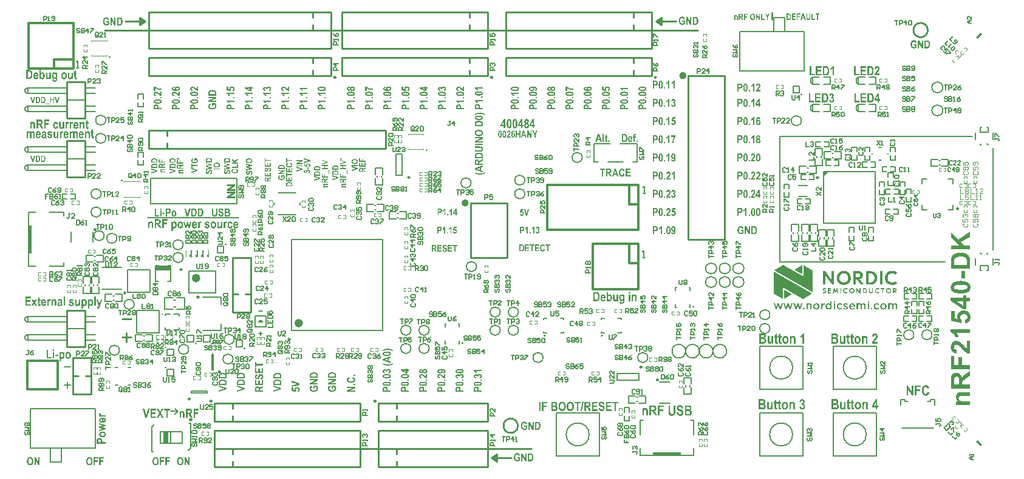
<source format=gto>
G04*
G04 #@! TF.GenerationSoftware,Altium Limited,Altium Designer,21.3.2 (30)*
G04*
G04 Layer_Color=65535*
%FSLAX24Y24*%
%MOIN*%
G70*
G04*
G04 #@! TF.SameCoordinates,DEC0B546-127E-4CDD-B314-4E0B8DF39A68*
G04*
G04*
G04 #@! TF.FilePolarity,Positive*
G04*
G01*
G75*
%ADD10C,0.0039*%
%ADD11C,0.0059*%
%ADD12C,0.0098*%
%ADD13C,0.0118*%
%ADD14C,0.0236*%
%ADD15C,0.0100*%
%ADD16C,0.0060*%
%ADD17C,0.0200*%
%ADD18C,0.0049*%
%ADD19C,0.0079*%
%ADD20C,0.0060*%
%ADD21C,0.0050*%
%ADD22C,0.0080*%
%ADD23C,0.0090*%
%ADD24R,0.0827X0.0315*%
%ADD25R,0.0252X0.0630*%
%ADD26R,0.0197X0.1575*%
%ADD27R,0.0049X0.0138*%
%ADD28R,0.0059X0.0138*%
%ADD29R,0.0059X0.0039*%
G04:AMPARAMS|DCode=30|XSize=10.6mil|YSize=33.1mil|CornerRadius=0mil|HoleSize=0mil|Usage=FLASHONLY|Rotation=135.000|XOffset=0mil|YOffset=0mil|HoleType=Round|Shape=Rectangle|*
%AMROTATEDRECTD30*
4,1,4,0.0155,0.0079,-0.0079,-0.0155,-0.0155,-0.0079,0.0079,0.0155,0.0155,0.0079,0.0*
%
%ADD30ROTATEDRECTD30*%

G04:AMPARAMS|DCode=31|XSize=10.6mil|YSize=33.1mil|CornerRadius=0mil|HoleSize=0mil|Usage=FLASHONLY|Rotation=45.000|XOffset=0mil|YOffset=0mil|HoleType=Round|Shape=Rectangle|*
%AMROTATEDRECTD31*
4,1,4,0.0079,-0.0155,-0.0155,0.0079,-0.0079,0.0155,0.0155,-0.0079,0.0079,-0.0155,0.0*
%
%ADD31ROTATEDRECTD31*%

%ADD32R,0.0059X0.0138*%
%ADD33R,0.0049X0.0138*%
%ADD34R,0.1575X0.0197*%
G36*
X43962Y15991D02*
Y16188D01*
X44159Y16188D01*
X43962Y15991D01*
D02*
G37*
G36*
X42759Y10576D02*
X42322Y10829D01*
X42759Y11079D01*
X42759Y10576D01*
D02*
G37*
G36*
X47700Y10766D02*
X47720Y10766D01*
X47737Y10765D01*
X47755Y10763D01*
X47771Y10761D01*
X47788Y10758D01*
X47809Y10753D01*
X47830Y10747D01*
X47854Y10739D01*
X47873Y10732D01*
X47892Y10723D01*
X47899Y10720D01*
X47911Y10713D01*
X47925Y10706D01*
X47936Y10699D01*
X47948Y10691D01*
X47957Y10685D01*
X47879Y10566D01*
X47876Y10568D01*
X47861Y10578D01*
X47849Y10585D01*
X47835Y10592D01*
X47819Y10600D01*
X47805Y10606D01*
X47793Y10611D01*
X47776Y10616D01*
X47762Y10619D01*
X47751Y10622D01*
X47739Y10624D01*
X47725Y10626D01*
X47712Y10627D01*
X47702Y10627D01*
X47694Y10628D01*
X47687Y10628D01*
X47675Y10627D01*
X47666Y10627D01*
X47658Y10626D01*
X47646Y10624D01*
X47638Y10623D01*
X47629Y10621D01*
X47616Y10618D01*
X47603Y10614D01*
X47594Y10611D01*
X47584Y10608D01*
X47570Y10601D01*
X47560Y10596D01*
X47548Y10589D01*
X47535Y10580D01*
X47527Y10574D01*
X47516Y10565D01*
X47508Y10557D01*
X47498Y10546D01*
X47487Y10532D01*
X47479Y10521D01*
X47470Y10506D01*
X47464Y10494D01*
X47460Y10483D01*
X47454Y10470D01*
X47452Y10461D01*
X47448Y10449D01*
X47446Y10438D01*
X47443Y10423D01*
X47442Y10410D01*
X47441Y10396D01*
X47440Y10376D01*
X47441Y10357D01*
X47443Y10340D01*
X47446Y10322D01*
X47449Y10307D01*
X47454Y10291D01*
X47459Y10277D01*
X47466Y10261D01*
X47473Y10248D01*
X47484Y10231D01*
X47498Y10213D01*
X47508Y10202D01*
X47518Y10193D01*
X47529Y10183D01*
X47537Y10178D01*
X47544Y10173D01*
X47550Y10169D01*
X47562Y10162D01*
X47572Y10157D01*
X47587Y10151D01*
X47601Y10146D01*
X47614Y10142D01*
X47627Y10138D01*
X47644Y10135D01*
X47665Y10133D01*
X47686Y10132D01*
X47699Y10132D01*
X47719Y10133D01*
X47736Y10135D01*
X47750Y10137D01*
X47765Y10141D01*
X47781Y10145D01*
X47789Y10147D01*
X47802Y10152D01*
X47813Y10156D01*
X47834Y10166D01*
X47855Y10178D01*
X47869Y10186D01*
X47879Y10193D01*
X47957Y10074D01*
X47934Y10059D01*
X47915Y10048D01*
X47897Y10039D01*
X47877Y10029D01*
X47858Y10022D01*
X47838Y10014D01*
X47821Y10010D01*
X47811Y10007D01*
X47796Y10003D01*
X47780Y10000D01*
X47766Y9998D01*
X47751Y9996D01*
X47741Y9995D01*
X47728Y9994D01*
X47716Y9993D01*
X47696Y9993D01*
X47680Y9993D01*
X47664Y9994D01*
X47652Y9994D01*
X47639Y9995D01*
X47628Y9997D01*
X47616Y9999D01*
X47601Y10001D01*
X47590Y10003D01*
X47574Y10007D01*
X47562Y10010D01*
X47550Y10014D01*
X47537Y10018D01*
X47525Y10023D01*
X47511Y10028D01*
X47505Y10031D01*
X47491Y10038D01*
X47484Y10041D01*
X47461Y10055D01*
X47452Y10060D01*
X47443Y10067D01*
X47421Y10083D01*
X47407Y10096D01*
X47389Y10113D01*
X47377Y10127D01*
X47365Y10143D01*
X47356Y10155D01*
X47347Y10170D01*
X47340Y10182D01*
X47334Y10193D01*
X47325Y10211D01*
X47318Y10228D01*
X47313Y10242D01*
X47309Y10256D01*
X47305Y10269D01*
X47301Y10287D01*
X47298Y10304D01*
X47295Y10321D01*
X47294Y10337D01*
X47293Y10348D01*
X47292Y10364D01*
X47292Y10380D01*
X47292Y10395D01*
X47293Y10407D01*
X47293Y10421D01*
X47295Y10437D01*
X47297Y10447D01*
X47300Y10465D01*
X47302Y10476D01*
X47306Y10495D01*
X47312Y10514D01*
X47315Y10521D01*
X47320Y10536D01*
X47323Y10543D01*
X47327Y10552D01*
X47331Y10561D01*
X47336Y10570D01*
X47342Y10581D01*
X47350Y10595D01*
X47362Y10613D01*
X47378Y10633D01*
X47394Y10650D01*
X47409Y10665D01*
X47417Y10673D01*
X47430Y10683D01*
X47440Y10691D01*
X47449Y10697D01*
X47458Y10703D01*
X47466Y10708D01*
X47481Y10717D01*
X47489Y10721D01*
X47503Y10727D01*
X47517Y10733D01*
X47530Y10739D01*
X47543Y10743D01*
X47555Y10747D01*
X47567Y10751D01*
X47586Y10755D01*
X47604Y10759D01*
X47622Y10762D01*
X47639Y10764D01*
X47658Y10765D01*
X47670Y10766D01*
X47687Y10766D01*
X47700Y10766D01*
D02*
G37*
G36*
X44507Y10751D02*
X44507Y10009D01*
X44380D01*
X44019Y10517D01*
Y10009D01*
X43883D01*
X43883Y10751D01*
X44010D01*
X44371Y10241D01*
Y10751D01*
X44507Y10751D01*
D02*
G37*
G36*
X47145Y10009D02*
X47009D01*
Y10751D01*
X47145D01*
Y10009D01*
D02*
G37*
G36*
X45851Y10750D02*
X45863Y10750D01*
X45875Y10749D01*
X45892Y10746D01*
X45903Y10744D01*
X45917Y10741D01*
X45925Y10739D01*
X45940Y10734D01*
X45955Y10728D01*
X45967Y10722D01*
X45978Y10716D01*
X45986Y10711D01*
X45994Y10706D01*
X46004Y10698D01*
X46010Y10692D01*
X46019Y10684D01*
X46027Y10674D01*
X46034Y10666D01*
X46045Y10652D01*
X46052Y10639D01*
X46058Y10629D01*
X46061Y10620D01*
X46065Y10612D01*
X46067Y10604D01*
X46069Y10597D01*
X46072Y10587D01*
X46074Y10577D01*
X46076Y10568D01*
X46077Y10562D01*
X46078Y10550D01*
X46079Y10541D01*
X46079Y10532D01*
X46079Y10523D01*
X46079Y10514D01*
X46078Y10499D01*
X46076Y10487D01*
X46074Y10474D01*
X46072Y10464D01*
X46070Y10457D01*
X46068Y10450D01*
X46065Y10442D01*
X46060Y10430D01*
X46056Y10421D01*
X46050Y10410D01*
X46046Y10403D01*
X46040Y10394D01*
X46032Y10384D01*
X46024Y10375D01*
X46019Y10369D01*
X46008Y10359D01*
X45997Y10350D01*
X45988Y10344D01*
X45977Y10337D01*
X45969Y10333D01*
X45959Y10328D01*
X45950Y10324D01*
X45938Y10320D01*
X45930Y10317D01*
X45921Y10315D01*
X45913Y10312D01*
X45905Y10311D01*
X46125Y10009D01*
X45954D01*
X45753Y10304D01*
X45702D01*
Y10009D01*
X45566D01*
Y10751D01*
X45840D01*
X45851Y10750D01*
D02*
G37*
G36*
X46490Y10750D02*
X46506Y10750D01*
X46522Y10749D01*
X46537Y10747D01*
X46552Y10745D01*
X46573Y10742D01*
X46590Y10738D01*
X46600Y10735D01*
X46606Y10734D01*
X46616Y10731D01*
X46626Y10728D01*
X46637Y10724D01*
X46649Y10719D01*
X46659Y10715D01*
X46677Y10707D01*
X46689Y10700D01*
X46695Y10696D01*
X46702Y10693D01*
X46716Y10684D01*
X46723Y10679D01*
X46731Y10672D01*
X46740Y10665D01*
X46751Y10656D01*
X46767Y10641D01*
X46779Y10629D01*
X46788Y10617D01*
X46799Y10603D01*
X46807Y10590D01*
X46815Y10578D01*
X46824Y10560D01*
X46832Y10545D01*
X46837Y10531D01*
X46842Y10519D01*
X46848Y10502D01*
X46851Y10491D01*
X46854Y10476D01*
X46857Y10461D01*
X46860Y10447D01*
X46862Y10433D01*
X46863Y10424D01*
X46864Y10410D01*
X46864Y10401D01*
X46865Y10389D01*
X46865Y10375D01*
X46864Y10362D01*
X46864Y10350D01*
X46863Y10340D01*
X46862Y10327D01*
X46860Y10313D01*
X46858Y10299D01*
X46855Y10284D01*
X46854Y10280D01*
X46851Y10269D01*
X46848Y10259D01*
X46843Y10242D01*
X46838Y10230D01*
X46833Y10217D01*
X46826Y10203D01*
X46822Y10195D01*
X46811Y10175D01*
X46802Y10162D01*
X46792Y10148D01*
X46781Y10134D01*
X46769Y10120D01*
X46754Y10106D01*
X46745Y10098D01*
X46727Y10083D01*
X46711Y10073D01*
X46697Y10064D01*
X46685Y10057D01*
X46673Y10051D01*
X46661Y10045D01*
X46650Y10040D01*
X46639Y10036D01*
X46627Y10032D01*
X46611Y10027D01*
X46596Y10023D01*
X46579Y10019D01*
X46568Y10017D01*
X46557Y10015D01*
X46521Y10010D01*
X46495Y10009D01*
X46479Y10009D01*
X46242D01*
Y10751D01*
X46490Y10750D01*
D02*
G37*
G36*
X45051Y10766D02*
X45072Y10765D01*
X45088Y10763D01*
X45097Y10762D01*
X45114Y10759D01*
X45133Y10755D01*
X45151Y10750D01*
X45181Y10740D01*
X45192Y10735D01*
X45203Y10731D01*
X45214Y10725D01*
X45226Y10719D01*
X45239Y10712D01*
X45253Y10703D01*
X45269Y10692D01*
X45289Y10676D01*
X45307Y10660D01*
X45322Y10644D01*
X45335Y10630D01*
X45352Y10608D01*
X45366Y10585D01*
X45375Y10569D01*
X45381Y10556D01*
X45387Y10544D01*
X45391Y10534D01*
X45395Y10523D01*
X45398Y10514D01*
X45404Y10497D01*
X45406Y10488D01*
X45410Y10472D01*
X45411Y10465D01*
X45414Y10450D01*
X45416Y10436D01*
X45417Y10423D01*
X45418Y10416D01*
X45419Y10404D01*
X45419Y10391D01*
X45420Y10380D01*
X45419Y10367D01*
X45419Y10354D01*
X45418Y10342D01*
X45417Y10329D01*
X45415Y10315D01*
X45413Y10301D01*
X45411Y10293D01*
X45408Y10278D01*
X45406Y10270D01*
X45403Y10262D01*
X45401Y10253D01*
X45398Y10245D01*
X45395Y10235D01*
X45391Y10226D01*
X45387Y10215D01*
X45381Y10203D01*
X45375Y10190D01*
X45367Y10175D01*
X45361Y10165D01*
X45354Y10156D01*
X45344Y10141D01*
X45334Y10128D01*
X45321Y10113D01*
X45307Y10099D01*
X45296Y10089D01*
X45282Y10077D01*
X45268Y10066D01*
X45252Y10055D01*
X45237Y10047D01*
X45225Y10039D01*
X45212Y10033D01*
X45201Y10028D01*
X45190Y10023D01*
X45169Y10015D01*
X45159Y10012D01*
X45149Y10009D01*
X45140Y10006D01*
X45130Y10004D01*
X45121Y10002D01*
X45103Y9999D01*
X45094Y9997D01*
X45077Y9995D01*
X45069Y9994D01*
X45052Y9993D01*
X45037Y9993D01*
X45031Y9993D01*
X45014Y9993D01*
X45006Y9993D01*
X44991Y9995D01*
X44974Y9996D01*
X44966Y9997D01*
X44958Y9999D01*
X44949Y10000D01*
X44941Y10002D01*
X44932Y10004D01*
X44923Y10006D01*
X44914Y10008D01*
X44895Y10014D01*
X44885Y10018D01*
X44875Y10022D01*
X44865Y10026D01*
X44854Y10031D01*
X44842Y10037D01*
X44830Y10043D01*
X44816Y10051D01*
X44801Y10061D01*
X44783Y10075D01*
X44770Y10084D01*
X44753Y10101D01*
X44741Y10113D01*
X44731Y10124D01*
X44722Y10135D01*
X44713Y10148D01*
X44707Y10157D01*
X44695Y10175D01*
X44681Y10202D01*
X44676Y10214D01*
X44671Y10224D01*
X44664Y10243D01*
X44659Y10261D01*
X44655Y10276D01*
X44651Y10291D01*
X44648Y10313D01*
X44645Y10333D01*
X44644Y10346D01*
X44643Y10365D01*
X44643Y10380D01*
X44643Y10393D01*
X44644Y10411D01*
X44645Y10424D01*
X44647Y10444D01*
X44649Y10458D01*
X44652Y10472D01*
X44654Y10480D01*
X44658Y10496D01*
X44663Y10512D01*
X44666Y10521D01*
X44674Y10540D01*
X44678Y10551D01*
X44684Y10562D01*
X44691Y10576D01*
X44700Y10591D01*
X44713Y10611D01*
X44727Y10630D01*
X44744Y10649D01*
X44759Y10665D01*
X44774Y10678D01*
X44795Y10694D01*
X44811Y10705D01*
X44825Y10713D01*
X44838Y10720D01*
X44850Y10727D01*
X44872Y10737D01*
X44893Y10744D01*
X44912Y10750D01*
X44931Y10755D01*
X44948Y10759D01*
X44966Y10762D01*
X44982Y10764D01*
X44999Y10765D01*
X45014Y10766D01*
X45031Y10766D01*
X45051Y10766D01*
D02*
G37*
G36*
X43971Y9819D02*
X43979Y9818D01*
X43987Y9817D01*
X43997Y9816D01*
X44005Y9814D01*
X44012Y9812D01*
X44019Y9810D01*
X44027Y9808D01*
X44036Y9804D01*
X44048Y9799D01*
X44026Y9753D01*
X44021Y9756D01*
X44018Y9758D01*
X44016Y9759D01*
X44012Y9760D01*
X44009Y9762D01*
X44005Y9763D01*
X44002Y9764D01*
X43997Y9766D01*
X43993Y9767D01*
X43989Y9768D01*
X43984Y9769D01*
X43982Y9769D01*
X43978Y9770D01*
X43975Y9770D01*
X43972Y9770D01*
X43967Y9770D01*
X43964Y9770D01*
X43959Y9770D01*
X43956Y9769D01*
X43951Y9768D01*
X43949Y9767D01*
X43946Y9765D01*
X43944Y9764D01*
X43943Y9762D01*
X43941Y9760D01*
X43940Y9758D01*
X43940Y9755D01*
X43939Y9753D01*
X43939Y9751D01*
X43939Y9749D01*
X43940Y9746D01*
X43941Y9741D01*
X43944Y9737D01*
X43947Y9733D01*
X43951Y9729D01*
X43956Y9725D01*
X43984Y9705D01*
X44013Y9685D01*
X44017Y9682D01*
X44021Y9679D01*
X44025Y9675D01*
X44029Y9672D01*
X44031Y9670D01*
X44033Y9668D01*
X44036Y9664D01*
X44039Y9660D01*
X44043Y9655D01*
X44047Y9647D01*
X44051Y9638D01*
X44052Y9635D01*
X44053Y9632D01*
X44053Y9630D01*
X44054Y9625D01*
X44054Y9622D01*
X44055Y9617D01*
X44055Y9614D01*
X44055Y9611D01*
X44055Y9607D01*
X44055Y9604D01*
X44054Y9599D01*
X44054Y9597D01*
X44053Y9592D01*
X44052Y9586D01*
X44050Y9582D01*
X44049Y9578D01*
X44046Y9573D01*
X44042Y9566D01*
X44036Y9558D01*
X44032Y9554D01*
X44029Y9552D01*
X44026Y9549D01*
X44022Y9547D01*
X44017Y9544D01*
X44013Y9542D01*
X44010Y9541D01*
X44005Y9539D01*
X44001Y9537D01*
X43994Y9536D01*
X43987Y9534D01*
X43982Y9534D01*
X43977Y9533D01*
X43969Y9532D01*
X43961Y9532D01*
X43948Y9533D01*
X43940Y9533D01*
X43931Y9535D01*
X43920Y9537D01*
X43913Y9538D01*
X43901Y9542D01*
X43895Y9545D01*
X43890Y9547D01*
X43886Y9548D01*
X43880Y9551D01*
X43875Y9554D01*
X43871Y9556D01*
X43866Y9559D01*
X43889Y9605D01*
X43896Y9601D01*
X43900Y9598D01*
X43907Y9595D01*
X43913Y9592D01*
X43918Y9590D01*
X43925Y9588D01*
X43935Y9585D01*
X43941Y9583D01*
X43946Y9582D01*
X43952Y9581D01*
X43956Y9581D01*
X43961Y9581D01*
X43967Y9581D01*
X43971Y9581D01*
X43974Y9582D01*
X43981Y9583D01*
X43984Y9584D01*
X43988Y9586D01*
X43991Y9588D01*
X43993Y9590D01*
X43995Y9592D01*
X43997Y9594D01*
X43999Y9598D01*
X44000Y9600D01*
X44001Y9605D01*
X44001Y9607D01*
X44001Y9611D01*
X44001Y9614D01*
X44000Y9617D01*
X44000Y9619D01*
X43998Y9621D01*
X43997Y9624D01*
X43995Y9626D01*
X43992Y9630D01*
X43990Y9632D01*
X43986Y9636D01*
X43979Y9641D01*
X43974Y9645D01*
X43929Y9677D01*
X43928Y9678D01*
X43923Y9681D01*
X43920Y9684D01*
X43916Y9687D01*
X43912Y9690D01*
X43907Y9695D01*
X43904Y9699D01*
X43899Y9706D01*
X43896Y9710D01*
X43894Y9713D01*
X43892Y9718D01*
X43888Y9729D01*
X43888Y9731D01*
X43887Y9734D01*
X43886Y9739D01*
X43886Y9744D01*
X43886Y9751D01*
X43886Y9754D01*
X43886Y9758D01*
X43887Y9763D01*
X43888Y9769D01*
X43890Y9774D01*
X43891Y9778D01*
X43893Y9782D01*
X43896Y9788D01*
X43904Y9797D01*
X43905Y9798D01*
X43908Y9800D01*
X43912Y9803D01*
X43916Y9807D01*
X43923Y9810D01*
X43927Y9812D01*
X43932Y9813D01*
X43939Y9816D01*
X43946Y9817D01*
X43954Y9818D01*
X43960Y9818D01*
X43966Y9819D01*
X43971Y9819D01*
D02*
G37*
G36*
X46900Y9819D02*
X46907Y9819D01*
X46918Y9818D01*
X46929Y9816D01*
X46942Y9812D01*
X46953Y9809D01*
X46965Y9803D01*
X46967Y9802D01*
X46975Y9798D01*
X46981Y9795D01*
X46989Y9789D01*
X46960Y9745D01*
X46958Y9747D01*
X46953Y9750D01*
X46949Y9752D01*
X46944Y9755D01*
X46940Y9757D01*
X46935Y9759D01*
X46926Y9762D01*
X46919Y9764D01*
X46907Y9767D01*
X46896Y9768D01*
X46893Y9768D01*
X46886Y9768D01*
X46878Y9767D01*
X46872Y9767D01*
X46866Y9765D01*
X46860Y9764D01*
X46853Y9761D01*
X46846Y9758D01*
X46838Y9754D01*
X46833Y9751D01*
X46826Y9745D01*
X46818Y9737D01*
X46812Y9728D01*
X46807Y9720D01*
X46805Y9716D01*
X46803Y9711D01*
X46801Y9703D01*
X46800Y9698D01*
X46798Y9691D01*
X46798Y9686D01*
X46798Y9680D01*
X46797Y9674D01*
X46798Y9668D01*
X46799Y9660D01*
X46800Y9654D01*
X46802Y9645D01*
X46805Y9637D01*
X46808Y9630D01*
X46814Y9621D01*
X46821Y9612D01*
X46831Y9604D01*
X46838Y9598D01*
X46841Y9597D01*
X46847Y9594D01*
X46852Y9592D01*
X46857Y9590D01*
X46865Y9587D01*
X46870Y9586D01*
X46878Y9585D01*
X46884Y9585D01*
X46893Y9585D01*
X46900Y9585D01*
X46908Y9586D01*
X46920Y9588D01*
X46924Y9590D01*
X46927Y9591D01*
X46934Y9593D01*
X46939Y9595D01*
X46944Y9598D01*
X46950Y9601D01*
X46955Y9604D01*
X46960Y9607D01*
X46989Y9563D01*
X46985Y9561D01*
X46979Y9557D01*
X46969Y9551D01*
X46960Y9547D01*
X46950Y9543D01*
X46938Y9539D01*
X46934Y9538D01*
X46929Y9537D01*
X46922Y9536D01*
X46914Y9534D01*
X46904Y9534D01*
X46896Y9533D01*
X46888Y9533D01*
X46882Y9533D01*
X46876Y9534D01*
X46867Y9535D01*
X46858Y9536D01*
X46852Y9537D01*
X46842Y9540D01*
X46838Y9541D01*
X46831Y9543D01*
X46824Y9546D01*
X46816Y9550D01*
X46808Y9554D01*
X46798Y9561D01*
X46790Y9567D01*
X46785Y9571D01*
X46776Y9581D01*
X46769Y9589D01*
X46763Y9598D01*
X46760Y9603D01*
X46758Y9607D01*
X46757Y9611D01*
X46754Y9617D01*
X46751Y9625D01*
X46748Y9635D01*
X46746Y9644D01*
X46744Y9653D01*
X46743Y9659D01*
X46743Y9667D01*
X46743Y9672D01*
X46743Y9678D01*
X46743Y9684D01*
X46743Y9688D01*
X46744Y9696D01*
X46744Y9701D01*
X46745Y9708D01*
X46747Y9714D01*
X46750Y9726D01*
X46752Y9731D01*
X46754Y9737D01*
X46757Y9743D01*
X46761Y9751D01*
X46764Y9756D01*
X46769Y9763D01*
X46780Y9777D01*
X46789Y9785D01*
X46794Y9789D01*
X46797Y9791D01*
X46804Y9796D01*
X46810Y9800D01*
X46816Y9802D01*
X46821Y9805D01*
X46826Y9807D01*
X46832Y9810D01*
X46838Y9812D01*
X46842Y9813D01*
X46848Y9814D01*
X46854Y9816D01*
X46860Y9817D01*
X46869Y9818D01*
X46878Y9819D01*
X46891Y9819D01*
X46900Y9819D01*
D02*
G37*
G36*
X45155Y9818D02*
X45163Y9818D01*
X45174Y9817D01*
X45184Y9815D01*
X45198Y9811D01*
X45209Y9808D01*
X45220Y9803D01*
X45223Y9801D01*
X45231Y9797D01*
X45237Y9794D01*
X45245Y9788D01*
X45216Y9744D01*
X45214Y9746D01*
X45209Y9749D01*
X45205Y9751D01*
X45200Y9754D01*
X45196Y9756D01*
X45191Y9758D01*
X45182Y9762D01*
X45175Y9764D01*
X45163Y9766D01*
X45152Y9767D01*
X45149Y9767D01*
X45142Y9767D01*
X45134Y9767D01*
X45128Y9766D01*
X45122Y9765D01*
X45115Y9763D01*
X45109Y9761D01*
X45102Y9758D01*
X45094Y9753D01*
X45089Y9750D01*
X45082Y9744D01*
X45074Y9736D01*
X45068Y9727D01*
X45063Y9720D01*
X45061Y9716D01*
X45059Y9710D01*
X45057Y9702D01*
X45055Y9697D01*
X45054Y9690D01*
X45054Y9685D01*
X45053Y9679D01*
X45053Y9673D01*
X45054Y9667D01*
X45054Y9659D01*
X45056Y9653D01*
X45058Y9644D01*
X45061Y9636D01*
X45064Y9629D01*
X45069Y9621D01*
X45077Y9611D01*
X45087Y9603D01*
X45094Y9597D01*
X45096Y9596D01*
X45102Y9593D01*
X45108Y9591D01*
X45113Y9589D01*
X45121Y9587D01*
X45126Y9586D01*
X45133Y9584D01*
X45140Y9584D01*
X45149Y9584D01*
X45156Y9584D01*
X45164Y9585D01*
X45176Y9588D01*
X45180Y9589D01*
X45183Y9590D01*
X45190Y9592D01*
X45195Y9595D01*
X45200Y9597D01*
X45206Y9600D01*
X45211Y9603D01*
X45216Y9606D01*
X45245Y9562D01*
X45241Y9560D01*
X45235Y9556D01*
X45225Y9551D01*
X45216Y9546D01*
X45205Y9542D01*
X45194Y9538D01*
X45190Y9537D01*
X45185Y9536D01*
X45178Y9535D01*
X45170Y9534D01*
X45160Y9533D01*
X45152Y9532D01*
X45144Y9532D01*
X45138Y9532D01*
X45131Y9533D01*
X45122Y9534D01*
X45114Y9535D01*
X45107Y9536D01*
X45098Y9539D01*
X45094Y9540D01*
X45087Y9543D01*
X45079Y9545D01*
X45072Y9549D01*
X45064Y9553D01*
X45054Y9560D01*
X45046Y9566D01*
X45041Y9571D01*
X45031Y9580D01*
X45025Y9588D01*
X45019Y9598D01*
X45016Y9602D01*
X45014Y9606D01*
X45012Y9610D01*
X45010Y9616D01*
X45006Y9624D01*
X45003Y9634D01*
X45001Y9643D01*
X45000Y9652D01*
X44999Y9658D01*
X44999Y9666D01*
X44998Y9671D01*
X44998Y9678D01*
X44999Y9683D01*
X44999Y9687D01*
X44999Y9695D01*
X45000Y9701D01*
X45001Y9707D01*
X45003Y9713D01*
X45006Y9725D01*
X45008Y9730D01*
X45010Y9736D01*
X45013Y9742D01*
X45017Y9750D01*
X45020Y9755D01*
X45024Y9762D01*
X45036Y9776D01*
X45045Y9784D01*
X45049Y9788D01*
X45053Y9791D01*
X45060Y9795D01*
X45066Y9799D01*
X45071Y9802D01*
X45077Y9804D01*
X45082Y9806D01*
X45088Y9809D01*
X45094Y9811D01*
X45098Y9812D01*
X45104Y9814D01*
X45110Y9815D01*
X45116Y9816D01*
X45125Y9817D01*
X45134Y9818D01*
X45147Y9819D01*
X45155Y9818D01*
D02*
G37*
G36*
X44734Y9538D02*
X44684D01*
X44657Y9716D01*
X44604Y9579D01*
X44567D01*
X44514Y9716D01*
X44488Y9538D01*
X44437D01*
X44486Y9813D01*
X44523D01*
X44585Y9658D01*
X44648Y9813D01*
X44685D01*
X44734Y9538D01*
D02*
G37*
G36*
X45953Y9538D02*
X45906D01*
X45772Y9726D01*
Y9538D01*
X45722Y9538D01*
Y9813D01*
X45769D01*
X45902Y9624D01*
Y9813D01*
X45953D01*
Y9538D01*
D02*
G37*
G36*
X41708Y11084D02*
X41715Y11084D01*
X41722Y11083D01*
X41731Y11080D01*
X41737Y11078D01*
X41746Y11074D01*
X41755Y11069D01*
X42834Y10445D01*
Y11081D01*
X42843Y11078D01*
X42852Y11074D01*
X42857Y11072D01*
X43266Y10835D01*
X43273Y10831D01*
X43283Y10823D01*
X43291Y10816D01*
X43304Y10801D01*
X43312Y10789D01*
X43319Y10774D01*
X43323Y10762D01*
X43325Y10751D01*
X43327Y10741D01*
X43327Y10732D01*
X43327Y9583D01*
X41213Y10804D01*
X41215Y10807D01*
X41221Y10814D01*
X41227Y10819D01*
X41232Y10824D01*
X41240Y10830D01*
X41250Y10836D01*
X41649Y11068D01*
X41657Y11072D01*
X41663Y11075D01*
X41669Y11077D01*
X41677Y11080D01*
X41684Y11082D01*
X41691Y11084D01*
X41696Y11084D01*
X41701Y11085D01*
X41708Y11084D01*
D02*
G37*
G36*
X47849Y9813D02*
X47855Y9813D01*
X47862Y9811D01*
X47873Y9809D01*
X47882Y9805D01*
X47889Y9802D01*
X47898Y9796D01*
X47903Y9792D01*
X47911Y9783D01*
X47915Y9777D01*
X47919Y9770D01*
X47922Y9765D01*
X47924Y9760D01*
X47927Y9748D01*
X47927Y9743D01*
X47928Y9734D01*
X47928Y9728D01*
X47928Y9723D01*
X47927Y9717D01*
X47926Y9711D01*
X47925Y9705D01*
X47922Y9697D01*
X47920Y9692D01*
X47916Y9685D01*
X47909Y9676D01*
X47902Y9669D01*
X47896Y9664D01*
X47889Y9660D01*
X47878Y9655D01*
X47870Y9652D01*
X47864Y9651D01*
X47945Y9539D01*
X47882D01*
X47807Y9648D01*
X47788D01*
Y9539D01*
X47738D01*
Y9814D01*
X47839D01*
X47849Y9813D01*
D02*
G37*
G36*
X46173Y9813D02*
X46180Y9813D01*
X46190Y9812D01*
X46195Y9811D01*
X46202Y9810D01*
X46209Y9808D01*
X46215Y9806D01*
X46221Y9804D01*
X46225Y9803D01*
X46236Y9798D01*
X46242Y9795D01*
X46247Y9792D01*
X46255Y9787D01*
X46261Y9782D01*
X46265Y9779D01*
X46271Y9773D01*
X46280Y9763D01*
X46286Y9754D01*
X46293Y9743D01*
X46295Y9737D01*
X46298Y9730D01*
X46300Y9724D01*
X46302Y9718D01*
X46304Y9710D01*
X46305Y9705D01*
X46306Y9694D01*
X46307Y9688D01*
X46307Y9678D01*
X46307Y9671D01*
X46307Y9663D01*
X46306Y9657D01*
X46305Y9648D01*
X46304Y9643D01*
X46301Y9632D01*
X46298Y9621D01*
X46294Y9614D01*
X46292Y9608D01*
X46288Y9601D01*
X46284Y9596D01*
X46274Y9582D01*
X46263Y9572D01*
X46251Y9563D01*
X46236Y9555D01*
X46226Y9550D01*
X46214Y9546D01*
X46204Y9543D01*
X46195Y9541D01*
X46190Y9541D01*
X46178Y9539D01*
X46165Y9539D01*
X46077D01*
Y9814D01*
X46165D01*
X46173Y9813D01*
D02*
G37*
G36*
X47271Y9767D02*
X47196D01*
X47196Y9539D01*
X47146Y9539D01*
Y9767D01*
X47071Y9767D01*
Y9814D01*
X47271D01*
Y9767D01*
D02*
G37*
G36*
X44897Y9538D02*
X44845D01*
Y9813D01*
X44897D01*
Y9538D01*
D02*
G37*
G36*
X44328Y9766D02*
X44215D01*
Y9711D01*
X44318Y9711D01*
Y9664D01*
X44215Y9664D01*
Y9585D01*
X44330D01*
Y9538D01*
X44165D01*
Y9813D01*
X44328D01*
X44328Y9766D01*
D02*
G37*
G36*
X46465Y9814D02*
Y9650D01*
X46465Y9649D01*
X46466Y9639D01*
X46467Y9631D01*
X46469Y9624D01*
X46472Y9617D01*
X46475Y9611D01*
X46479Y9606D01*
X46483Y9601D01*
X46492Y9594D01*
X46498Y9591D01*
X46505Y9588D01*
X46513Y9586D01*
X46518Y9586D01*
X46524Y9585D01*
X46531Y9586D01*
X46536Y9586D01*
X46544Y9588D01*
X46550Y9590D01*
X46556Y9593D01*
X46561Y9596D01*
X46570Y9604D01*
X46574Y9610D01*
X46578Y9616D01*
X46581Y9624D01*
X46583Y9630D01*
X46584Y9637D01*
X46585Y9645D01*
X46585Y9650D01*
Y9814D01*
X46638D01*
Y9647D01*
X46638Y9641D01*
X46638Y9634D01*
X46637Y9627D01*
X46636Y9618D01*
X46633Y9609D01*
X46632Y9603D01*
X46629Y9595D01*
X46625Y9587D01*
X46621Y9579D01*
X46616Y9573D01*
X46611Y9566D01*
X46599Y9556D01*
X46594Y9552D01*
X46588Y9549D01*
X46582Y9545D01*
X46578Y9544D01*
X46571Y9541D01*
X46562Y9538D01*
X46556Y9536D01*
X46547Y9535D01*
X46541Y9534D01*
X46533Y9534D01*
X46526Y9534D01*
X46516Y9534D01*
X46508Y9534D01*
X46501Y9535D01*
X46494Y9537D01*
X46487Y9538D01*
X46480Y9540D01*
X46473Y9543D01*
X46465Y9547D01*
X46458Y9551D01*
X46447Y9559D01*
X46436Y9571D01*
X46429Y9580D01*
X46426Y9585D01*
X46423Y9591D01*
X46421Y9597D01*
X46418Y9606D01*
X46416Y9613D01*
X46414Y9624D01*
X46413Y9632D01*
X46412Y9639D01*
X46412Y9647D01*
Y9814D01*
X46465Y9814D01*
D02*
G37*
G36*
X47501Y9819D02*
X47510Y9819D01*
X47516Y9818D01*
X47523Y9817D01*
X47529Y9815D01*
X47536Y9813D01*
X47543Y9811D01*
X47555Y9806D01*
X47564Y9802D01*
X47569Y9799D01*
X47574Y9796D01*
X47580Y9792D01*
X47587Y9786D01*
X47591Y9783D01*
X47596Y9778D01*
X47604Y9769D01*
X47608Y9764D01*
X47612Y9758D01*
X47616Y9752D01*
X47619Y9747D01*
X47623Y9738D01*
X47626Y9730D01*
X47629Y9723D01*
X47630Y9717D01*
X47632Y9711D01*
X47633Y9705D01*
X47634Y9695D01*
X47635Y9686D01*
X47635Y9674D01*
X47634Y9658D01*
X47632Y9644D01*
X47631Y9639D01*
X47629Y9630D01*
X47626Y9623D01*
X47623Y9615D01*
X47619Y9606D01*
X47616Y9601D01*
X47611Y9594D01*
X47607Y9588D01*
X47602Y9581D01*
X47596Y9575D01*
X47589Y9568D01*
X47579Y9560D01*
X47573Y9556D01*
X47568Y9553D01*
X47559Y9548D01*
X47551Y9545D01*
X47543Y9542D01*
X47535Y9539D01*
X47528Y9537D01*
X47518Y9535D01*
X47512Y9535D01*
X47503Y9534D01*
X47497Y9533D01*
X47483Y9534D01*
X47477Y9534D01*
X47471Y9535D01*
X47462Y9536D01*
X47452Y9538D01*
X47445Y9540D01*
X47434Y9544D01*
X47426Y9547D01*
X47417Y9552D01*
X47412Y9555D01*
X47406Y9559D01*
X47400Y9564D01*
X47393Y9569D01*
X47388Y9574D01*
X47383Y9580D01*
X47376Y9587D01*
X47372Y9594D01*
X47368Y9600D01*
X47362Y9611D01*
X47359Y9619D01*
X47356Y9626D01*
X47354Y9632D01*
X47352Y9641D01*
X47350Y9649D01*
X47349Y9657D01*
X47348Y9675D01*
X47348Y9681D01*
X47349Y9690D01*
X47350Y9703D01*
X47352Y9714D01*
X47355Y9722D01*
X47357Y9729D01*
X47361Y9740D01*
X47366Y9749D01*
X47369Y9755D01*
X47374Y9762D01*
X47379Y9769D01*
X47388Y9779D01*
X47394Y9785D01*
X47399Y9789D01*
X47404Y9793D01*
X47410Y9797D01*
X47415Y9800D01*
X47420Y9803D01*
X47433Y9809D01*
X47441Y9811D01*
X47451Y9815D01*
X47458Y9816D01*
X47464Y9817D01*
X47474Y9819D01*
X47480Y9819D01*
X47488Y9820D01*
X47495D01*
X47501Y9819D01*
D02*
G37*
G36*
X45482Y9818D02*
X45491Y9818D01*
X45497Y9817D01*
X45504Y9816D01*
X45510Y9814D01*
X45517Y9812D01*
X45525Y9810D01*
X45536Y9805D01*
X45545Y9801D01*
X45550Y9798D01*
X45555Y9795D01*
X45561Y9791D01*
X45568Y9785D01*
X45573Y9782D01*
X45577Y9777D01*
X45586Y9768D01*
X45589Y9763D01*
X45593Y9757D01*
X45597Y9751D01*
X45600Y9746D01*
X45604Y9737D01*
X45607Y9729D01*
X45610Y9722D01*
X45612Y9716D01*
X45613Y9710D01*
X45614Y9704D01*
X45616Y9694D01*
X45616Y9685D01*
X45617Y9673D01*
X45616Y9657D01*
X45614Y9643D01*
X45612Y9638D01*
X45610Y9629D01*
X45607Y9622D01*
X45604Y9614D01*
X45600Y9605D01*
X45597Y9600D01*
X45592Y9593D01*
X45588Y9587D01*
X45583Y9580D01*
X45577Y9574D01*
X45571Y9567D01*
X45560Y9559D01*
X45554Y9555D01*
X45549Y9552D01*
X45540Y9547D01*
X45532Y9543D01*
X45524Y9541D01*
X45517Y9538D01*
X45510Y9536D01*
X45500Y9534D01*
X45493Y9534D01*
X45484Y9533D01*
X45478Y9532D01*
X45464Y9532D01*
X45458Y9533D01*
X45452Y9534D01*
X45443Y9535D01*
X45433Y9537D01*
X45426Y9539D01*
X45415Y9543D01*
X45407Y9546D01*
X45398Y9551D01*
X45393Y9554D01*
X45387Y9558D01*
X45381Y9563D01*
X45374Y9568D01*
X45369Y9573D01*
X45364Y9579D01*
X45357Y9586D01*
X45353Y9593D01*
X45349Y9599D01*
X45343Y9610D01*
X45340Y9618D01*
X45337Y9625D01*
X45335Y9631D01*
X45333Y9640D01*
X45331Y9648D01*
X45330Y9656D01*
X45329Y9674D01*
X45329Y9680D01*
X45330Y9689D01*
X45331Y9702D01*
X45333Y9712D01*
X45336Y9721D01*
X45338Y9728D01*
X45342Y9739D01*
X45347Y9748D01*
X45350Y9754D01*
X45355Y9761D01*
X45361Y9768D01*
X45370Y9778D01*
X45375Y9784D01*
X45380Y9788D01*
X45385Y9792D01*
X45391Y9796D01*
X45397Y9799D01*
X45401Y9802D01*
X45414Y9808D01*
X45422Y9810D01*
X45432Y9814D01*
X45439Y9815D01*
X45445Y9816D01*
X45455Y9818D01*
X45461Y9818D01*
X45469Y9819D01*
X45476D01*
X45482Y9818D01*
D02*
G37*
G36*
X42193Y9484D02*
X41756Y9232D01*
X41756Y9736D01*
X42193Y9484D01*
D02*
G37*
G36*
X43307Y9508D02*
X42838Y9232D01*
X42833Y9229D01*
X42830Y9227D01*
X42827Y9226D01*
X42823Y9224D01*
X42818Y9223D01*
X42815Y9222D01*
X42813Y9222D01*
X42810Y9222D01*
X42806Y9222D01*
X42803Y9222D01*
X42799Y9224D01*
X42795Y9225D01*
X42792Y9227D01*
X42790Y9228D01*
X41680Y9867D01*
X41681Y9229D01*
X41221Y9498D01*
X41211Y9504D01*
X41206Y9509D01*
X41201Y9515D01*
X41196Y9523D01*
X41192Y9531D01*
X41190Y9539D01*
X41188Y9548D01*
X41188Y9554D01*
X41188Y10731D01*
X43307Y9508D01*
D02*
G37*
G36*
X46423Y9026D02*
X46342D01*
Y9097D01*
X46423D01*
Y9026D01*
D02*
G37*
G36*
X44559D02*
X44478D01*
Y9097D01*
X44559D01*
Y9026D01*
D02*
G37*
G36*
X43165Y8982D02*
X43173Y8981D01*
X43181Y8980D01*
X43189Y8978D01*
X43198Y8975D01*
X43204Y8972D01*
X43210Y8970D01*
X43216Y8967D01*
X43222Y8963D01*
X43227Y8960D01*
X43233Y8954D01*
X43239Y8948D01*
X43242Y8945D01*
X43247Y8939D01*
X43250Y8935D01*
X43254Y8927D01*
X43257Y8922D01*
X43261Y8914D01*
X43263Y8909D01*
X43264Y8903D01*
X43266Y8897D01*
X43268Y8888D01*
X43269Y8881D01*
X43270Y8874D01*
X43271Y8866D01*
X43271Y8857D01*
X43271Y8646D01*
X43195D01*
X43195Y8833D01*
X43195Y8837D01*
X43195Y8841D01*
X43195Y8846D01*
X43194Y8850D01*
X43194Y8855D01*
X43193Y8860D01*
X43192Y8864D01*
X43190Y8869D01*
X43188Y8875D01*
X43186Y8879D01*
X43184Y8882D01*
X43181Y8887D01*
X43178Y8892D01*
X43174Y8896D01*
X43169Y8900D01*
X43164Y8903D01*
X43163Y8904D01*
X43159Y8906D01*
X43154Y8908D01*
X43150Y8910D01*
X43143Y8912D01*
X43138Y8912D01*
X43132Y8913D01*
X43126Y8913D01*
X43120Y8913D01*
X43112Y8912D01*
X43109Y8912D01*
X43103Y8911D01*
X43097Y8909D01*
X43093Y8907D01*
X43088Y8904D01*
X43082Y8901D01*
X43076Y8896D01*
X43072Y8892D01*
X43067Y8887D01*
X43064Y8882D01*
X43060Y8874D01*
X43057Y8868D01*
X43054Y8861D01*
X43052Y8852D01*
X43051Y8845D01*
X43051Y8839D01*
X43051Y8832D01*
X43051Y8646D01*
X42975D01*
Y8975D01*
X43051D01*
Y8925D01*
X43052Y8927D01*
X43055Y8930D01*
X43058Y8934D01*
X43061Y8938D01*
X43064Y8942D01*
X43068Y8946D01*
X43073Y8951D01*
X43077Y8955D01*
X43080Y8957D01*
X43084Y8960D01*
X43089Y8964D01*
X43096Y8968D01*
X43100Y8970D01*
X43106Y8973D01*
X43113Y8976D01*
X43119Y8977D01*
X43127Y8979D01*
X43133Y8980D01*
X43139Y8981D01*
X43150Y8982D01*
X43156Y8982D01*
X43165Y8982D01*
D02*
G37*
G36*
X47861Y8982D02*
X47867Y8981D01*
X47872Y8981D01*
X47876Y8980D01*
X47882Y8979D01*
X47887Y8979D01*
X47893Y8977D01*
X47898Y8975D01*
X47903Y8974D01*
X47909Y8971D01*
X47914Y8969D01*
X47917Y8967D01*
X47922Y8963D01*
X47926Y8961D01*
X47932Y8956D01*
X47936Y8952D01*
X47940Y8948D01*
X47942Y8946D01*
X47945Y8942D01*
X47949Y8937D01*
X47951Y8934D01*
X47953Y8930D01*
X47957Y8922D01*
X47959Y8917D01*
X47962Y8908D01*
X47964Y8901D01*
X47966Y8896D01*
X47967Y8889D01*
X47968Y8881D01*
X47969Y8875D01*
X47970Y8865D01*
X47970Y8856D01*
Y8646D01*
X47894D01*
Y8833D01*
X47894Y8839D01*
X47894Y8843D01*
X47893Y8850D01*
X47893Y8855D01*
X47892Y8861D01*
X47890Y8867D01*
X47889Y8872D01*
X47886Y8877D01*
X47884Y8881D01*
X47882Y8886D01*
X47879Y8890D01*
X47875Y8895D01*
X47871Y8899D01*
X47867Y8902D01*
X47864Y8904D01*
X47859Y8907D01*
X47855Y8909D01*
X47849Y8911D01*
X47844Y8912D01*
X47839Y8913D01*
X47833Y8913D01*
X47828Y8913D01*
X47820Y8913D01*
X47815Y8912D01*
X47811Y8912D01*
X47805Y8910D01*
X47799Y8908D01*
X47794Y8906D01*
X47789Y8903D01*
X47783Y8899D01*
X47779Y8895D01*
X47777Y8892D01*
X47775Y8890D01*
X47772Y8887D01*
X47770Y8883D01*
X47767Y8878D01*
X47765Y8873D01*
X47763Y8868D01*
X47761Y8863D01*
X47760Y8860D01*
X47759Y8852D01*
X47758Y8846D01*
X47757Y8839D01*
X47757Y8832D01*
Y8646D01*
X47682D01*
X47682Y8835D01*
X47681Y8840D01*
X47681Y8845D01*
X47680Y8851D01*
X47680Y8857D01*
X47678Y8865D01*
X47676Y8871D01*
X47674Y8875D01*
X47672Y8880D01*
X47670Y8883D01*
X47667Y8888D01*
X47664Y8892D01*
X47661Y8896D01*
X47657Y8899D01*
X47654Y8902D01*
X47650Y8905D01*
X47647Y8906D01*
X47642Y8908D01*
X47637Y8910D01*
X47631Y8912D01*
X47625Y8913D01*
X47620Y8913D01*
X47615Y8913D01*
X47609Y8913D01*
X47604Y8913D01*
X47599Y8912D01*
X47594Y8911D01*
X47590Y8909D01*
X47585Y8907D01*
X47580Y8905D01*
X47577Y8902D01*
X47572Y8899D01*
X47569Y8896D01*
X47567Y8895D01*
X47563Y8891D01*
X47560Y8886D01*
X47557Y8881D01*
X47554Y8876D01*
X47551Y8870D01*
X47549Y8866D01*
X47548Y8860D01*
X47547Y8856D01*
X47546Y8853D01*
X47546Y8849D01*
X47545Y8844D01*
X47544Y8838D01*
X47544Y8832D01*
X47544Y8646D01*
X47469D01*
Y8975D01*
X47544D01*
Y8925D01*
X47547Y8929D01*
X47551Y8934D01*
X47554Y8938D01*
X47559Y8943D01*
X47563Y8948D01*
X47568Y8952D01*
X47574Y8958D01*
X47578Y8961D01*
X47584Y8965D01*
X47588Y8967D01*
X47593Y8970D01*
X47598Y8972D01*
X47602Y8974D01*
X47607Y8976D01*
X47617Y8979D01*
X47623Y8980D01*
X47631Y8981D01*
X47638Y8982D01*
X47646Y8982D01*
X47654Y8982D01*
X47659Y8981D01*
X47665Y8980D01*
X47672Y8979D01*
X47680Y8977D01*
X47684Y8976D01*
X47689Y8974D01*
X47694Y8972D01*
X47702Y8968D01*
X47707Y8965D01*
X47714Y8960D01*
X47717Y8957D01*
X47724Y8951D01*
X47729Y8946D01*
X47734Y8940D01*
X47737Y8936D01*
X47741Y8929D01*
X47743Y8924D01*
X47746Y8927D01*
X47750Y8932D01*
X47755Y8938D01*
X47759Y8942D01*
X47763Y8946D01*
X47767Y8950D01*
X47773Y8955D01*
X47777Y8958D01*
X47784Y8962D01*
X47788Y8965D01*
X47792Y8967D01*
X47797Y8970D01*
X47802Y8972D01*
X47811Y8975D01*
X47815Y8976D01*
X47824Y8979D01*
X47829Y8980D01*
X47835Y8981D01*
X47839Y8981D01*
X47845Y8982D01*
X47854Y8982D01*
X47861Y8982D01*
D02*
G37*
G36*
X46131D02*
X46137Y8981D01*
X46141Y8981D01*
X46146Y8980D01*
X46152Y8979D01*
X46156Y8979D01*
X46162Y8977D01*
X46167Y8975D01*
X46172Y8974D01*
X46178Y8971D01*
X46183Y8969D01*
X46187Y8967D01*
X46192Y8963D01*
X46195Y8961D01*
X46202Y8956D01*
X46206Y8952D01*
X46210Y8948D01*
X46212Y8946D01*
X46215Y8942D01*
X46218Y8937D01*
X46220Y8934D01*
X46222Y8930D01*
X46227Y8922D01*
X46229Y8917D01*
X46232Y8908D01*
X46234Y8901D01*
X46235Y8896D01*
X46237Y8889D01*
X46238Y8881D01*
X46239Y8875D01*
X46239Y8865D01*
X46239Y8856D01*
Y8646D01*
X46164D01*
X46164Y8833D01*
X46164Y8839D01*
X46164Y8843D01*
X46163Y8850D01*
X46162Y8855D01*
X46161Y8861D01*
X46160Y8867D01*
X46158Y8872D01*
X46156Y8877D01*
X46154Y8881D01*
X46151Y8886D01*
X46148Y8890D01*
X46145Y8895D01*
X46141Y8899D01*
X46137Y8902D01*
X46133Y8904D01*
X46128Y8907D01*
X46124Y8909D01*
X46118Y8911D01*
X46114Y8912D01*
X46109Y8913D01*
X46102Y8913D01*
X46097Y8913D01*
X46089Y8913D01*
X46085Y8912D01*
X46080Y8912D01*
X46074Y8910D01*
X46068Y8908D01*
X46064Y8906D01*
X46059Y8903D01*
X46053Y8899D01*
X46049Y8895D01*
X46046Y8892D01*
X46044Y8890D01*
X46042Y8887D01*
X46039Y8883D01*
X46037Y8878D01*
X46034Y8873D01*
X46032Y8868D01*
X46031Y8863D01*
X46030Y8860D01*
X46028Y8852D01*
X46027Y8846D01*
X46027Y8839D01*
X46027Y8832D01*
Y8646D01*
X45951D01*
X45951Y8835D01*
X45951Y8840D01*
X45951Y8845D01*
X45950Y8851D01*
X45949Y8857D01*
X45947Y8865D01*
X45946Y8871D01*
X45944Y8875D01*
X45942Y8880D01*
X45940Y8883D01*
X45937Y8888D01*
X45934Y8892D01*
X45930Y8896D01*
X45927Y8899D01*
X45924Y8902D01*
X45919Y8905D01*
X45916Y8906D01*
X45911Y8908D01*
X45907Y8910D01*
X45900Y8912D01*
X45895Y8913D01*
X45890Y8913D01*
X45884Y8913D01*
X45879Y8913D01*
X45874Y8913D01*
X45869Y8912D01*
X45864Y8911D01*
X45860Y8909D01*
X45855Y8907D01*
X45850Y8905D01*
X45846Y8902D01*
X45842Y8899D01*
X45838Y8896D01*
X45836Y8895D01*
X45833Y8891D01*
X45829Y8886D01*
X45826Y8881D01*
X45823Y8876D01*
X45821Y8870D01*
X45819Y8866D01*
X45817Y8860D01*
X45816Y8856D01*
X45816Y8853D01*
X45815Y8849D01*
X45814Y8844D01*
X45814Y8838D01*
X45814Y8832D01*
Y8646D01*
X45738D01*
Y8975D01*
X45814Y8975D01*
Y8925D01*
X45817Y8929D01*
X45821Y8934D01*
X45824Y8938D01*
X45828Y8943D01*
X45833Y8948D01*
X45837Y8952D01*
X45844Y8958D01*
X45848Y8961D01*
X45853Y8965D01*
X45858Y8967D01*
X45862Y8970D01*
X45867Y8972D01*
X45872Y8974D01*
X45877Y8976D01*
X45886Y8979D01*
X45892Y8980D01*
X45900Y8981D01*
X45908Y8982D01*
X45916Y8982D01*
X45923Y8982D01*
X45928Y8981D01*
X45935Y8980D01*
X45942Y8979D01*
X45950Y8977D01*
X45953Y8976D01*
X45959Y8974D01*
X45963Y8972D01*
X45972Y8968D01*
X45976Y8965D01*
X45983Y8960D01*
X45987Y8957D01*
X45993Y8951D01*
X45998Y8946D01*
X46003Y8940D01*
X46006Y8936D01*
X46010Y8929D01*
X46013Y8924D01*
X46016Y8927D01*
X46019Y8932D01*
X46024Y8938D01*
X46028Y8942D01*
X46032Y8946D01*
X46037Y8950D01*
X46043Y8955D01*
X46047Y8958D01*
X46053Y8962D01*
X46058Y8965D01*
X46061Y8967D01*
X46067Y8970D01*
X46071Y8972D01*
X46080Y8975D01*
X46084Y8976D01*
X46094Y8979D01*
X46099Y8980D01*
X46104Y8981D01*
X46109Y8981D01*
X46114Y8982D01*
X46123Y8982D01*
X46131Y8982D01*
D02*
G37*
G36*
X44372Y8808D02*
X44298Y8808D01*
X44298Y8816D01*
X44297Y8823D01*
X44297Y8829D01*
X44295Y8837D01*
X44294Y8843D01*
X44291Y8852D01*
X44289Y8857D01*
X44287Y8863D01*
X44284Y8868D01*
X44280Y8875D01*
X44275Y8881D01*
X44268Y8889D01*
X44264Y8892D01*
X44260Y8896D01*
X44254Y8901D01*
X44247Y8905D01*
X44238Y8909D01*
X44231Y8912D01*
X44223Y8914D01*
X44216Y8915D01*
X44208Y8916D01*
X44197Y8916D01*
X44192Y8916D01*
X44186Y8915D01*
X44179Y8914D01*
X44171Y8911D01*
X44162Y8907D01*
X44156Y8904D01*
X44149Y8900D01*
X44143Y8895D01*
X44136Y8888D01*
X44131Y8883D01*
X44127Y8878D01*
X44122Y8870D01*
X44118Y8862D01*
X44114Y8853D01*
X44112Y8845D01*
X44110Y8837D01*
X44109Y8832D01*
X44108Y8822D01*
X44108Y8814D01*
X44108Y8804D01*
X44108Y8796D01*
X44109Y8789D01*
X44111Y8781D01*
X44113Y8774D01*
X44116Y8765D01*
X44120Y8756D01*
X44122Y8752D01*
X44125Y8747D01*
X44129Y8741D01*
X44134Y8736D01*
X44140Y8729D01*
X44146Y8724D01*
X44152Y8720D01*
X44158Y8716D01*
X44167Y8712D01*
X44172Y8709D01*
X44177Y8708D01*
X44184Y8706D01*
X44192Y8705D01*
X44197Y8704D01*
X44206Y8704D01*
X44214Y8705D01*
X44222Y8706D01*
X44228Y8708D01*
X44237Y8711D01*
X44244Y8714D01*
X44250Y8717D01*
X44255Y8721D01*
X44260Y8724D01*
X44266Y8730D01*
X44271Y8735D01*
X44277Y8743D01*
X44282Y8749D01*
X44285Y8756D01*
X44288Y8762D01*
X44292Y8770D01*
X44293Y8775D01*
X44295Y8783D01*
X44296Y8790D01*
X44297Y8796D01*
X44298Y8802D01*
X44298Y8808D01*
X44372Y8807D01*
X44372Y8646D01*
X44297Y8646D01*
Y8700D01*
X44289Y8690D01*
X44285Y8685D01*
X44278Y8678D01*
X44274Y8674D01*
X44269Y8670D01*
X44259Y8661D01*
X44251Y8657D01*
X44246Y8653D01*
X44241Y8651D01*
X44230Y8646D01*
X44223Y8644D01*
X44217Y8643D01*
X44209Y8641D01*
X44203Y8640D01*
X44197Y8639D01*
X44191Y8639D01*
X44181Y8639D01*
X44172Y8639D01*
X44161Y8641D01*
X44155Y8642D01*
X44148Y8643D01*
X44142Y8645D01*
X44134Y8648D01*
X44129Y8650D01*
X44119Y8654D01*
X44114Y8657D01*
X44109Y8659D01*
X44103Y8663D01*
X44098Y8667D01*
X44092Y8672D01*
X44086Y8676D01*
X44082Y8680D01*
X44076Y8686D01*
X44073Y8690D01*
X44068Y8696D01*
X44064Y8701D01*
X44061Y8706D01*
X44057Y8712D01*
X44051Y8722D01*
X44048Y8729D01*
X44045Y8735D01*
X44041Y8746D01*
X44039Y8755D01*
X44036Y8766D01*
X44035Y8773D01*
X44033Y8785D01*
X44032Y8794D01*
X44032Y8803D01*
X44032Y8810D01*
X44032Y8818D01*
X44032Y8827D01*
X44033Y8832D01*
X44033Y8838D01*
X44035Y8849D01*
X44037Y8859D01*
X44040Y8871D01*
X44042Y8878D01*
X44045Y8885D01*
X44047Y8890D01*
X44050Y8896D01*
X44053Y8903D01*
X44057Y8910D01*
X44062Y8917D01*
X44065Y8922D01*
X44069Y8926D01*
X44073Y8932D01*
X44077Y8936D01*
X44081Y8940D01*
X44088Y8946D01*
X44093Y8950D01*
X44102Y8957D01*
X44110Y8962D01*
X44116Y8965D01*
X44125Y8969D01*
X44134Y8973D01*
X44139Y8975D01*
X44145Y8977D01*
X44155Y8979D01*
X44162Y8980D01*
X44169Y8981D01*
X44181Y8982D01*
X44191Y8982D01*
X44201Y8981D01*
X44207Y8980D01*
X44213Y8979D01*
X44219Y8978D01*
X44224Y8977D01*
X44236Y8973D01*
X44242Y8970D01*
X44251Y8965D01*
X44260Y8959D01*
X44266Y8955D01*
X44271Y8951D01*
X44276Y8947D01*
X44281Y8942D01*
X44285Y8938D01*
X44291Y8932D01*
X44297Y8924D01*
Y9101D01*
X44372D01*
X44372Y8808D01*
D02*
G37*
G36*
X43983Y8981D02*
Y8901D01*
X43967Y8901D01*
X43959Y8900D01*
X43953Y8899D01*
X43946Y8898D01*
X43938Y8895D01*
X43931Y8892D01*
X43923Y8889D01*
X43915Y8884D01*
X43906Y8877D01*
X43897Y8869D01*
X43892Y8862D01*
X43887Y8855D01*
X43882Y8847D01*
X43879Y8840D01*
X43876Y8832D01*
X43872Y8819D01*
X43870Y8812D01*
X43868Y8800D01*
X43867Y8788D01*
X43866Y8780D01*
X43866Y8771D01*
X43866Y8646D01*
X43791D01*
X43791Y8975D01*
X43866D01*
X43868Y8905D01*
X43870Y8910D01*
X43875Y8918D01*
X43879Y8926D01*
X43885Y8934D01*
X43889Y8940D01*
X43894Y8946D01*
X43901Y8952D01*
X43908Y8958D01*
X43914Y8963D01*
X43920Y8967D01*
X43928Y8971D01*
X43935Y8974D01*
X43947Y8978D01*
X43954Y8979D01*
X43962Y8981D01*
X43968Y8981D01*
X43976Y8981D01*
X43983Y8981D01*
D02*
G37*
G36*
X45146Y8980D02*
X45150Y8980D01*
X45157Y8980D01*
X45163Y8979D01*
X45169Y8978D01*
X45176Y8977D01*
X45182Y8975D01*
X45189Y8974D01*
X45193Y8973D01*
X45199Y8971D01*
X45206Y8969D01*
X45214Y8966D01*
X45220Y8963D01*
X45229Y8960D01*
X45236Y8956D01*
X45241Y8953D01*
X45250Y8948D01*
X45258Y8943D01*
X45228Y8890D01*
X45218Y8896D01*
X45210Y8900D01*
X45205Y8902D01*
X45199Y8905D01*
X45193Y8908D01*
X45186Y8910D01*
X45181Y8912D01*
X45177Y8913D01*
X45172Y8915D01*
X45164Y8917D01*
X45157Y8919D01*
X45151Y8920D01*
X45146Y8920D01*
X45140Y8921D01*
X45136Y8921D01*
X45133Y8921D01*
X45130Y8921D01*
X45126Y8920D01*
X45124Y8920D01*
X45120Y8919D01*
X45116Y8918D01*
X45112Y8917D01*
X45110Y8917D01*
X45107Y8915D01*
X45103Y8913D01*
X45099Y8910D01*
X45096Y8908D01*
X45095Y8906D01*
X45093Y8903D01*
X45091Y8901D01*
X45090Y8896D01*
X45089Y8893D01*
X45089Y8890D01*
X45089Y8887D01*
X45089Y8882D01*
X45090Y8879D01*
X45092Y8875D01*
X45094Y8873D01*
X45097Y8869D01*
X45098Y8868D01*
X45101Y8866D01*
X45105Y8863D01*
X45111Y8860D01*
X45116Y8857D01*
X45121Y8855D01*
X45127Y8852D01*
X45132Y8850D01*
X45142Y8847D01*
X45173Y8837D01*
X45183Y8834D01*
X45192Y8830D01*
X45198Y8828D01*
X45207Y8824D01*
X45210Y8822D01*
X45217Y8819D01*
X45223Y8815D01*
X45228Y8812D01*
X45232Y8809D01*
X45237Y8805D01*
X45241Y8802D01*
X45245Y8797D01*
X45248Y8793D01*
X45253Y8788D01*
X45257Y8781D01*
X45259Y8776D01*
X45262Y8769D01*
X45263Y8765D01*
X45264Y8761D01*
X45265Y8756D01*
X45265Y8750D01*
X45265Y8744D01*
X45265Y8738D01*
X45265Y8732D01*
X45264Y8727D01*
X45264Y8723D01*
X45263Y8717D01*
X45261Y8710D01*
X45259Y8704D01*
X45256Y8699D01*
X45254Y8693D01*
X45251Y8689D01*
X45249Y8686D01*
X45246Y8681D01*
X45241Y8675D01*
X45237Y8672D01*
X45233Y8667D01*
X45228Y8664D01*
X45223Y8660D01*
X45217Y8657D01*
X45211Y8653D01*
X45206Y8651D01*
X45200Y8649D01*
X45191Y8646D01*
X45182Y8644D01*
X45174Y8642D01*
X45165Y8641D01*
X45158Y8640D01*
X45152Y8640D01*
X45144Y8639D01*
X45136Y8639D01*
X45129Y8640D01*
X45124Y8640D01*
X45118Y8641D01*
X45112Y8642D01*
X45104Y8643D01*
X45100Y8644D01*
X45095Y8645D01*
X45089Y8646D01*
X45082Y8648D01*
X45074Y8651D01*
X45067Y8653D01*
X45056Y8658D01*
X45049Y8661D01*
X45042Y8664D01*
X45033Y8669D01*
X45027Y8672D01*
X45021Y8676D01*
X45019Y8677D01*
X45012Y8682D01*
X45007Y8685D01*
X45003Y8689D01*
X45037Y8740D01*
X45047Y8733D01*
X45054Y8728D01*
X45061Y8724D01*
X45068Y8720D01*
X45074Y8717D01*
X45082Y8713D01*
X45090Y8710D01*
X45096Y8708D01*
X45103Y8706D01*
X45110Y8704D01*
X45116Y8702D01*
X45121Y8701D01*
X45127Y8701D01*
X45132Y8700D01*
X45135Y8700D01*
X45140Y8699D01*
X45146Y8699D01*
X45153Y8700D01*
X45156Y8700D01*
X45162Y8701D01*
X45165Y8701D01*
X45167Y8702D01*
X45171Y8703D01*
X45175Y8705D01*
X45178Y8706D01*
X45181Y8708D01*
X45185Y8710D01*
X45187Y8712D01*
X45190Y8715D01*
X45191Y8718D01*
X45193Y8720D01*
X45194Y8723D01*
X45195Y8725D01*
X45195Y8727D01*
X45196Y8729D01*
X45196Y8733D01*
X45196Y8736D01*
X45196Y8740D01*
X45195Y8742D01*
X45194Y8746D01*
X45192Y8749D01*
X45190Y8752D01*
X45187Y8755D01*
X45184Y8758D01*
X45181Y8760D01*
X45176Y8763D01*
X45170Y8766D01*
X45160Y8770D01*
X45152Y8773D01*
X45148Y8774D01*
X45141Y8777D01*
X45134Y8779D01*
X45127Y8781D01*
X45119Y8783D01*
X45109Y8786D01*
X45097Y8790D01*
X45087Y8794D01*
X45078Y8797D01*
X45071Y8801D01*
X45063Y8805D01*
X45059Y8808D01*
X45054Y8811D01*
X45049Y8815D01*
X45046Y8818D01*
X45042Y8822D01*
X45038Y8825D01*
X45034Y8830D01*
X45031Y8836D01*
X45027Y8842D01*
X45025Y8848D01*
X45023Y8852D01*
X45021Y8860D01*
X45021Y8862D01*
X45020Y8869D01*
X45020Y8874D01*
X45019Y8877D01*
X45019Y8880D01*
X45020Y8886D01*
X45020Y8893D01*
X45021Y8899D01*
X45022Y8905D01*
X45025Y8915D01*
X45027Y8918D01*
X45030Y8925D01*
X45034Y8933D01*
X45039Y8939D01*
X45043Y8944D01*
X45048Y8949D01*
X45052Y8953D01*
X45058Y8957D01*
X45062Y8960D01*
X45068Y8964D01*
X45075Y8968D01*
X45081Y8970D01*
X45087Y8972D01*
X45091Y8974D01*
X45098Y8976D01*
X45103Y8977D01*
X45109Y8978D01*
X45114Y8979D01*
X45120Y8980D01*
X45126Y8980D01*
X45132Y8981D01*
X45140Y8981D01*
X45146Y8980D01*
D02*
G37*
G36*
X46858Y8982D02*
X46865Y8981D01*
X46874Y8980D01*
X46885Y8979D01*
X46890Y8978D01*
X46896Y8976D01*
X46907Y8973D01*
X46917Y8969D01*
X46926Y8965D01*
X46936Y8960D01*
X46939Y8958D01*
X46941Y8957D01*
X46945Y8954D01*
X46948Y8952D01*
X46951Y8950D01*
X46954Y8948D01*
X46958Y8944D01*
X46960Y8943D01*
X46963Y8940D01*
X46967Y8936D01*
X46973Y8931D01*
X46978Y8925D01*
X46931Y8875D01*
X46929Y8877D01*
X46926Y8880D01*
X46923Y8883D01*
X46920Y8885D01*
X46917Y8888D01*
X46913Y8891D01*
X46909Y8895D01*
X46904Y8898D01*
X46900Y8901D01*
X46895Y8904D01*
X46891Y8906D01*
X46888Y8907D01*
X46883Y8909D01*
X46878Y8911D01*
X46873Y8913D01*
X46870Y8913D01*
X46865Y8914D01*
X46858Y8915D01*
X46851Y8916D01*
X46846Y8916D01*
X46841Y8916D01*
X46835Y8915D01*
X46832Y8915D01*
X46827Y8914D01*
X46822Y8913D01*
X46817Y8911D01*
X46811Y8909D01*
X46806Y8906D01*
X46800Y8904D01*
X46797Y8901D01*
X46790Y8897D01*
X46788Y8895D01*
X46783Y8890D01*
X46778Y8886D01*
X46774Y8881D01*
X46770Y8875D01*
X46768Y8873D01*
X46765Y8867D01*
X46762Y8861D01*
X46759Y8854D01*
X46757Y8850D01*
X46756Y8846D01*
X46755Y8842D01*
X46754Y8838D01*
X46753Y8833D01*
X46752Y8829D01*
X46751Y8824D01*
X46751Y8819D01*
X46751Y8815D01*
X46750Y8810D01*
X46751Y8804D01*
X46751Y8798D01*
X46752Y8792D01*
X46753Y8787D01*
X46754Y8781D01*
X46756Y8775D01*
X46757Y8770D01*
X46760Y8764D01*
X46762Y8758D01*
X46765Y8753D01*
X46768Y8748D01*
X46770Y8745D01*
X46772Y8742D01*
X46774Y8740D01*
X46776Y8737D01*
X46779Y8734D01*
X46782Y8731D01*
X46785Y8728D01*
X46790Y8724D01*
X46794Y8721D01*
X46798Y8719D01*
X46803Y8715D01*
X46808Y8713D01*
X46814Y8710D01*
X46819Y8709D01*
X46823Y8708D01*
X46829Y8706D01*
X46834Y8705D01*
X46838Y8705D01*
X46844Y8704D01*
X46848Y8704D01*
X46855Y8704D01*
X46860Y8705D01*
X46865Y8705D01*
X46869Y8706D01*
X46873Y8707D01*
X46879Y8708D01*
X46886Y8711D01*
X46890Y8712D01*
X46895Y8715D01*
X46901Y8718D01*
X46906Y8721D01*
X46911Y8724D01*
X46915Y8727D01*
X46920Y8732D01*
X46924Y8734D01*
X46928Y8738D01*
X46932Y8743D01*
X46935Y8745D01*
X46980Y8700D01*
X46978Y8697D01*
X46974Y8693D01*
X46969Y8688D01*
X46964Y8683D01*
X46959Y8679D01*
X46954Y8675D01*
X46948Y8670D01*
X46942Y8666D01*
X46938Y8663D01*
X46932Y8659D01*
X46925Y8656D01*
X46921Y8653D01*
X46915Y8651D01*
X46908Y8648D01*
X46903Y8646D01*
X46896Y8644D01*
X46892Y8643D01*
X46884Y8642D01*
X46878Y8641D01*
X46872Y8640D01*
X46866Y8639D01*
X46858Y8638D01*
X46854Y8638D01*
X46848Y8638D01*
X46841Y8638D01*
X46837Y8638D01*
X46828Y8639D01*
X46823Y8639D01*
X46818Y8640D01*
X46812Y8641D01*
X46806Y8642D01*
X46799Y8644D01*
X46790Y8647D01*
X46779Y8651D01*
X46768Y8656D01*
X46761Y8660D01*
X46753Y8664D01*
X46747Y8669D01*
X46739Y8674D01*
X46732Y8680D01*
X46726Y8686D01*
X46720Y8691D01*
X46715Y8698D01*
X46709Y8705D01*
X46704Y8711D01*
X46700Y8718D01*
X46696Y8725D01*
X46692Y8733D01*
X46688Y8741D01*
X46685Y8751D01*
X46682Y8759D01*
X46680Y8765D01*
X46678Y8776D01*
X46676Y8786D01*
X46676Y8795D01*
X46675Y8803D01*
X46675Y8810D01*
X46675Y8819D01*
X46676Y8830D01*
X46677Y8836D01*
X46678Y8844D01*
X46681Y8854D01*
X46682Y8860D01*
X46684Y8867D01*
X46687Y8873D01*
X46690Y8881D01*
X46694Y8890D01*
X46697Y8896D01*
X46701Y8902D01*
X46706Y8909D01*
X46710Y8916D01*
X46715Y8922D01*
X46721Y8929D01*
X46727Y8934D01*
X46734Y8941D01*
X46740Y8946D01*
X46747Y8951D01*
X46754Y8956D01*
X46761Y8960D01*
X46769Y8964D01*
X46775Y8967D01*
X46781Y8970D01*
X46789Y8973D01*
X46799Y8976D01*
X46807Y8978D01*
X46813Y8979D01*
X46824Y8981D01*
X46834Y8982D01*
X46838Y8982D01*
X46848Y8982D01*
X46858Y8982D01*
D02*
G37*
G36*
X44829D02*
X44836Y8981D01*
X44845Y8980D01*
X44856Y8979D01*
X44861Y8978D01*
X44868Y8976D01*
X44878Y8973D01*
X44889Y8969D01*
X44897Y8965D01*
X44907Y8960D01*
X44910Y8958D01*
X44912Y8957D01*
X44916Y8954D01*
X44919Y8952D01*
X44922Y8950D01*
X44925Y8948D01*
X44929Y8944D01*
X44931Y8943D01*
X44935Y8940D01*
X44939Y8936D01*
X44944Y8931D01*
X44950Y8925D01*
X44902Y8875D01*
X44900Y8877D01*
X44897Y8880D01*
X44894Y8883D01*
X44892Y8885D01*
X44889Y8888D01*
X44884Y8891D01*
X44880Y8895D01*
X44875Y8898D01*
X44871Y8901D01*
X44866Y8904D01*
X44862Y8906D01*
X44859Y8907D01*
X44855Y8909D01*
X44849Y8911D01*
X44844Y8913D01*
X44842Y8913D01*
X44836Y8914D01*
X44829Y8915D01*
X44823Y8916D01*
X44817Y8916D01*
X44812Y8916D01*
X44807Y8915D01*
X44803Y8915D01*
X44798Y8914D01*
X44794Y8913D01*
X44788Y8911D01*
X44783Y8909D01*
X44777Y8906D01*
X44772Y8904D01*
X44768Y8901D01*
X44762Y8897D01*
X44759Y8895D01*
X44754Y8890D01*
X44750Y8886D01*
X44745Y8881D01*
X44741Y8875D01*
X44740Y8873D01*
X44736Y8867D01*
X44733Y8861D01*
X44730Y8854D01*
X44728Y8850D01*
X44727Y8846D01*
X44726Y8842D01*
X44725Y8838D01*
X44724Y8833D01*
X44723Y8829D01*
X44722Y8824D01*
X44722Y8819D01*
X44722Y8815D01*
X44722Y8810D01*
X44722Y8804D01*
X44722Y8798D01*
X44723Y8792D01*
X44724Y8787D01*
X44725Y8781D01*
X44727Y8775D01*
X44729Y8770D01*
X44731Y8764D01*
X44733Y8758D01*
X44736Y8753D01*
X44739Y8748D01*
X44741Y8745D01*
X44743Y8742D01*
X44745Y8740D01*
X44748Y8737D01*
X44750Y8734D01*
X44753Y8731D01*
X44757Y8728D01*
X44761Y8724D01*
X44765Y8721D01*
X44769Y8719D01*
X44775Y8715D01*
X44780Y8713D01*
X44786Y8710D01*
X44790Y8709D01*
X44794Y8708D01*
X44800Y8706D01*
X44805Y8705D01*
X44810Y8705D01*
X44816Y8704D01*
X44819Y8704D01*
X44826Y8704D01*
X44831Y8705D01*
X44836Y8705D01*
X44841Y8706D01*
X44844Y8707D01*
X44850Y8708D01*
X44857Y8711D01*
X44861Y8712D01*
X44866Y8715D01*
X44872Y8718D01*
X44877Y8721D01*
X44882Y8724D01*
X44886Y8727D01*
X44892Y8732D01*
X44895Y8734D01*
X44899Y8738D01*
X44904Y8743D01*
X44906Y8745D01*
X44951Y8700D01*
X44949Y8697D01*
X44945Y8693D01*
X44941Y8688D01*
X44935Y8683D01*
X44931Y8679D01*
X44925Y8675D01*
X44919Y8670D01*
X44913Y8666D01*
X44909Y8663D01*
X44903Y8659D01*
X44897Y8656D01*
X44892Y8653D01*
X44886Y8651D01*
X44880Y8648D01*
X44874Y8646D01*
X44867Y8644D01*
X44864Y8643D01*
X44855Y8642D01*
X44850Y8641D01*
X44843Y8640D01*
X44837Y8639D01*
X44829Y8638D01*
X44825Y8638D01*
X44819Y8638D01*
X44812Y8638D01*
X44808Y8638D01*
X44799Y8639D01*
X44795Y8639D01*
X44789Y8640D01*
X44783Y8641D01*
X44777Y8642D01*
X44770Y8644D01*
X44761Y8647D01*
X44750Y8651D01*
X44740Y8656D01*
X44732Y8660D01*
X44724Y8664D01*
X44718Y8669D01*
X44710Y8674D01*
X44704Y8680D01*
X44697Y8686D01*
X44692Y8691D01*
X44686Y8698D01*
X44680Y8705D01*
X44676Y8711D01*
X44671Y8718D01*
X44667Y8725D01*
X44663Y8733D01*
X44660Y8741D01*
X44656Y8751D01*
X44653Y8759D01*
X44652Y8765D01*
X44649Y8776D01*
X44648Y8786D01*
X44647Y8795D01*
X44646Y8803D01*
X44646Y8810D01*
X44647Y8819D01*
X44647Y8830D01*
X44648Y8836D01*
X44650Y8844D01*
X44652Y8854D01*
X44654Y8860D01*
X44656Y8867D01*
X44658Y8873D01*
X44661Y8881D01*
X44665Y8890D01*
X44668Y8896D01*
X44672Y8902D01*
X44677Y8909D01*
X44682Y8916D01*
X44687Y8922D01*
X44693Y8929D01*
X44698Y8934D01*
X44705Y8941D01*
X44712Y8946D01*
X44718Y8951D01*
X44725Y8956D01*
X44732Y8960D01*
X44741Y8964D01*
X44746Y8967D01*
X44752Y8970D01*
X44761Y8973D01*
X44770Y8976D01*
X44778Y8978D01*
X44785Y8979D01*
X44796Y8981D01*
X44805Y8982D01*
X44810Y8982D01*
X44819Y8982D01*
X44829Y8982D01*
D02*
G37*
G36*
X42622Y8749D02*
X42689Y8975D01*
X42765D01*
X42658Y8643D01*
X42590D01*
X42516Y8868D01*
X42442Y8643D01*
X42374D01*
X42267Y8975D01*
X42345D01*
X42411Y8749D01*
X42484Y8976D01*
X42549D01*
X42622Y8749D01*
D02*
G37*
G36*
X42082D02*
X42149Y8975D01*
X42225D01*
X42117Y8643D01*
X42049D01*
X41975Y8868D01*
X41901Y8643D01*
X41834D01*
X41727Y8975D01*
X41804D01*
X41871Y8749D01*
X41944Y8976D01*
X42009D01*
X42082Y8749D01*
D02*
G37*
G36*
X41541D02*
X41609Y8975D01*
X41685D01*
X41577Y8643D01*
X41509Y8643D01*
X41435Y8868D01*
X41361Y8643D01*
X41293D01*
X41187Y8975D01*
X41264D01*
X41330Y8749D01*
X41403Y8976D01*
X41468D01*
X41541Y8749D01*
D02*
G37*
G36*
X46606Y8646D02*
X46523D01*
Y8732D01*
X46606D01*
Y8646D01*
D02*
G37*
G36*
X46420Y8646D02*
X46345Y8646D01*
Y8975D01*
X46420D01*
Y8646D01*
D02*
G37*
G36*
X44556Y8646D02*
X44481D01*
Y8975D01*
X44556D01*
X44556Y8646D01*
D02*
G37*
G36*
X42876D02*
X42793D01*
Y8732D01*
X42876D01*
Y8646D01*
D02*
G37*
G36*
X45500Y8982D02*
X45505Y8982D01*
X45510Y8981D01*
X45516Y8981D01*
X45521Y8980D01*
X45527Y8979D01*
X45535Y8978D01*
X45539Y8977D01*
X45543Y8975D01*
X45548Y8974D01*
X45554Y8972D01*
X45557Y8971D01*
X45560Y8969D01*
X45564Y8968D01*
X45569Y8965D01*
X45571Y8964D01*
X45575Y8962D01*
X45581Y8958D01*
X45585Y8955D01*
X45589Y8952D01*
X45593Y8950D01*
X45596Y8947D01*
X45600Y8943D01*
X45603Y8940D01*
X45606Y8937D01*
X45609Y8934D01*
X45611Y8932D01*
X45614Y8927D01*
X45618Y8923D01*
X45621Y8919D01*
X45624Y8914D01*
X45626Y8910D01*
X45628Y8906D01*
X45632Y8900D01*
X45634Y8896D01*
X45636Y8892D01*
X45638Y8888D01*
X45639Y8883D01*
X45641Y8879D01*
X45642Y8874D01*
X45644Y8870D01*
X45645Y8866D01*
X45646Y8863D01*
X45647Y8858D01*
X45648Y8853D01*
X45649Y8848D01*
X45650Y8843D01*
X45651Y8837D01*
X45651Y8834D01*
X45652Y8828D01*
X45652Y8824D01*
X45652Y8819D01*
X45653Y8815D01*
X45653Y8812D01*
X45653Y8808D01*
X45653Y8803D01*
X45653Y8797D01*
X45652Y8792D01*
X45652Y8787D01*
X45652Y8784D01*
X45409D01*
X45410Y8781D01*
X45411Y8777D01*
X45411Y8775D01*
X45412Y8770D01*
X45413Y8767D01*
X45414Y8763D01*
X45416Y8758D01*
X45418Y8755D01*
X45419Y8751D01*
X45422Y8745D01*
X45425Y8741D01*
X45427Y8737D01*
X45430Y8734D01*
X45434Y8729D01*
X45438Y8725D01*
X45440Y8723D01*
X45444Y8720D01*
X45447Y8717D01*
X45453Y8714D01*
X45456Y8712D01*
X45461Y8709D01*
X45463Y8708D01*
X45467Y8706D01*
X45471Y8705D01*
X45474Y8704D01*
X45479Y8703D01*
X45484Y8702D01*
X45487Y8701D01*
X45491Y8701D01*
X45496Y8700D01*
X45499Y8700D01*
X45503Y8700D01*
X45507Y8700D01*
X45511Y8700D01*
X45515Y8700D01*
X45518Y8701D01*
X45522Y8701D01*
X45527Y8702D01*
X45531Y8703D01*
X45533Y8703D01*
X45538Y8704D01*
X45542Y8706D01*
X45547Y8707D01*
X45552Y8710D01*
X45557Y8712D01*
X45562Y8714D01*
X45565Y8716D01*
X45567Y8718D01*
X45570Y8719D01*
X45573Y8722D01*
X45577Y8725D01*
X45581Y8728D01*
X45584Y8730D01*
X45588Y8734D01*
X45591Y8737D01*
X45594Y8739D01*
X45638Y8700D01*
X45635Y8696D01*
X45631Y8692D01*
X45628Y8688D01*
X45623Y8684D01*
X45619Y8680D01*
X45615Y8677D01*
X45611Y8674D01*
X45606Y8670D01*
X45603Y8668D01*
X45600Y8665D01*
X45595Y8662D01*
X45593Y8661D01*
X45588Y8658D01*
X45583Y8656D01*
X45580Y8654D01*
X45574Y8652D01*
X45569Y8650D01*
X45565Y8648D01*
X45559Y8646D01*
X45553Y8644D01*
X45546Y8643D01*
X45542Y8642D01*
X45536Y8641D01*
X45528Y8640D01*
X45523Y8639D01*
X45518Y8639D01*
X45515Y8638D01*
X45510Y8638D01*
X45505Y8638D01*
X45499Y8638D01*
X45496Y8638D01*
X45492Y8638D01*
X45488Y8639D01*
X45484Y8639D01*
X45481Y8639D01*
X45477Y8640D01*
X45473Y8641D01*
X45469Y8641D01*
X45464Y8642D01*
X45460Y8643D01*
X45456Y8644D01*
X45451Y8645D01*
X45447Y8647D01*
X45442Y8648D01*
X45437Y8650D01*
X45431Y8653D01*
X45428Y8654D01*
X45424Y8656D01*
X45419Y8658D01*
X45416Y8660D01*
X45413Y8662D01*
X45408Y8665D01*
X45405Y8667D01*
X45400Y8671D01*
X45397Y8673D01*
X45394Y8676D01*
X45390Y8679D01*
X45387Y8681D01*
X45385Y8684D01*
X45381Y8687D01*
X45378Y8691D01*
X45375Y8693D01*
X45372Y8697D01*
X45369Y8700D01*
X45367Y8704D01*
X45365Y8706D01*
X45363Y8710D01*
X45360Y8713D01*
X45358Y8717D01*
X45354Y8723D01*
X45352Y8729D01*
X45349Y8734D01*
X45347Y8738D01*
X45346Y8743D01*
X45344Y8747D01*
X45343Y8751D01*
X45342Y8754D01*
X45341Y8758D01*
X45340Y8762D01*
X45339Y8765D01*
X45337Y8772D01*
X45336Y8781D01*
X45335Y8787D01*
X45335Y8793D01*
X45334Y8796D01*
X45334Y8799D01*
X45334Y8801D01*
X45334Y8807D01*
X45334Y8810D01*
X45334Y8817D01*
X45334Y8823D01*
X45335Y8829D01*
X45335Y8831D01*
X45335Y8835D01*
X45336Y8841D01*
X45338Y8847D01*
X45339Y8854D01*
X45340Y8860D01*
X45342Y8866D01*
X45344Y8872D01*
X45346Y8878D01*
X45348Y8883D01*
X45351Y8889D01*
X45354Y8894D01*
X45356Y8900D01*
X45359Y8905D01*
X45362Y8910D01*
X45366Y8915D01*
X45369Y8920D01*
X45373Y8925D01*
X45375Y8927D01*
X45377Y8929D01*
X45379Y8932D01*
X45382Y8934D01*
X45384Y8937D01*
X45387Y8939D01*
X45389Y8941D01*
X45392Y8944D01*
X45396Y8948D01*
X45399Y8950D01*
X45402Y8952D01*
X45406Y8955D01*
X45408Y8957D01*
X45413Y8959D01*
X45416Y8962D01*
X45420Y8963D01*
X45424Y8966D01*
X45428Y8967D01*
X45431Y8969D01*
X45435Y8971D01*
X45439Y8972D01*
X45443Y8973D01*
X45447Y8975D01*
X45451Y8976D01*
X45458Y8978D01*
X45464Y8979D01*
X45469Y8980D01*
X45473Y8981D01*
X45477Y8981D01*
X45481Y8981D01*
X45488Y8982D01*
X45494Y8982D01*
X45500Y8982D01*
D02*
G37*
G36*
X47212Y8982D02*
X47224Y8981D01*
X47233Y8980D01*
X47243Y8979D01*
X47249Y8978D01*
X47255Y8976D01*
X47261Y8974D01*
X47273Y8970D01*
X47279Y8968D01*
X47290Y8963D01*
X47297Y8959D01*
X47302Y8956D01*
X47307Y8953D01*
X47313Y8949D01*
X47319Y8945D01*
X47324Y8940D01*
X47328Y8936D01*
X47333Y8931D01*
X47338Y8927D01*
X47343Y8921D01*
X47346Y8917D01*
X47351Y8911D01*
X47354Y8906D01*
X47358Y8901D01*
X47360Y8896D01*
X47365Y8887D01*
X47367Y8883D01*
X47370Y8877D01*
X47372Y8871D01*
X47374Y8866D01*
X47376Y8859D01*
X47378Y8853D01*
X47380Y8843D01*
X47381Y8837D01*
X47382Y8828D01*
X47382Y8821D01*
X47383Y8814D01*
X47383Y8806D01*
X47382Y8796D01*
X47382Y8790D01*
X47381Y8783D01*
X47379Y8774D01*
X47378Y8768D01*
X47376Y8762D01*
X47373Y8754D01*
X47371Y8747D01*
X47368Y8740D01*
X47364Y8733D01*
X47360Y8725D01*
X47356Y8718D01*
X47352Y8711D01*
X47345Y8702D01*
X47340Y8697D01*
X47335Y8691D01*
X47330Y8686D01*
X47325Y8682D01*
X47315Y8674D01*
X47310Y8670D01*
X47304Y8666D01*
X47298Y8662D01*
X47290Y8658D01*
X47285Y8655D01*
X47275Y8651D01*
X47267Y8648D01*
X47261Y8646D01*
X47254Y8644D01*
X47247Y8643D01*
X47241Y8641D01*
X47235Y8640D01*
X47225Y8639D01*
X47215Y8638D01*
X47207Y8638D01*
X47198Y8638D01*
X47189Y8639D01*
X47178Y8640D01*
X47173Y8641D01*
X47167Y8642D01*
X47161Y8644D01*
X47154Y8645D01*
X47146Y8648D01*
X47138Y8651D01*
X47130Y8654D01*
X47122Y8658D01*
X47115Y8662D01*
X47105Y8669D01*
X47098Y8673D01*
X47091Y8679D01*
X47084Y8685D01*
X47080Y8689D01*
X47075Y8695D01*
X47067Y8704D01*
X47061Y8713D01*
X47056Y8720D01*
X47053Y8726D01*
X47049Y8733D01*
X47045Y8740D01*
X47042Y8748D01*
X47039Y8758D01*
X47036Y8766D01*
X47034Y8779D01*
X47032Y8789D01*
X47032Y8798D01*
X47031Y8810D01*
X47107D01*
X47031Y8810D01*
X47032Y8822D01*
X47032Y8830D01*
X47034Y8841D01*
X47037Y8853D01*
X47039Y8861D01*
X47041Y8867D01*
X47044Y8876D01*
X47048Y8885D01*
X47052Y8892D01*
X47056Y8899D01*
X47061Y8907D01*
X47066Y8914D01*
X47072Y8921D01*
X47077Y8927D01*
X47082Y8931D01*
X47086Y8935D01*
X47090Y8939D01*
X47099Y8947D01*
X47105Y8951D01*
X47113Y8956D01*
X47118Y8959D01*
X47126Y8963D01*
X47133Y8966D01*
X47139Y8969D01*
X47144Y8971D01*
X47153Y8974D01*
X47161Y8976D01*
X47168Y8978D01*
X47174Y8979D01*
X47180Y8980D01*
X47186Y8981D01*
X47195Y8982D01*
X47204Y8982D01*
X47212Y8982D01*
D02*
G37*
G36*
X43534Y8982D02*
X43546Y8981D01*
X43555Y8980D01*
X43565Y8979D01*
X43571Y8978D01*
X43577Y8976D01*
X43583Y8974D01*
X43595Y8970D01*
X43601Y8968D01*
X43612Y8963D01*
X43619Y8959D01*
X43624Y8956D01*
X43629Y8953D01*
X43635Y8949D01*
X43641Y8945D01*
X43646Y8940D01*
X43650Y8936D01*
X43655Y8931D01*
X43660Y8927D01*
X43665Y8921D01*
X43668Y8917D01*
X43673Y8911D01*
X43676Y8906D01*
X43680Y8901D01*
X43682Y8896D01*
X43687Y8887D01*
X43689Y8883D01*
X43692Y8877D01*
X43694Y8871D01*
X43696Y8866D01*
X43698Y8859D01*
X43700Y8853D01*
X43702Y8843D01*
X43703Y8837D01*
X43704Y8828D01*
X43704Y8821D01*
X43705Y8814D01*
X43705Y8806D01*
X43704Y8796D01*
X43703Y8790D01*
X43703Y8783D01*
X43701Y8774D01*
X43700Y8768D01*
X43698Y8762D01*
X43695Y8754D01*
X43693Y8747D01*
X43690Y8740D01*
X43686Y8733D01*
X43682Y8725D01*
X43678Y8718D01*
X43674Y8711D01*
X43667Y8702D01*
X43662Y8697D01*
X43657Y8691D01*
X43652Y8686D01*
X43647Y8682D01*
X43637Y8674D01*
X43632Y8670D01*
X43626Y8666D01*
X43620Y8662D01*
X43612Y8658D01*
X43607Y8655D01*
X43597Y8651D01*
X43589Y8648D01*
X43583Y8646D01*
X43576Y8644D01*
X43569Y8643D01*
X43563Y8641D01*
X43557Y8640D01*
X43547Y8639D01*
X43537Y8638D01*
X43529Y8638D01*
X43520Y8638D01*
X43511Y8639D01*
X43500Y8640D01*
X43495Y8641D01*
X43489Y8642D01*
X43483Y8644D01*
X43476Y8645D01*
X43468Y8648D01*
X43460Y8651D01*
X43452Y8654D01*
X43444Y8658D01*
X43437Y8662D01*
X43427Y8669D01*
X43420Y8673D01*
X43413Y8679D01*
X43406Y8685D01*
X43402Y8689D01*
X43397Y8695D01*
X43389Y8704D01*
X43383Y8713D01*
X43378Y8720D01*
X43375Y8726D01*
X43371Y8733D01*
X43367Y8740D01*
X43364Y8748D01*
X43361Y8758D01*
X43358Y8766D01*
X43356Y8779D01*
X43354Y8789D01*
X43354Y8798D01*
X43353Y8810D01*
X43429D01*
X43353Y8810D01*
X43354Y8822D01*
X43354Y8830D01*
X43356Y8841D01*
X43359Y8853D01*
X43361Y8861D01*
X43363Y8867D01*
X43366Y8876D01*
X43370Y8885D01*
X43374Y8892D01*
X43378Y8899D01*
X43383Y8907D01*
X43388Y8914D01*
X43394Y8921D01*
X43399Y8927D01*
X43404Y8931D01*
X43408Y8935D01*
X43412Y8939D01*
X43421Y8947D01*
X43427Y8951D01*
X43435Y8956D01*
X43439Y8959D01*
X43448Y8963D01*
X43455Y8966D01*
X43461Y8969D01*
X43466Y8971D01*
X43475Y8974D01*
X43483Y8976D01*
X43490Y8978D01*
X43496Y8979D01*
X43502Y8980D01*
X43508Y8981D01*
X43517Y8982D01*
X43526Y8982D01*
X43534Y8982D01*
D02*
G37*
G36*
X13128Y7943D02*
X12908D01*
X13018Y8053D01*
X13128Y7943D01*
D02*
G37*
G36*
X14480Y16866D02*
X14766D01*
Y16809D01*
X14480D01*
Y16725D01*
X14422D01*
Y16949D01*
X14480D01*
Y16866D01*
D02*
G37*
G36*
X14663Y16696D02*
X14666Y16695D01*
X14670Y16694D01*
X14675Y16693D01*
X14680Y16691D01*
X14687Y16689D01*
X14693Y16686D01*
X14707Y16681D01*
X14721Y16673D01*
X14727Y16669D01*
X14734Y16664D01*
X14740Y16659D01*
X14745Y16654D01*
X14746Y16653D01*
X14746Y16652D01*
X14748Y16651D01*
X14749Y16648D01*
X14751Y16645D01*
X14754Y16642D01*
X14756Y16638D01*
X14758Y16633D01*
X14761Y16628D01*
X14763Y16622D01*
X14765Y16616D01*
X14767Y16610D01*
X14769Y16603D01*
X14770Y16595D01*
X14771Y16588D01*
X14772Y16580D01*
Y16577D01*
X14771Y16574D01*
X14771Y16571D01*
X14770Y16566D01*
X14769Y16561D01*
X14768Y16555D01*
X14766Y16548D01*
X14764Y16541D01*
X14761Y16534D01*
X14758Y16526D01*
X14754Y16519D01*
X14749Y16511D01*
X14743Y16504D01*
X14737Y16497D01*
X14729Y16490D01*
X14728Y16490D01*
X14727Y16489D01*
X14724Y16487D01*
X14720Y16484D01*
X14716Y16481D01*
X14709Y16478D01*
X14703Y16474D01*
X14695Y16471D01*
X14685Y16467D01*
X14676Y16464D01*
X14664Y16460D01*
X14653Y16457D01*
X14640Y16455D01*
X14627Y16453D01*
X14612Y16452D01*
X14597Y16451D01*
X14597D01*
X14596D01*
X14595D01*
X14593D01*
X14591D01*
X14589Y16452D01*
X14583Y16452D01*
X14575Y16452D01*
X14567Y16454D01*
X14557Y16455D01*
X14547Y16456D01*
X14536Y16458D01*
X14525Y16461D01*
X14514Y16464D01*
X14502Y16468D01*
X14491Y16473D01*
X14480Y16478D01*
X14469Y16484D01*
X14460Y16491D01*
X14460Y16491D01*
X14458Y16492D01*
X14456Y16494D01*
X14453Y16497D01*
X14450Y16501D01*
X14446Y16505D01*
X14442Y16510D01*
X14438Y16515D01*
X14434Y16522D01*
X14430Y16529D01*
X14426Y16536D01*
X14423Y16545D01*
X14420Y16553D01*
X14418Y16563D01*
X14417Y16573D01*
X14416Y16583D01*
Y16586D01*
X14417Y16588D01*
Y16591D01*
X14418Y16595D01*
X14418Y16600D01*
X14419Y16606D01*
X14421Y16611D01*
X14422Y16617D01*
X14424Y16623D01*
X14427Y16630D01*
X14430Y16637D01*
X14434Y16644D01*
X14438Y16650D01*
X14443Y16657D01*
X14449Y16663D01*
X14449Y16663D01*
X14450Y16664D01*
X14451Y16665D01*
X14453Y16667D01*
X14456Y16668D01*
X14458Y16670D01*
X14462Y16673D01*
X14466Y16676D01*
X14471Y16678D01*
X14476Y16681D01*
X14481Y16684D01*
X14487Y16686D01*
X14494Y16689D01*
X14501Y16692D01*
X14509Y16694D01*
X14517Y16696D01*
X14533Y16640D01*
X14533D01*
X14532Y16639D01*
X14531Y16639D01*
X14529Y16639D01*
X14527Y16638D01*
X14524Y16637D01*
X14518Y16635D01*
X14511Y16632D01*
X14504Y16628D01*
X14497Y16624D01*
X14491Y16618D01*
X14490Y16617D01*
X14488Y16615D01*
X14486Y16612D01*
X14483Y16607D01*
X14480Y16602D01*
X14478Y16596D01*
X14477Y16588D01*
X14476Y16580D01*
Y16577D01*
X14476Y16575D01*
X14477Y16572D01*
X14477Y16569D01*
X14479Y16563D01*
X14481Y16558D01*
X14483Y16554D01*
X14485Y16550D01*
X14487Y16546D01*
X14491Y16542D01*
X14494Y16537D01*
X14498Y16533D01*
X14503Y16529D01*
X14504Y16529D01*
X14504Y16529D01*
X14506Y16527D01*
X14509Y16526D01*
X14511Y16525D01*
X14515Y16523D01*
X14520Y16521D01*
X14525Y16520D01*
X14530Y16518D01*
X14537Y16516D01*
X14544Y16515D01*
X14552Y16513D01*
X14561Y16512D01*
X14571Y16511D01*
X14581Y16510D01*
X14593Y16510D01*
X14594D01*
X14596D01*
X14599D01*
X14604Y16510D01*
X14609Y16511D01*
X14615Y16511D01*
X14621Y16511D01*
X14629Y16512D01*
X14644Y16515D01*
X14659Y16518D01*
X14666Y16520D01*
X14673Y16523D01*
X14679Y16526D01*
X14685Y16529D01*
X14685Y16529D01*
X14686Y16530D01*
X14688Y16531D01*
X14689Y16532D01*
X14691Y16534D01*
X14693Y16537D01*
X14696Y16539D01*
X14698Y16542D01*
X14704Y16550D01*
X14708Y16558D01*
X14709Y16563D01*
X14711Y16568D01*
X14712Y16573D01*
X14712Y16579D01*
Y16581D01*
X14712Y16583D01*
X14711Y16587D01*
X14710Y16592D01*
X14708Y16598D01*
X14705Y16605D01*
X14701Y16611D01*
X14698Y16614D01*
X14695Y16617D01*
X14695Y16618D01*
X14694Y16618D01*
X14693Y16619D01*
X14692Y16620D01*
X14690Y16622D01*
X14687Y16623D01*
X14685Y16625D01*
X14681Y16627D01*
X14678Y16628D01*
X14674Y16630D01*
X14669Y16633D01*
X14664Y16635D01*
X14659Y16636D01*
X14653Y16638D01*
X14646Y16640D01*
X14639Y16641D01*
X14661Y16697D01*
X14661D01*
X14663Y16696D01*
D02*
G37*
G36*
X14185Y16598D02*
X14190D01*
X14195Y16597D01*
X14200Y16597D01*
X14206Y16596D01*
X14212Y16595D01*
X14225Y16594D01*
X14239Y16591D01*
X14252Y16588D01*
X14252D01*
X14253Y16587D01*
X14255Y16587D01*
X14257Y16586D01*
X14260Y16585D01*
X14263Y16584D01*
X14270Y16581D01*
X14279Y16577D01*
X14288Y16573D01*
X14296Y16568D01*
X14304Y16562D01*
X14304D01*
X14304Y16562D01*
X14307Y16560D01*
X14310Y16556D01*
X14314Y16552D01*
X14319Y16546D01*
X14324Y16540D01*
X14328Y16533D01*
X14332Y16525D01*
Y16524D01*
X14333Y16523D01*
X14333Y16522D01*
X14334Y16521D01*
X14335Y16518D01*
X14336Y16516D01*
X14336Y16513D01*
X14337Y16509D01*
X14338Y16506D01*
X14339Y16501D01*
X14340Y16492D01*
X14342Y16481D01*
X14342Y16469D01*
Y16362D01*
X13998D01*
Y16472D01*
X13999Y16475D01*
Y16479D01*
X13999Y16483D01*
X13999Y16488D01*
X14001Y16497D01*
X14002Y16507D01*
X14004Y16516D01*
X14006Y16521D01*
X14007Y16525D01*
Y16525D01*
X14008Y16525D01*
X14008Y16526D01*
X14009Y16528D01*
X14011Y16532D01*
X14014Y16537D01*
X14019Y16543D01*
X14024Y16549D01*
X14030Y16555D01*
X14037Y16562D01*
X14038Y16562D01*
X14038Y16562D01*
X14039Y16563D01*
X14041Y16564D01*
X14043Y16566D01*
X14046Y16568D01*
X14048Y16569D01*
X14052Y16571D01*
X14056Y16573D01*
X14059Y16576D01*
X14069Y16580D01*
X14080Y16584D01*
X14091Y16588D01*
X14092D01*
X14093Y16589D01*
X14095Y16589D01*
X14097Y16590D01*
X14100Y16591D01*
X14104Y16591D01*
X14109Y16592D01*
X14114Y16593D01*
X14120Y16594D01*
X14126Y16595D01*
X14133Y16596D01*
X14140Y16597D01*
X14148Y16597D01*
X14156Y16598D01*
X14165Y16598D01*
X14174D01*
X14174D01*
X14176D01*
X14178D01*
X14182D01*
X14185Y16598D01*
D02*
G37*
G36*
X14766Y16199D02*
X14422D01*
Y16408D01*
X14480D01*
Y16256D01*
X14557D01*
Y16397D01*
X14615D01*
Y16256D01*
X14708D01*
Y16413D01*
X14766D01*
Y16199D01*
D02*
G37*
G36*
X14342Y16245D02*
X14118Y16132D01*
X14342D01*
Y16079D01*
X13998D01*
Y16134D01*
X14228Y16250D01*
X13998D01*
Y16303D01*
X14342D01*
Y16245D01*
D02*
G37*
G36*
X14480Y16079D02*
X14766D01*
Y16022D01*
X14480D01*
Y15938D01*
X14422D01*
Y16162D01*
X14480D01*
Y16079D01*
D02*
G37*
G36*
X14295Y16025D02*
X14296Y16025D01*
X14297Y16024D01*
X14299Y16022D01*
X14300Y16021D01*
X14302Y16018D01*
X14305Y16016D01*
X14308Y16012D01*
X14310Y16009D01*
X14313Y16005D01*
X14316Y16000D01*
X14320Y15996D01*
X14323Y15990D01*
X14326Y15985D01*
X14332Y15973D01*
Y15973D01*
X14333Y15971D01*
X14334Y15969D01*
X14334Y15967D01*
X14336Y15964D01*
X14337Y15960D01*
X14339Y15956D01*
X14340Y15952D01*
X14341Y15947D01*
X14343Y15941D01*
X14345Y15930D01*
X14347Y15918D01*
X14348Y15905D01*
Y15901D01*
X14347Y15898D01*
X14347Y15894D01*
X14347Y15890D01*
X14346Y15885D01*
X14345Y15880D01*
X14343Y15869D01*
X14339Y15856D01*
X14337Y15850D01*
X14334Y15843D01*
X14331Y15837D01*
X14328Y15831D01*
X14327Y15831D01*
X14326Y15830D01*
X14325Y15828D01*
X14324Y15826D01*
X14321Y15823D01*
X14319Y15820D01*
X14316Y15817D01*
X14312Y15813D01*
X14308Y15809D01*
X14304Y15805D01*
X14299Y15801D01*
X14293Y15796D01*
X14287Y15792D01*
X14281Y15788D01*
X14273Y15784D01*
X14266Y15781D01*
X14266Y15780D01*
X14264Y15780D01*
X14262Y15779D01*
X14259Y15778D01*
X14255Y15776D01*
X14250Y15775D01*
X14245Y15773D01*
X14239Y15771D01*
X14232Y15770D01*
X14225Y15768D01*
X14217Y15766D01*
X14208Y15765D01*
X14199Y15764D01*
X14190Y15763D01*
X14180Y15763D01*
X14170Y15762D01*
X14169D01*
X14167D01*
X14164D01*
X14160Y15763D01*
X14155Y15763D01*
X14150Y15763D01*
X14144Y15764D01*
X14136Y15764D01*
X14129Y15766D01*
X14121Y15767D01*
X14105Y15770D01*
X14097Y15772D01*
X14089Y15775D01*
X14081Y15777D01*
X14073Y15781D01*
X14073Y15781D01*
X14071Y15782D01*
X14069Y15783D01*
X14067Y15784D01*
X14063Y15786D01*
X14059Y15789D01*
X14055Y15791D01*
X14050Y15794D01*
X14041Y15801D01*
X14031Y15810D01*
X14021Y15819D01*
X14017Y15825D01*
X14013Y15830D01*
X14012Y15830D01*
X14012Y15832D01*
X14011Y15833D01*
X14010Y15835D01*
X14008Y15838D01*
X14006Y15842D01*
X14004Y15846D01*
X14003Y15850D01*
X14001Y15855D01*
X13999Y15861D01*
X13997Y15867D01*
X13996Y15873D01*
X13995Y15880D01*
X13993Y15887D01*
X13993Y15894D01*
X13993Y15902D01*
Y15907D01*
X13993Y15910D01*
X13993Y15915D01*
X13994Y15920D01*
X13995Y15925D01*
X13996Y15931D01*
X13999Y15944D01*
X14001Y15950D01*
X14004Y15957D01*
X14006Y15964D01*
X14010Y15971D01*
X14014Y15977D01*
X14019Y15983D01*
X14019Y15983D01*
X14020Y15984D01*
X14021Y15986D01*
X14023Y15988D01*
X14026Y15990D01*
X14029Y15993D01*
X14033Y15996D01*
X14038Y15999D01*
X14043Y16003D01*
X14048Y16006D01*
X14054Y16009D01*
X14061Y16012D01*
X14068Y16015D01*
X14076Y16018D01*
X14084Y16020D01*
X14094Y16022D01*
X14107Y15966D01*
X14106D01*
X14105Y15965D01*
X14104Y15965D01*
X14102Y15965D01*
X14100Y15964D01*
X14097Y15963D01*
X14092Y15960D01*
X14085Y15957D01*
X14078Y15953D01*
X14072Y15948D01*
X14066Y15942D01*
X14065Y15941D01*
X14064Y15939D01*
X14062Y15936D01*
X14059Y15931D01*
X14057Y15925D01*
X14054Y15918D01*
X14053Y15910D01*
X14052Y15902D01*
Y15899D01*
X14052Y15896D01*
X14053Y15893D01*
X14054Y15889D01*
X14054Y15885D01*
X14056Y15881D01*
X14057Y15877D01*
X14059Y15872D01*
X14061Y15867D01*
X14064Y15862D01*
X14067Y15857D01*
X14071Y15853D01*
X14075Y15848D01*
X14080Y15843D01*
X14081Y15843D01*
X14081Y15842D01*
X14083Y15841D01*
X14086Y15840D01*
X14089Y15838D01*
X14092Y15836D01*
X14097Y15834D01*
X14102Y15832D01*
X14107Y15830D01*
X14114Y15828D01*
X14121Y15826D01*
X14129Y15824D01*
X14137Y15823D01*
X14146Y15822D01*
X14156Y15821D01*
X14166Y15821D01*
X14167D01*
X14169D01*
X14172D01*
X14177Y15821D01*
X14182Y15822D01*
X14188Y15822D01*
X14194Y15823D01*
X14201Y15824D01*
X14217Y15827D01*
X14224Y15829D01*
X14232Y15831D01*
X14240Y15834D01*
X14247Y15837D01*
X14254Y15841D01*
X14260Y15845D01*
X14261Y15845D01*
X14262Y15846D01*
X14263Y15847D01*
X14265Y15849D01*
X14267Y15851D01*
X14269Y15853D01*
X14272Y15856D01*
X14274Y15860D01*
X14277Y15864D01*
X14280Y15868D01*
X14282Y15873D01*
X14284Y15878D01*
X14286Y15883D01*
X14287Y15889D01*
X14288Y15895D01*
X14288Y15902D01*
Y15904D01*
X14288Y15908D01*
X14287Y15912D01*
X14286Y15917D01*
X14285Y15923D01*
X14283Y15929D01*
X14281Y15936D01*
Y15936D01*
X14280Y15937D01*
X14279Y15939D01*
X14278Y15942D01*
X14275Y15947D01*
X14272Y15952D01*
X14268Y15957D01*
X14264Y15963D01*
X14259Y15968D01*
X14216D01*
Y15903D01*
X14158D01*
Y16026D01*
X14295D01*
X14295Y16025D01*
D02*
G37*
G36*
X14766Y15696D02*
X14422D01*
Y15905D01*
X14480D01*
Y15753D01*
X14557D01*
Y15894D01*
X14615D01*
Y15753D01*
X14708D01*
Y15910D01*
X14766D01*
Y15696D01*
D02*
G37*
G36*
X14609Y15647D02*
X14614D01*
X14619Y15647D01*
X14624Y15646D01*
X14630Y15645D01*
X14636Y15645D01*
X14649Y15643D01*
X14663Y15640D01*
X14676Y15637D01*
X14676D01*
X14677Y15637D01*
X14679Y15636D01*
X14681Y15635D01*
X14684Y15634D01*
X14687Y15633D01*
X14694Y15630D01*
X14703Y15626D01*
X14711Y15622D01*
X14720Y15617D01*
X14727Y15612D01*
X14728D01*
X14728Y15611D01*
X14730Y15609D01*
X14734Y15605D01*
X14738Y15601D01*
X14743Y15596D01*
X14748Y15589D01*
X14752Y15582D01*
X14756Y15574D01*
Y15573D01*
X14757Y15573D01*
X14757Y15572D01*
X14758Y15570D01*
X14759Y15568D01*
X14759Y15565D01*
X14760Y15562D01*
X14761Y15559D01*
X14762Y15555D01*
X14763Y15551D01*
X14764Y15541D01*
X14765Y15530D01*
X14766Y15518D01*
Y15411D01*
X14422D01*
Y15521D01*
X14423Y15525D01*
Y15528D01*
X14423Y15532D01*
X14423Y15537D01*
X14424Y15546D01*
X14426Y15556D01*
X14428Y15565D01*
X14430Y15570D01*
X14431Y15574D01*
Y15574D01*
X14432Y15575D01*
X14432Y15576D01*
X14433Y15577D01*
X14435Y15581D01*
X14438Y15586D01*
X14442Y15592D01*
X14448Y15598D01*
X14454Y15604D01*
X14461Y15611D01*
X14461Y15611D01*
X14462Y15612D01*
X14463Y15612D01*
X14465Y15613D01*
X14467Y15615D01*
X14469Y15617D01*
X14472Y15618D01*
X14476Y15621D01*
X14479Y15623D01*
X14483Y15625D01*
X14493Y15629D01*
X14503Y15634D01*
X14515Y15637D01*
X14516D01*
X14517Y15638D01*
X14519Y15638D01*
X14521Y15639D01*
X14524Y15640D01*
X14528Y15640D01*
X14533Y15642D01*
X14538Y15642D01*
X14544Y15643D01*
X14550Y15644D01*
X14557Y15645D01*
X14564Y15646D01*
X14572Y15647D01*
X14580Y15647D01*
X14589Y15647D01*
X14598D01*
X14598D01*
X14600D01*
X14602D01*
X14605D01*
X14609Y15647D01*
D02*
G37*
G36*
X17498Y16937D02*
Y16897D01*
X17434Y16887D01*
X17375D01*
Y16946D01*
X17434D01*
X17498Y16937D01*
D02*
G37*
G36*
X17719Y16769D02*
Y16708D01*
X17375Y16607D01*
Y16669D01*
X17630Y16740D01*
X17375Y16809D01*
Y16869D01*
X17719Y16769D01*
D02*
G37*
G36*
Y16520D02*
X17569D01*
Y16409D01*
X17719D01*
Y16352D01*
X17375D01*
Y16409D01*
X17511D01*
Y16520D01*
X17375D01*
Y16577D01*
X17719D01*
Y16520D01*
D02*
G37*
G36*
X17150Y16561D02*
X17155D01*
X17160Y16561D01*
X17165Y16561D01*
X17171Y16560D01*
X17177Y16559D01*
X17190Y16558D01*
X17203Y16555D01*
X17216Y16551D01*
X17217D01*
X17218Y16551D01*
X17219Y16550D01*
X17222Y16550D01*
X17224Y16549D01*
X17228Y16548D01*
X17235Y16545D01*
X17243Y16541D01*
X17252Y16537D01*
X17261Y16532D01*
X17268Y16526D01*
X17269D01*
X17269Y16525D01*
X17271Y16523D01*
X17275Y16520D01*
X17279Y16515D01*
X17283Y16510D01*
X17288Y16503D01*
X17293Y16496D01*
X17297Y16488D01*
Y16488D01*
X17298Y16487D01*
X17298Y16486D01*
X17299Y16484D01*
X17299Y16482D01*
X17300Y16479D01*
X17301Y16476D01*
X17302Y16473D01*
X17303Y16469D01*
X17304Y16465D01*
X17305Y16455D01*
X17306Y16444D01*
X17307Y16432D01*
Y16326D01*
X16963D01*
Y16436D01*
X16963Y16439D01*
Y16443D01*
X16964Y16447D01*
X16964Y16451D01*
X16965Y16461D01*
X16967Y16471D01*
X16969Y16480D01*
X16971Y16484D01*
X16972Y16488D01*
Y16489D01*
X16973Y16489D01*
X16973Y16490D01*
X16974Y16492D01*
X16976Y16495D01*
X16979Y16500D01*
X16983Y16506D01*
X16989Y16512D01*
X16995Y16519D01*
X17002Y16525D01*
X17002Y16526D01*
X17003Y16526D01*
X17004Y16527D01*
X17006Y16528D01*
X17008Y16529D01*
X17010Y16531D01*
X17013Y16533D01*
X17016Y16535D01*
X17020Y16537D01*
X17024Y16539D01*
X17033Y16544D01*
X17044Y16548D01*
X17056Y16552D01*
X17056D01*
X17057Y16552D01*
X17059Y16553D01*
X17062Y16553D01*
X17065Y16554D01*
X17069Y16555D01*
X17074Y16556D01*
X17079Y16557D01*
X17085Y16558D01*
X17091Y16559D01*
X17098Y16559D01*
X17105Y16560D01*
X17113Y16561D01*
X17121Y16561D01*
X17130Y16562D01*
X17139D01*
X17139D01*
X17141D01*
X17143D01*
X17146D01*
X17150Y16561D01*
D02*
G37*
G36*
X17779Y16101D02*
X17755D01*
Y16326D01*
X17779D01*
Y16101D01*
D02*
G37*
G36*
X17150Y16277D02*
X17155D01*
X17160Y16277D01*
X17165Y16276D01*
X17171Y16276D01*
X17177Y16275D01*
X17190Y16273D01*
X17203Y16271D01*
X17216Y16267D01*
X17217D01*
X17218Y16267D01*
X17219Y16266D01*
X17222Y16265D01*
X17224Y16265D01*
X17228Y16263D01*
X17235Y16260D01*
X17243Y16257D01*
X17252Y16252D01*
X17261Y16247D01*
X17268Y16242D01*
X17269D01*
X17269Y16241D01*
X17271Y16239D01*
X17275Y16236D01*
X17279Y16231D01*
X17283Y16226D01*
X17288Y16219D01*
X17293Y16212D01*
X17297Y16204D01*
Y16204D01*
X17298Y16203D01*
X17298Y16202D01*
X17299Y16200D01*
X17299Y16198D01*
X17300Y16195D01*
X17301Y16192D01*
X17302Y16189D01*
X17303Y16185D01*
X17304Y16181D01*
X17305Y16171D01*
X17306Y16160D01*
X17307Y16148D01*
Y16041D01*
X16963D01*
Y16151D01*
X16963Y16155D01*
Y16158D01*
X16964Y16162D01*
X16964Y16167D01*
X16965Y16177D01*
X16967Y16186D01*
X16969Y16196D01*
X16971Y16200D01*
X16972Y16204D01*
Y16204D01*
X16973Y16205D01*
X16973Y16206D01*
X16974Y16207D01*
X16976Y16211D01*
X16979Y16216D01*
X16983Y16222D01*
X16989Y16228D01*
X16995Y16234D01*
X17002Y16241D01*
X17002Y16241D01*
X17003Y16242D01*
X17004Y16242D01*
X17006Y16244D01*
X17008Y16245D01*
X17010Y16247D01*
X17013Y16249D01*
X17016Y16251D01*
X17020Y16253D01*
X17024Y16255D01*
X17033Y16260D01*
X17044Y16264D01*
X17056Y16268D01*
X17056D01*
X17057Y16268D01*
X17059Y16268D01*
X17062Y16269D01*
X17065Y16270D01*
X17069Y16271D01*
X17074Y16272D01*
X17079Y16273D01*
X17085Y16273D01*
X17091Y16274D01*
X17098Y16275D01*
X17105Y16276D01*
X17113Y16277D01*
X17121Y16277D01*
X17130Y16278D01*
X17139D01*
X17139D01*
X17141D01*
X17143D01*
X17146D01*
X17150Y16277D01*
D02*
G37*
G36*
X17434Y15949D02*
X17515D01*
Y16067D01*
X17573D01*
Y15949D01*
X17719D01*
Y15893D01*
X17375D01*
Y16086D01*
X17434D01*
Y15949D01*
D02*
G37*
G36*
X17719Y15793D02*
X17644Y15752D01*
X17644Y15752D01*
X17642Y15751D01*
X17641Y15750D01*
X17638Y15749D01*
X17635Y15747D01*
X17631Y15745D01*
X17623Y15740D01*
X17614Y15735D01*
X17606Y15730D01*
X17602Y15728D01*
X17599Y15725D01*
X17596Y15723D01*
X17594Y15722D01*
X17593Y15721D01*
X17592Y15720D01*
X17590Y15719D01*
X17588Y15717D01*
X17586Y15714D01*
X17583Y15712D01*
X17581Y15709D01*
X17580Y15705D01*
X17579Y15705D01*
X17579Y15704D01*
X17578Y15701D01*
X17577Y15698D01*
X17577Y15694D01*
X17576Y15689D01*
X17575Y15683D01*
Y15665D01*
X17719D01*
Y15608D01*
X17375D01*
Y15736D01*
X17376Y15739D01*
Y15744D01*
X17376Y15749D01*
X17377Y15753D01*
X17378Y15764D01*
X17380Y15775D01*
X17380Y15780D01*
X17382Y15785D01*
X17383Y15790D01*
X17385Y15793D01*
Y15794D01*
X17385Y15794D01*
X17386Y15795D01*
X17387Y15797D01*
X17389Y15800D01*
X17392Y15805D01*
X17397Y15810D01*
X17402Y15816D01*
X17409Y15821D01*
X17417Y15826D01*
X17417D01*
X17418Y15826D01*
X17419Y15827D01*
X17421Y15828D01*
X17423Y15829D01*
X17426Y15830D01*
X17429Y15831D01*
X17432Y15832D01*
X17440Y15835D01*
X17450Y15837D01*
X17460Y15838D01*
X17472Y15839D01*
X17472D01*
X17474D01*
X17476D01*
X17478Y15838D01*
X17482Y15838D01*
X17486Y15838D01*
X17490Y15837D01*
X17495Y15837D01*
X17505Y15834D01*
X17516Y15831D01*
X17521Y15829D01*
X17527Y15826D01*
X17532Y15823D01*
X17537Y15819D01*
X17537Y15819D01*
X17538Y15819D01*
X17539Y15817D01*
X17540Y15816D01*
X17542Y15814D01*
X17545Y15811D01*
X17547Y15808D01*
X17550Y15805D01*
X17552Y15801D01*
X17555Y15797D01*
X17558Y15793D01*
X17560Y15788D01*
X17562Y15782D01*
X17564Y15777D01*
X17566Y15771D01*
X17567Y15764D01*
Y15765D01*
X17568Y15765D01*
X17570Y15767D01*
X17572Y15771D01*
X17576Y15775D01*
X17580Y15779D01*
X17585Y15785D01*
X17591Y15790D01*
X17596Y15794D01*
X17597Y15795D01*
X17598Y15795D01*
X17599Y15797D01*
X17601Y15798D01*
X17604Y15799D01*
X17606Y15801D01*
X17609Y15803D01*
X17613Y15805D01*
X17617Y15808D01*
X17622Y15810D01*
X17626Y15813D01*
X17632Y15816D01*
X17638Y15820D01*
X17645Y15823D01*
X17652Y15827D01*
X17719Y15861D01*
Y15793D01*
D02*
G37*
G36*
X17307Y15912D02*
Y15851D01*
X16963Y15751D01*
Y15812D01*
X17218Y15883D01*
X16963Y15952D01*
Y16013D01*
X17307Y15912D01*
D02*
G37*
G36*
X17719Y15498D02*
X17592D01*
X17592D01*
X17591D01*
X17589D01*
X17586D01*
X17583D01*
X17580D01*
X17572Y15498D01*
X17563Y15497D01*
X17555Y15497D01*
X17551Y15497D01*
X17547Y15496D01*
X17544Y15496D01*
X17542Y15495D01*
X17541D01*
X17539Y15494D01*
X17537Y15494D01*
X17534Y15492D01*
X17531Y15491D01*
X17528Y15489D01*
X17524Y15487D01*
X17522Y15484D01*
X17521Y15483D01*
X17521Y15482D01*
X17519Y15481D01*
X17518Y15478D01*
X17517Y15475D01*
X17516Y15472D01*
X17515Y15468D01*
X17515Y15465D01*
Y15462D01*
X17515Y15460D01*
X17516Y15457D01*
X17517Y15453D01*
X17519Y15449D01*
X17521Y15444D01*
X17524Y15440D01*
X17524Y15440D01*
X17526Y15438D01*
X17527Y15436D01*
X17530Y15434D01*
X17534Y15432D01*
X17538Y15429D01*
X17543Y15427D01*
X17548Y15425D01*
X17549D01*
X17550Y15424D01*
X17551Y15424D01*
X17553Y15424D01*
X17556D01*
X17558Y15423D01*
X17561Y15423D01*
X17565Y15422D01*
X17569Y15422D01*
X17574Y15422D01*
X17579Y15421D01*
X17585Y15421D01*
X17591D01*
X17599Y15420D01*
X17606D01*
X17719D01*
Y15366D01*
X17470D01*
Y15417D01*
X17506D01*
X17506Y15417D01*
X17505Y15418D01*
X17503Y15419D01*
X17500Y15422D01*
X17495Y15425D01*
X17490Y15430D01*
X17485Y15435D01*
X17480Y15440D01*
X17475Y15446D01*
Y15447D01*
X17475Y15447D01*
X17474Y15449D01*
X17472Y15453D01*
X17470Y15457D01*
X17468Y15463D01*
X17466Y15469D01*
X17465Y15476D01*
X17465Y15484D01*
Y15488D01*
X17465Y15492D01*
X17466Y15497D01*
X17468Y15504D01*
X17470Y15510D01*
X17473Y15517D01*
X17477Y15523D01*
Y15524D01*
X17478Y15524D01*
X17479Y15526D01*
X17482Y15529D01*
X17486Y15532D01*
X17490Y15536D01*
X17495Y15540D01*
X17502Y15543D01*
X17509Y15546D01*
X17509D01*
X17510Y15546D01*
X17511Y15547D01*
X17512Y15547D01*
X17514Y15547D01*
X17517Y15548D01*
X17520Y15548D01*
X17523Y15549D01*
X17527Y15550D01*
X17531Y15550D01*
X17535Y15551D01*
X17540Y15551D01*
X17546Y15552D01*
X17552Y15552D01*
X17558Y15552D01*
X17565D01*
X17719D01*
Y15498D01*
D02*
G37*
G36*
X7210Y16946D02*
X7215D01*
X7220Y16945D01*
X7225Y16945D01*
X7231Y16944D01*
X7237Y16943D01*
X7250Y16942D01*
X7264Y16939D01*
X7276Y16936D01*
X7277D01*
X7278Y16935D01*
X7280Y16935D01*
X7282Y16934D01*
X7284Y16933D01*
X7288Y16932D01*
X7295Y16929D01*
X7304Y16925D01*
X7312Y16921D01*
X7321Y16916D01*
X7328Y16910D01*
X7329D01*
X7329Y16909D01*
X7331Y16908D01*
X7335Y16904D01*
X7339Y16900D01*
X7344Y16894D01*
X7348Y16888D01*
X7353Y16880D01*
X7357Y16872D01*
Y16872D01*
X7358Y16871D01*
X7358Y16870D01*
X7359Y16869D01*
X7360Y16866D01*
X7360Y16864D01*
X7361Y16861D01*
X7362Y16857D01*
X7363Y16853D01*
X7364Y16849D01*
X7365Y16840D01*
X7366Y16829D01*
X7367Y16816D01*
Y16710D01*
X7023D01*
Y16820D01*
X7023Y16823D01*
Y16827D01*
X7024Y16831D01*
X7024Y16836D01*
X7025Y16845D01*
X7027Y16855D01*
X7029Y16864D01*
X7031Y16869D01*
X7032Y16872D01*
Y16873D01*
X7033Y16873D01*
X7033Y16874D01*
X7034Y16876D01*
X7036Y16880D01*
X7039Y16885D01*
X7043Y16890D01*
X7049Y16896D01*
X7055Y16903D01*
X7062Y16909D01*
X7062Y16910D01*
X7063Y16910D01*
X7064Y16911D01*
X7066Y16912D01*
X7068Y16914D01*
X7070Y16916D01*
X7073Y16917D01*
X7076Y16919D01*
X7080Y16921D01*
X7084Y16924D01*
X7094Y16928D01*
X7104Y16932D01*
X7116Y16936D01*
X7116D01*
X7118Y16936D01*
X7120Y16937D01*
X7122Y16938D01*
X7125Y16938D01*
X7129Y16939D01*
X7134Y16940D01*
X7139Y16941D01*
X7145Y16942D01*
X7151Y16943D01*
X7158Y16944D01*
X7165Y16944D01*
X7173Y16945D01*
X7181Y16946D01*
X7190Y16946D01*
X7199D01*
X7199D01*
X7201D01*
X7203D01*
X7206D01*
X7210Y16946D01*
D02*
G37*
G36*
X7494Y16764D02*
X7575D01*
Y16882D01*
X7633D01*
Y16764D01*
X7779D01*
Y16707D01*
X7436D01*
Y16900D01*
X7494D01*
Y16764D01*
D02*
G37*
G36*
X7779Y16607D02*
X7704Y16566D01*
X7704Y16566D01*
X7703Y16565D01*
X7701Y16564D01*
X7698Y16563D01*
X7695Y16561D01*
X7691Y16559D01*
X7683Y16554D01*
X7674Y16549D01*
X7666Y16544D01*
X7662Y16542D01*
X7659Y16540D01*
X7656Y16538D01*
X7654Y16536D01*
X7653Y16536D01*
X7652Y16535D01*
X7650Y16533D01*
X7648Y16531D01*
X7646Y16529D01*
X7644Y16526D01*
X7641Y16523D01*
X7640Y16519D01*
X7639Y16519D01*
X7639Y16518D01*
X7638Y16516D01*
X7637Y16513D01*
X7637Y16509D01*
X7636Y16504D01*
X7636Y16498D01*
Y16479D01*
X7779D01*
Y16423D01*
X7436D01*
Y16550D01*
X7436Y16554D01*
Y16558D01*
X7436Y16563D01*
X7437Y16568D01*
X7438Y16579D01*
X7440Y16590D01*
X7440Y16595D01*
X7442Y16599D01*
X7444Y16604D01*
X7445Y16608D01*
Y16608D01*
X7445Y16609D01*
X7446Y16610D01*
X7447Y16611D01*
X7449Y16615D01*
X7452Y16619D01*
X7457Y16625D01*
X7463Y16630D01*
X7469Y16635D01*
X7477Y16640D01*
X7477D01*
X7478Y16641D01*
X7479Y16641D01*
X7481Y16642D01*
X7483Y16643D01*
X7486Y16644D01*
X7489Y16646D01*
X7492Y16647D01*
X7500Y16649D01*
X7510Y16651D01*
X7520Y16653D01*
X7532Y16653D01*
X7532D01*
X7534D01*
X7536D01*
X7538Y16653D01*
X7542Y16652D01*
X7546Y16652D01*
X7550Y16652D01*
X7555Y16651D01*
X7565Y16649D01*
X7576Y16645D01*
X7581Y16643D01*
X7587Y16640D01*
X7592Y16637D01*
X7597Y16634D01*
X7597Y16633D01*
X7598Y16633D01*
X7599Y16632D01*
X7600Y16630D01*
X7602Y16628D01*
X7605Y16626D01*
X7607Y16623D01*
X7610Y16620D01*
X7612Y16616D01*
X7615Y16612D01*
X7618Y16607D01*
X7620Y16602D01*
X7622Y16597D01*
X7624Y16591D01*
X7626Y16585D01*
X7628Y16579D01*
Y16579D01*
X7628Y16579D01*
X7630Y16582D01*
X7632Y16585D01*
X7636Y16589D01*
X7640Y16594D01*
X7645Y16599D01*
X7651Y16604D01*
X7656Y16609D01*
X7657Y16609D01*
X7658Y16610D01*
X7660Y16611D01*
X7661Y16612D01*
X7664Y16614D01*
X7666Y16615D01*
X7669Y16617D01*
X7673Y16620D01*
X7677Y16622D01*
X7682Y16625D01*
X7687Y16628D01*
X7692Y16631D01*
X7698Y16634D01*
X7705Y16638D01*
X7712Y16641D01*
X7779Y16676D01*
Y16607D01*
D02*
G37*
G36*
X7210Y16661D02*
X7215D01*
X7220Y16661D01*
X7225Y16661D01*
X7231Y16660D01*
X7237Y16659D01*
X7250Y16658D01*
X7264Y16655D01*
X7276Y16651D01*
X7277D01*
X7278Y16651D01*
X7280Y16650D01*
X7282Y16650D01*
X7284Y16649D01*
X7288Y16648D01*
X7295Y16645D01*
X7304Y16641D01*
X7312Y16637D01*
X7321Y16632D01*
X7328Y16626D01*
X7329D01*
X7329Y16625D01*
X7331Y16623D01*
X7335Y16620D01*
X7339Y16615D01*
X7344Y16610D01*
X7348Y16603D01*
X7353Y16596D01*
X7357Y16588D01*
Y16588D01*
X7358Y16587D01*
X7358Y16586D01*
X7359Y16584D01*
X7360Y16582D01*
X7360Y16579D01*
X7361Y16576D01*
X7362Y16573D01*
X7363Y16569D01*
X7364Y16565D01*
X7365Y16555D01*
X7366Y16544D01*
X7367Y16532D01*
Y16426D01*
X7023D01*
Y16536D01*
X7023Y16539D01*
Y16543D01*
X7024Y16547D01*
X7024Y16551D01*
X7025Y16561D01*
X7027Y16571D01*
X7029Y16580D01*
X7031Y16584D01*
X7032Y16588D01*
Y16589D01*
X7033Y16589D01*
X7033Y16590D01*
X7034Y16592D01*
X7036Y16595D01*
X7039Y16600D01*
X7043Y16606D01*
X7049Y16612D01*
X7055Y16619D01*
X7062Y16625D01*
X7062Y16626D01*
X7063Y16626D01*
X7064Y16627D01*
X7066Y16628D01*
X7068Y16629D01*
X7070Y16631D01*
X7073Y16633D01*
X7076Y16635D01*
X7080Y16637D01*
X7084Y16639D01*
X7094Y16644D01*
X7104Y16648D01*
X7116Y16652D01*
X7116D01*
X7118Y16652D01*
X7120Y16653D01*
X7122Y16653D01*
X7125Y16654D01*
X7129Y16655D01*
X7134Y16656D01*
X7139Y16657D01*
X7145Y16658D01*
X7151Y16659D01*
X7158Y16659D01*
X7165Y16660D01*
X7173Y16661D01*
X7181Y16661D01*
X7190Y16662D01*
X7199D01*
X7199D01*
X7201D01*
X7203D01*
X7206D01*
X7210Y16661D01*
D02*
G37*
G36*
X7779Y16313D02*
X7652D01*
X7652D01*
X7651D01*
X7649D01*
X7646D01*
X7643D01*
X7640D01*
X7632Y16312D01*
X7623Y16312D01*
X7615Y16311D01*
X7611Y16311D01*
X7607Y16311D01*
X7604Y16310D01*
X7602Y16310D01*
X7601D01*
X7599Y16309D01*
X7597Y16308D01*
X7594Y16307D01*
X7591Y16305D01*
X7588Y16303D01*
X7584Y16301D01*
X7582Y16298D01*
X7581Y16298D01*
X7581Y16297D01*
X7580Y16295D01*
X7578Y16293D01*
X7577Y16290D01*
X7576Y16287D01*
X7575Y16283D01*
X7575Y16279D01*
Y16277D01*
X7575Y16274D01*
X7576Y16271D01*
X7577Y16267D01*
X7579Y16263D01*
X7581Y16259D01*
X7584Y16255D01*
X7584Y16254D01*
X7586Y16253D01*
X7588Y16251D01*
X7591Y16249D01*
X7594Y16246D01*
X7598Y16244D01*
X7603Y16241D01*
X7608Y16239D01*
X7609D01*
X7610Y16239D01*
X7612Y16238D01*
X7613Y16238D01*
X7616D01*
X7618Y16238D01*
X7621Y16237D01*
X7625Y16237D01*
X7629Y16236D01*
X7634Y16236D01*
X7639Y16236D01*
X7645Y16235D01*
X7652D01*
X7659Y16235D01*
X7666D01*
X7779D01*
Y16181D01*
X7530D01*
Y16231D01*
X7567D01*
X7566Y16232D01*
X7565Y16232D01*
X7564Y16233D01*
X7560Y16236D01*
X7555Y16240D01*
X7550Y16244D01*
X7545Y16249D01*
X7540Y16255D01*
X7535Y16261D01*
Y16261D01*
X7535Y16262D01*
X7534Y16264D01*
X7532Y16267D01*
X7530Y16272D01*
X7528Y16277D01*
X7526Y16284D01*
X7525Y16291D01*
X7525Y16298D01*
Y16302D01*
X7525Y16307D01*
X7526Y16312D01*
X7528Y16318D01*
X7530Y16325D01*
X7533Y16332D01*
X7537Y16338D01*
Y16338D01*
X7538Y16338D01*
X7540Y16340D01*
X7542Y16343D01*
X7546Y16347D01*
X7550Y16350D01*
X7556Y16354D01*
X7562Y16358D01*
X7569Y16360D01*
X7569D01*
X7570Y16361D01*
X7571Y16361D01*
X7572Y16361D01*
X7575Y16362D01*
X7577Y16362D01*
X7580Y16363D01*
X7583Y16364D01*
X7587Y16364D01*
X7591Y16365D01*
X7596Y16365D01*
X7600Y16366D01*
X7606Y16366D01*
X7612Y16366D01*
X7618Y16367D01*
X7625D01*
X7779D01*
Y16313D01*
D02*
G37*
G36*
X7367Y16296D02*
Y16235D01*
X7023Y16135D01*
Y16196D01*
X7278Y16267D01*
X7023Y16336D01*
Y16397D01*
X7367Y16296D01*
D02*
G37*
G36*
X18495Y16813D02*
X18576D01*
Y16932D01*
X18635D01*
Y16813D01*
X18780D01*
Y16757D01*
X18437D01*
Y16950D01*
X18495D01*
Y16813D01*
D02*
G37*
G36*
X18199Y16911D02*
X18205Y16910D01*
X18212Y16910D01*
X18220Y16909D01*
X18230Y16908D01*
X18240Y16906D01*
X18250Y16904D01*
X18261Y16901D01*
X18273Y16898D01*
X18284Y16894D01*
X18295Y16889D01*
X18306Y16884D01*
X18316Y16878D01*
X18325Y16871D01*
X18326Y16870D01*
X18327Y16869D01*
X18329Y16867D01*
X18332Y16864D01*
X18335Y16861D01*
X18339Y16856D01*
X18343Y16851D01*
X18347Y16845D01*
X18351Y16839D01*
X18355Y16832D01*
X18358Y16824D01*
X18361Y16815D01*
X18364Y16806D01*
X18366Y16796D01*
X18368Y16786D01*
X18368Y16775D01*
Y16772D01*
X18368Y16769D01*
X18367Y16764D01*
X18367Y16759D01*
X18366Y16753D01*
X18365Y16747D01*
X18363Y16740D01*
X18360Y16732D01*
X18358Y16724D01*
X18354Y16716D01*
X18350Y16708D01*
X18345Y16700D01*
X18340Y16692D01*
X18333Y16685D01*
X18326Y16678D01*
X18325Y16677D01*
X18323Y16676D01*
X18321Y16674D01*
X18317Y16672D01*
X18312Y16669D01*
X18306Y16665D01*
X18299Y16661D01*
X18291Y16658D01*
X18282Y16654D01*
X18272Y16650D01*
X18261Y16647D01*
X18249Y16644D01*
X18237Y16642D01*
X18223Y16640D01*
X18208Y16638D01*
X18193Y16638D01*
X18192D01*
X18190D01*
X18187D01*
X18182Y16638D01*
X18177D01*
X18171Y16639D01*
X18165Y16639D01*
X18157Y16640D01*
X18149Y16641D01*
X18141Y16642D01*
X18124Y16645D01*
X18107Y16650D01*
X18099Y16653D01*
X18092Y16656D01*
X18091Y16656D01*
X18090Y16656D01*
X18088Y16658D01*
X18085Y16659D01*
X18082Y16661D01*
X18078Y16663D01*
X18074Y16666D01*
X18070Y16669D01*
X18060Y16676D01*
X18050Y16684D01*
X18041Y16693D01*
X18037Y16698D01*
X18033Y16703D01*
X18032Y16704D01*
X18032Y16705D01*
X18031Y16706D01*
X18030Y16709D01*
X18028Y16711D01*
X18027Y16715D01*
X18025Y16719D01*
X18023Y16723D01*
X18021Y16728D01*
X18019Y16733D01*
X18018Y16740D01*
X18016Y16746D01*
X18015Y16752D01*
X18014Y16759D01*
X18013Y16767D01*
X18013Y16774D01*
Y16777D01*
X18013Y16780D01*
X18014Y16784D01*
X18014Y16789D01*
X18015Y16796D01*
X18017Y16802D01*
X18019Y16809D01*
X18021Y16817D01*
X18024Y16825D01*
X18028Y16833D01*
X18032Y16841D01*
X18038Y16850D01*
X18044Y16858D01*
X18051Y16866D01*
X18059Y16873D01*
X18060Y16873D01*
X18062Y16874D01*
X18064Y16876D01*
X18068Y16879D01*
X18073Y16882D01*
X18078Y16885D01*
X18085Y16889D01*
X18093Y16892D01*
X18102Y16895D01*
X18112Y16899D01*
X18122Y16902D01*
X18134Y16905D01*
X18147Y16908D01*
X18160Y16909D01*
X18175Y16911D01*
X18190Y16911D01*
X18191D01*
X18192D01*
X18193D01*
X18194D01*
X18196D01*
X18199Y16911D01*
D02*
G37*
G36*
X18780Y16494D02*
X18437D01*
Y16703D01*
X18495D01*
Y16551D01*
X18571D01*
Y16692D01*
X18629D01*
Y16551D01*
X18722D01*
Y16708D01*
X18780D01*
Y16494D01*
D02*
G37*
G36*
X18362Y16538D02*
X18019D01*
Y16595D01*
X18362D01*
Y16538D01*
D02*
G37*
G36*
X18780Y16395D02*
X18706Y16354D01*
X18705Y16353D01*
X18704Y16352D01*
X18702Y16352D01*
X18699Y16350D01*
X18696Y16348D01*
X18692Y16346D01*
X18684Y16341D01*
X18676Y16336D01*
X18667Y16331D01*
X18663Y16329D01*
X18660Y16327D01*
X18657Y16325D01*
X18655Y16323D01*
X18655Y16323D01*
X18654Y16322D01*
X18652Y16320D01*
X18649Y16319D01*
X18647Y16316D01*
X18645Y16313D01*
X18643Y16310D01*
X18641Y16307D01*
X18641Y16306D01*
X18640Y16305D01*
X18639Y16303D01*
X18639Y16300D01*
X18638Y16296D01*
X18638Y16291D01*
X18637Y16285D01*
Y16267D01*
X18780D01*
Y16210D01*
X18437D01*
Y16337D01*
X18437Y16341D01*
Y16345D01*
X18438Y16350D01*
X18438Y16355D01*
X18439Y16366D01*
X18441Y16377D01*
X18442Y16382D01*
X18443Y16387D01*
X18445Y16391D01*
X18446Y16395D01*
Y16395D01*
X18447Y16396D01*
X18447Y16397D01*
X18448Y16399D01*
X18450Y16402D01*
X18454Y16407D01*
X18458Y16412D01*
X18464Y16417D01*
X18470Y16423D01*
X18478Y16427D01*
X18479D01*
X18479Y16428D01*
X18481Y16429D01*
X18482Y16429D01*
X18484Y16431D01*
X18487Y16432D01*
X18490Y16433D01*
X18494Y16434D01*
X18502Y16436D01*
X18511Y16439D01*
X18522Y16440D01*
X18533Y16440D01*
X18534D01*
X18535D01*
X18537D01*
X18540Y16440D01*
X18543Y16440D01*
X18547Y16439D01*
X18551Y16439D01*
X18556Y16438D01*
X18567Y16436D01*
X18577Y16432D01*
X18583Y16430D01*
X18588Y16427D01*
X18593Y16424D01*
X18598Y16421D01*
X18598Y16421D01*
X18599Y16420D01*
X18600Y16419D01*
X18602Y16418D01*
X18604Y16415D01*
X18606Y16413D01*
X18608Y16410D01*
X18611Y16407D01*
X18614Y16403D01*
X18616Y16399D01*
X18619Y16394D01*
X18621Y16389D01*
X18623Y16384D01*
X18626Y16378D01*
X18627Y16372D01*
X18629Y16366D01*
Y16366D01*
X18630Y16367D01*
X18631Y16369D01*
X18634Y16372D01*
X18638Y16376D01*
X18642Y16381D01*
X18647Y16386D01*
X18652Y16391D01*
X18658Y16396D01*
X18659Y16397D01*
X18659Y16397D01*
X18661Y16398D01*
X18663Y16399D01*
X18665Y16401D01*
X18668Y16403D01*
X18671Y16405D01*
X18674Y16407D01*
X18678Y16409D01*
X18683Y16412D01*
X18688Y16415D01*
X18694Y16418D01*
X18700Y16421D01*
X18707Y16425D01*
X18714Y16429D01*
X18780Y16463D01*
Y16395D01*
D02*
G37*
G36*
X18362Y16410D02*
Y16349D01*
X18019Y16249D01*
Y16310D01*
X18273Y16381D01*
X18019Y16450D01*
Y16511D01*
X18362Y16410D01*
D02*
G37*
G36*
X10205Y16969D02*
X10210D01*
X10215Y16968D01*
X10220Y16968D01*
X10226Y16967D01*
X10232Y16967D01*
X10245Y16965D01*
X10259Y16962D01*
X10272Y16959D01*
X10272D01*
X10273Y16959D01*
X10275Y16958D01*
X10277Y16957D01*
X10280Y16956D01*
X10283Y16955D01*
X10290Y16952D01*
X10299Y16948D01*
X10308Y16944D01*
X10316Y16939D01*
X10324Y16933D01*
X10324D01*
X10324Y16933D01*
X10327Y16931D01*
X10330Y16927D01*
X10334Y16923D01*
X10339Y16917D01*
X10344Y16911D01*
X10348Y16904D01*
X10352Y16896D01*
Y16895D01*
X10353Y16895D01*
X10353Y16893D01*
X10354Y16892D01*
X10355Y16890D01*
X10356Y16887D01*
X10356Y16884D01*
X10357Y16880D01*
X10358Y16877D01*
X10359Y16872D01*
X10360Y16863D01*
X10362Y16852D01*
X10362Y16840D01*
Y16733D01*
X10018D01*
Y16843D01*
X10019Y16847D01*
Y16850D01*
X10019Y16854D01*
X10019Y16859D01*
X10021Y16868D01*
X10022Y16878D01*
X10024Y16887D01*
X10026Y16892D01*
X10028Y16896D01*
Y16896D01*
X10028Y16896D01*
X10028Y16898D01*
X10029Y16899D01*
X10031Y16903D01*
X10034Y16908D01*
X10039Y16914D01*
X10044Y16920D01*
X10050Y16926D01*
X10057Y16933D01*
X10058Y16933D01*
X10058Y16933D01*
X10059Y16934D01*
X10061Y16935D01*
X10063Y16937D01*
X10066Y16939D01*
X10068Y16940D01*
X10072Y16943D01*
X10076Y16944D01*
X10079Y16947D01*
X10089Y16951D01*
X10100Y16955D01*
X10111Y16959D01*
X10112D01*
X10113Y16960D01*
X10115Y16960D01*
X10117Y16961D01*
X10120Y16962D01*
X10124Y16962D01*
X10129Y16963D01*
X10134Y16964D01*
X10140Y16965D01*
X10146Y16966D01*
X10153Y16967D01*
X10160Y16968D01*
X10168Y16968D01*
X10176Y16969D01*
X10185Y16969D01*
X10194D01*
X10194D01*
X10196D01*
X10198D01*
X10202D01*
X10205Y16969D01*
D02*
G37*
G36*
X10622Y16713D02*
X10628Y16713D01*
X10635Y16712D01*
X10644Y16711D01*
X10653Y16710D01*
X10663Y16709D01*
X10674Y16706D01*
X10685Y16704D01*
X10696Y16701D01*
X10707Y16696D01*
X10718Y16692D01*
X10729Y16687D01*
X10739Y16680D01*
X10749Y16673D01*
X10749Y16673D01*
X10751Y16672D01*
X10753Y16669D01*
X10755Y16667D01*
X10759Y16663D01*
X10762Y16659D01*
X10766Y16654D01*
X10770Y16648D01*
X10774Y16642D01*
X10778Y16634D01*
X10782Y16626D01*
X10785Y16618D01*
X10788Y16608D01*
X10790Y16599D01*
X10791Y16588D01*
X10792Y16577D01*
Y16574D01*
X10791Y16571D01*
X10791Y16567D01*
X10790Y16562D01*
X10789Y16556D01*
X10788Y16549D01*
X10786Y16542D01*
X10784Y16534D01*
X10781Y16526D01*
X10778Y16518D01*
X10774Y16510D01*
X10769Y16502D01*
X10763Y16495D01*
X10757Y16487D01*
X10749Y16480D01*
X10748Y16480D01*
X10747Y16479D01*
X10744Y16477D01*
X10740Y16474D01*
X10736Y16471D01*
X10729Y16468D01*
X10723Y16464D01*
X10715Y16461D01*
X10705Y16457D01*
X10696Y16453D01*
X10684Y16450D01*
X10673Y16446D01*
X10660Y16444D01*
X10646Y16442D01*
X10632Y16441D01*
X10616Y16440D01*
X10616D01*
X10614D01*
X10610D01*
X10606Y16441D01*
X10601D01*
X10595Y16442D01*
X10588Y16442D01*
X10580Y16443D01*
X10573Y16443D01*
X10565Y16445D01*
X10548Y16448D01*
X10531Y16453D01*
X10523Y16455D01*
X10515Y16458D01*
X10515Y16459D01*
X10513Y16459D01*
X10512Y16460D01*
X10509Y16462D01*
X10505Y16464D01*
X10502Y16466D01*
X10497Y16468D01*
X10493Y16471D01*
X10483Y16478D01*
X10474Y16486D01*
X10464Y16496D01*
X10460Y16501D01*
X10456Y16506D01*
X10456Y16506D01*
X10456Y16507D01*
X10454Y16509D01*
X10453Y16511D01*
X10452Y16514D01*
X10450Y16517D01*
X10448Y16521D01*
X10446Y16526D01*
X10444Y16531D01*
X10443Y16536D01*
X10441Y16542D01*
X10440Y16548D01*
X10438Y16555D01*
X10437Y16562D01*
X10437Y16569D01*
X10436Y16577D01*
Y16579D01*
X10437Y16582D01*
X10437Y16587D01*
X10438Y16592D01*
X10439Y16598D01*
X10440Y16605D01*
X10442Y16612D01*
X10445Y16619D01*
X10448Y16627D01*
X10452Y16636D01*
X10456Y16644D01*
X10461Y16652D01*
X10468Y16660D01*
X10475Y16668D01*
X10483Y16675D01*
X10483Y16676D01*
X10485Y16677D01*
X10488Y16679D01*
X10491Y16682D01*
X10496Y16684D01*
X10502Y16688D01*
X10509Y16691D01*
X10516Y16695D01*
X10525Y16698D01*
X10535Y16701D01*
X10546Y16705D01*
X10558Y16707D01*
X10570Y16710D01*
X10584Y16712D01*
X10598Y16713D01*
X10614Y16714D01*
X10614D01*
X10615D01*
X10616D01*
X10618D01*
X10620D01*
X10622Y16713D01*
D02*
G37*
G36*
X10786Y16341D02*
X10442D01*
Y16398D01*
X10786D01*
Y16341D01*
D02*
G37*
G36*
X10362Y16635D02*
Y16575D01*
X10105Y16519D01*
X10362Y16463D01*
Y16401D01*
X10018Y16334D01*
Y16393D01*
X10255Y16435D01*
X10018Y16486D01*
Y16554D01*
X10259Y16603D01*
X10018Y16646D01*
Y16704D01*
X10362Y16635D01*
D02*
G37*
G36*
X10270Y16314D02*
X10274Y16314D01*
X10278Y16313D01*
X10283Y16312D01*
X10288Y16311D01*
X10294Y16309D01*
X10300Y16307D01*
X10307Y16305D01*
X10313Y16302D01*
X10319Y16299D01*
X10325Y16296D01*
X10332Y16291D01*
X10338Y16286D01*
X10338Y16286D01*
X10339Y16285D01*
X10340Y16283D01*
X10342Y16281D01*
X10344Y16278D01*
X10347Y16275D01*
X10350Y16270D01*
X10352Y16265D01*
X10356Y16260D01*
X10358Y16253D01*
X10361Y16246D01*
X10363Y16238D01*
X10365Y16230D01*
X10367Y16221D01*
X10367Y16211D01*
X10368Y16200D01*
Y16198D01*
X10367Y16196D01*
Y16193D01*
X10367Y16191D01*
X10367Y16187D01*
X10366Y16184D01*
X10364Y16176D01*
X10362Y16167D01*
X10358Y16157D01*
X10353Y16147D01*
X10350Y16142D01*
X10347Y16137D01*
X10343Y16132D01*
X10339Y16127D01*
X10334Y16122D01*
X10329Y16117D01*
X10324Y16112D01*
X10318Y16108D01*
X10311Y16104D01*
X10304Y16100D01*
X10297Y16097D01*
X10288Y16094D01*
X10280Y16091D01*
X10271Y16088D01*
X10260Y16087D01*
X10250Y16085D01*
X10243Y16141D01*
X10244D01*
X10246Y16141D01*
X10249Y16142D01*
X10253Y16143D01*
X10258Y16144D01*
X10264Y16146D01*
X10270Y16149D01*
X10276Y16152D01*
X10282Y16155D01*
X10288Y16160D01*
X10294Y16165D01*
X10299Y16170D01*
X10303Y16177D01*
X10306Y16184D01*
X10308Y16193D01*
X10309Y16197D01*
X10309Y16202D01*
Y16205D01*
X10309Y16206D01*
Y16208D01*
X10308Y16211D01*
X10308Y16217D01*
X10306Y16223D01*
X10303Y16230D01*
X10300Y16237D01*
X10296Y16243D01*
X10295Y16243D01*
X10293Y16245D01*
X10290Y16247D01*
X10287Y16250D01*
X10282Y16253D01*
X10276Y16255D01*
X10270Y16257D01*
X10263Y16257D01*
X10262D01*
X10261D01*
X10258Y16257D01*
X10256Y16257D01*
X10249Y16255D01*
X10246Y16254D01*
X10243Y16252D01*
X10242Y16252D01*
X10241Y16251D01*
X10240Y16250D01*
X10238Y16248D01*
X10236Y16246D01*
X10233Y16243D01*
X10231Y16240D01*
X10229Y16236D01*
X10229Y16236D01*
X10228Y16234D01*
X10228Y16233D01*
X10227Y16231D01*
X10226Y16229D01*
X10225Y16226D01*
X10224Y16223D01*
X10223Y16219D01*
X10221Y16215D01*
X10220Y16211D01*
X10218Y16205D01*
X10216Y16199D01*
X10214Y16193D01*
X10212Y16185D01*
Y16185D01*
X10211Y16184D01*
X10210Y16182D01*
X10210Y16179D01*
X10208Y16176D01*
X10207Y16173D01*
X10204Y16165D01*
X10201Y16157D01*
X10197Y16147D01*
X10192Y16139D01*
X10190Y16136D01*
X10188Y16132D01*
X10187Y16131D01*
X10185Y16129D01*
X10182Y16126D01*
X10178Y16123D01*
X10173Y16118D01*
X10168Y16114D01*
X10161Y16110D01*
X10154Y16105D01*
X10153D01*
X10152Y16105D01*
X10151Y16105D01*
X10150Y16104D01*
X10148Y16103D01*
X10146Y16102D01*
X10140Y16101D01*
X10133Y16099D01*
X10126Y16097D01*
X10117Y16096D01*
X10109Y16096D01*
X10108D01*
X10108D01*
X10106D01*
X10104Y16096D01*
X10101D01*
X10099Y16096D01*
X10092Y16097D01*
X10084Y16099D01*
X10076Y16101D01*
X10067Y16104D01*
X10058Y16108D01*
X10058D01*
X10057Y16109D01*
X10056Y16110D01*
X10055Y16110D01*
X10051Y16113D01*
X10046Y16117D01*
X10040Y16123D01*
X10035Y16129D01*
X10029Y16136D01*
X10024Y16144D01*
Y16144D01*
X10024Y16145D01*
X10023Y16146D01*
X10023Y16148D01*
X10022Y16150D01*
X10021Y16152D01*
X10019Y16155D01*
X10018Y16159D01*
X10018Y16163D01*
X10016Y16167D01*
X10015Y16177D01*
X10013Y16187D01*
X10013Y16199D01*
Y16204D01*
X10013Y16208D01*
X10013Y16212D01*
X10014Y16216D01*
X10015Y16222D01*
X10016Y16228D01*
X10018Y16234D01*
X10019Y16240D01*
X10021Y16246D01*
X10024Y16253D01*
X10027Y16259D01*
X10031Y16265D01*
X10035Y16272D01*
X10040Y16277D01*
X10040Y16277D01*
X10041Y16278D01*
X10042Y16280D01*
X10045Y16281D01*
X10047Y16283D01*
X10051Y16286D01*
X10055Y16288D01*
X10059Y16291D01*
X10064Y16294D01*
X10070Y16296D01*
X10077Y16299D01*
X10084Y16301D01*
X10091Y16303D01*
X10099Y16305D01*
X10108Y16306D01*
X10117Y16307D01*
X10120Y16250D01*
X10119D01*
X10119D01*
X10117Y16249D01*
X10115Y16249D01*
X10113Y16248D01*
X10111Y16248D01*
X10104Y16246D01*
X10098Y16244D01*
X10092Y16241D01*
X10086Y16237D01*
X10084Y16235D01*
X10081Y16233D01*
X10081Y16232D01*
X10079Y16231D01*
X10078Y16228D01*
X10076Y16224D01*
X10074Y16219D01*
X10072Y16213D01*
X10071Y16206D01*
X10070Y16198D01*
Y16194D01*
X10071Y16190D01*
X10071Y16185D01*
X10072Y16179D01*
X10074Y16173D01*
X10077Y16168D01*
X10080Y16162D01*
X10080Y16162D01*
X10081Y16160D01*
X10084Y16158D01*
X10086Y16156D01*
X10090Y16154D01*
X10094Y16152D01*
X10098Y16150D01*
X10103Y16150D01*
X10104D01*
X10106D01*
X10108Y16151D01*
X10112Y16152D01*
X10115Y16153D01*
X10119Y16155D01*
X10123Y16157D01*
X10127Y16161D01*
X10127Y16162D01*
X10128Y16163D01*
X10130Y16165D01*
X10130Y16167D01*
X10132Y16169D01*
X10133Y16172D01*
X10135Y16175D01*
X10136Y16179D01*
X10138Y16183D01*
X10140Y16188D01*
X10142Y16193D01*
X10144Y16199D01*
X10146Y16206D01*
X10148Y16213D01*
Y16213D01*
X10148Y16215D01*
X10149Y16217D01*
X10150Y16220D01*
X10151Y16224D01*
X10152Y16227D01*
X10154Y16232D01*
X10156Y16237D01*
X10160Y16247D01*
X10164Y16257D01*
X10169Y16267D01*
X10172Y16271D01*
X10174Y16275D01*
Y16275D01*
X10175Y16276D01*
X10176Y16278D01*
X10180Y16281D01*
X10184Y16286D01*
X10189Y16291D01*
X10195Y16295D01*
X10202Y16300D01*
X10210Y16304D01*
X10210D01*
X10211Y16304D01*
X10212Y16305D01*
X10213Y16306D01*
X10216Y16306D01*
X10218Y16307D01*
X10221Y16308D01*
X10224Y16309D01*
X10232Y16311D01*
X10241Y16313D01*
X10251Y16314D01*
X10262Y16314D01*
X10263D01*
X10264D01*
X10266D01*
X10270Y16314D01*
D02*
G37*
G36*
X11786Y16848D02*
X11624Y16771D01*
X11682Y16725D01*
X11786D01*
Y16668D01*
X11442D01*
Y16725D01*
X11595D01*
X11442Y16840D01*
Y16917D01*
X11576Y16811D01*
X11786Y16922D01*
Y16848D01*
D02*
G37*
G36*
X11205Y16969D02*
X11210D01*
X11215Y16968D01*
X11220Y16968D01*
X11226Y16967D01*
X11232Y16967D01*
X11245Y16965D01*
X11259Y16962D01*
X11272Y16959D01*
X11272D01*
X11273Y16959D01*
X11275Y16958D01*
X11277Y16957D01*
X11280Y16956D01*
X11283Y16955D01*
X11290Y16952D01*
X11299Y16948D01*
X11308Y16944D01*
X11316Y16939D01*
X11324Y16933D01*
X11324D01*
X11324Y16933D01*
X11327Y16931D01*
X11330Y16927D01*
X11334Y16923D01*
X11339Y16917D01*
X11344Y16911D01*
X11348Y16904D01*
X11352Y16896D01*
Y16895D01*
X11353Y16895D01*
X11353Y16893D01*
X11354Y16892D01*
X11355Y16890D01*
X11356Y16887D01*
X11356Y16884D01*
X11357Y16880D01*
X11358Y16877D01*
X11359Y16872D01*
X11360Y16863D01*
X11362Y16852D01*
X11362Y16840D01*
Y16733D01*
X11018D01*
Y16843D01*
X11019Y16847D01*
Y16850D01*
X11019Y16854D01*
X11019Y16859D01*
X11021Y16868D01*
X11022Y16878D01*
X11024Y16887D01*
X11026Y16892D01*
X11027Y16896D01*
Y16896D01*
X11028Y16896D01*
X11028Y16898D01*
X11029Y16899D01*
X11031Y16903D01*
X11034Y16908D01*
X11039Y16914D01*
X11044Y16920D01*
X11050Y16926D01*
X11057Y16933D01*
X11058Y16933D01*
X11058Y16933D01*
X11059Y16934D01*
X11061Y16935D01*
X11063Y16937D01*
X11066Y16939D01*
X11068Y16940D01*
X11072Y16943D01*
X11076Y16944D01*
X11079Y16947D01*
X11089Y16951D01*
X11099Y16955D01*
X11111Y16959D01*
X11112D01*
X11113Y16960D01*
X11115Y16960D01*
X11117Y16961D01*
X11120Y16962D01*
X11124Y16962D01*
X11129Y16963D01*
X11134Y16964D01*
X11140Y16965D01*
X11146Y16966D01*
X11153Y16967D01*
X11160Y16968D01*
X11168Y16968D01*
X11176Y16969D01*
X11185Y16969D01*
X11194D01*
X11194D01*
X11196D01*
X11198D01*
X11202D01*
X11205Y16969D01*
D02*
G37*
G36*
X11786Y16428D02*
X11445D01*
Y16485D01*
X11728D01*
Y16626D01*
X11786D01*
Y16428D01*
D02*
G37*
G36*
X11362Y16635D02*
Y16575D01*
X11105Y16519D01*
X11362Y16463D01*
Y16401D01*
X11018Y16334D01*
Y16393D01*
X11255Y16435D01*
X11018Y16486D01*
Y16554D01*
X11259Y16603D01*
X11018Y16646D01*
Y16704D01*
X11362Y16635D01*
D02*
G37*
G36*
X11683Y16377D02*
X11686Y16376D01*
X11690Y16375D01*
X11695Y16374D01*
X11700Y16372D01*
X11707Y16370D01*
X11713Y16368D01*
X11727Y16362D01*
X11741Y16354D01*
X11747Y16350D01*
X11754Y16346D01*
X11760Y16340D01*
X11765Y16335D01*
X11766Y16334D01*
X11766Y16333D01*
X11768Y16332D01*
X11769Y16330D01*
X11771Y16326D01*
X11774Y16323D01*
X11776Y16319D01*
X11778Y16314D01*
X11781Y16309D01*
X11783Y16304D01*
X11785Y16298D01*
X11787Y16291D01*
X11789Y16284D01*
X11790Y16277D01*
X11791Y16269D01*
X11792Y16261D01*
Y16259D01*
X11791Y16256D01*
X11791Y16252D01*
X11790Y16247D01*
X11789Y16242D01*
X11788Y16236D01*
X11786Y16229D01*
X11784Y16222D01*
X11781Y16215D01*
X11778Y16208D01*
X11774Y16200D01*
X11769Y16193D01*
X11763Y16185D01*
X11757Y16178D01*
X11749Y16172D01*
X11748Y16171D01*
X11747Y16170D01*
X11744Y16168D01*
X11740Y16166D01*
X11736Y16163D01*
X11729Y16159D01*
X11723Y16156D01*
X11715Y16152D01*
X11705Y16149D01*
X11696Y16145D01*
X11684Y16142D01*
X11673Y16139D01*
X11660Y16136D01*
X11647Y16134D01*
X11632Y16133D01*
X11617Y16133D01*
X11617D01*
X11616D01*
X11615D01*
X11613D01*
X11611D01*
X11609Y16133D01*
X11603Y16133D01*
X11595Y16134D01*
X11587Y16135D01*
X11577Y16136D01*
X11567Y16137D01*
X11556Y16140D01*
X11545Y16142D01*
X11534Y16145D01*
X11522Y16149D01*
X11511Y16154D01*
X11500Y16159D01*
X11489Y16165D01*
X11480Y16172D01*
X11480Y16173D01*
X11478Y16174D01*
X11476Y16176D01*
X11473Y16178D01*
X11470Y16182D01*
X11466Y16186D01*
X11462Y16191D01*
X11458Y16197D01*
X11454Y16203D01*
X11450Y16210D01*
X11446Y16217D01*
X11443Y16226D01*
X11440Y16235D01*
X11438Y16244D01*
X11437Y16254D01*
X11436Y16265D01*
Y16267D01*
X11437Y16269D01*
Y16273D01*
X11438Y16277D01*
X11438Y16281D01*
X11439Y16287D01*
X11441Y16293D01*
X11442Y16299D01*
X11444Y16305D01*
X11447Y16312D01*
X11450Y16318D01*
X11454Y16325D01*
X11458Y16331D01*
X11463Y16338D01*
X11469Y16344D01*
X11469Y16344D01*
X11470Y16345D01*
X11471Y16346D01*
X11473Y16348D01*
X11476Y16350D01*
X11478Y16352D01*
X11482Y16354D01*
X11486Y16357D01*
X11491Y16360D01*
X11496Y16362D01*
X11501Y16365D01*
X11507Y16368D01*
X11514Y16371D01*
X11521Y16373D01*
X11529Y16375D01*
X11537Y16378D01*
X11553Y16321D01*
X11553D01*
X11552Y16321D01*
X11551Y16320D01*
X11549Y16320D01*
X11547Y16319D01*
X11544Y16318D01*
X11538Y16316D01*
X11531Y16314D01*
X11524Y16310D01*
X11517Y16305D01*
X11511Y16299D01*
X11510Y16299D01*
X11508Y16297D01*
X11506Y16293D01*
X11503Y16289D01*
X11500Y16283D01*
X11498Y16277D01*
X11497Y16270D01*
X11496Y16262D01*
Y16259D01*
X11496Y16256D01*
X11497Y16254D01*
X11497Y16251D01*
X11499Y16244D01*
X11501Y16240D01*
X11503Y16235D01*
X11505Y16231D01*
X11507Y16227D01*
X11511Y16223D01*
X11514Y16219D01*
X11518Y16214D01*
X11523Y16211D01*
X11524Y16210D01*
X11524Y16210D01*
X11526Y16209D01*
X11529Y16208D01*
X11531Y16206D01*
X11535Y16205D01*
X11540Y16203D01*
X11545Y16201D01*
X11550Y16199D01*
X11557Y16197D01*
X11564Y16196D01*
X11572Y16194D01*
X11581Y16193D01*
X11591Y16192D01*
X11601Y16192D01*
X11613Y16191D01*
X11614D01*
X11616D01*
X11619D01*
X11624Y16192D01*
X11629Y16192D01*
X11635Y16192D01*
X11641Y16193D01*
X11649Y16193D01*
X11664Y16196D01*
X11679Y16199D01*
X11686Y16201D01*
X11693Y16204D01*
X11699Y16207D01*
X11705Y16210D01*
X11705Y16211D01*
X11706Y16211D01*
X11708Y16212D01*
X11709Y16214D01*
X11711Y16216D01*
X11713Y16218D01*
X11716Y16221D01*
X11718Y16224D01*
X11724Y16231D01*
X11728Y16239D01*
X11729Y16244D01*
X11731Y16249D01*
X11732Y16254D01*
X11732Y16260D01*
Y16262D01*
X11732Y16264D01*
X11731Y16268D01*
X11730Y16273D01*
X11728Y16280D01*
X11725Y16286D01*
X11721Y16293D01*
X11718Y16296D01*
X11715Y16299D01*
X11715Y16299D01*
X11714Y16299D01*
X11713Y16300D01*
X11712Y16301D01*
X11710Y16303D01*
X11707Y16304D01*
X11705Y16306D01*
X11701Y16308D01*
X11698Y16310D01*
X11694Y16312D01*
X11689Y16314D01*
X11684Y16316D01*
X11679Y16318D01*
X11673Y16320D01*
X11666Y16321D01*
X11659Y16323D01*
X11681Y16378D01*
X11681D01*
X11683Y16377D01*
D02*
G37*
G36*
X11270Y16314D02*
X11274Y16314D01*
X11278Y16313D01*
X11283Y16312D01*
X11288Y16311D01*
X11294Y16309D01*
X11300Y16307D01*
X11307Y16305D01*
X11313Y16302D01*
X11319Y16299D01*
X11325Y16296D01*
X11332Y16291D01*
X11338Y16286D01*
X11338Y16286D01*
X11339Y16285D01*
X11340Y16283D01*
X11342Y16281D01*
X11344Y16278D01*
X11347Y16275D01*
X11350Y16270D01*
X11352Y16265D01*
X11356Y16260D01*
X11358Y16253D01*
X11361Y16246D01*
X11363Y16238D01*
X11365Y16230D01*
X11367Y16221D01*
X11367Y16211D01*
X11368Y16200D01*
Y16198D01*
X11367Y16196D01*
Y16193D01*
X11367Y16191D01*
X11367Y16187D01*
X11366Y16184D01*
X11364Y16176D01*
X11362Y16167D01*
X11358Y16157D01*
X11353Y16147D01*
X11350Y16142D01*
X11347Y16137D01*
X11343Y16132D01*
X11339Y16127D01*
X11334Y16122D01*
X11329Y16117D01*
X11324Y16112D01*
X11318Y16108D01*
X11311Y16104D01*
X11304Y16100D01*
X11297Y16097D01*
X11288Y16094D01*
X11280Y16091D01*
X11271Y16088D01*
X11260Y16087D01*
X11250Y16085D01*
X11243Y16141D01*
X11244D01*
X11246Y16141D01*
X11249Y16142D01*
X11253Y16143D01*
X11258Y16144D01*
X11264Y16146D01*
X11270Y16149D01*
X11276Y16152D01*
X11282Y16155D01*
X11288Y16160D01*
X11294Y16165D01*
X11299Y16170D01*
X11303Y16177D01*
X11306Y16184D01*
X11308Y16193D01*
X11309Y16197D01*
X11309Y16202D01*
Y16205D01*
X11309Y16206D01*
Y16208D01*
X11308Y16211D01*
X11308Y16217D01*
X11306Y16223D01*
X11303Y16230D01*
X11300Y16237D01*
X11296Y16243D01*
X11295Y16243D01*
X11293Y16245D01*
X11290Y16247D01*
X11287Y16250D01*
X11282Y16253D01*
X11276Y16255D01*
X11270Y16257D01*
X11263Y16257D01*
X11262D01*
X11261D01*
X11258Y16257D01*
X11256Y16257D01*
X11249Y16255D01*
X11246Y16254D01*
X11243Y16252D01*
X11242Y16252D01*
X11241Y16251D01*
X11240Y16250D01*
X11238Y16248D01*
X11236Y16246D01*
X11233Y16243D01*
X11231Y16240D01*
X11229Y16236D01*
X11229Y16236D01*
X11228Y16234D01*
X11228Y16233D01*
X11227Y16231D01*
X11226Y16229D01*
X11225Y16226D01*
X11224Y16223D01*
X11223Y16219D01*
X11221Y16215D01*
X11220Y16211D01*
X11218Y16205D01*
X11216Y16199D01*
X11214Y16193D01*
X11212Y16185D01*
Y16185D01*
X11211Y16184D01*
X11210Y16182D01*
X11210Y16179D01*
X11208Y16176D01*
X11207Y16173D01*
X11204Y16165D01*
X11201Y16157D01*
X11197Y16147D01*
X11192Y16139D01*
X11190Y16136D01*
X11188Y16132D01*
X11187Y16131D01*
X11185Y16129D01*
X11182Y16126D01*
X11178Y16123D01*
X11173Y16118D01*
X11168Y16114D01*
X11161Y16110D01*
X11154Y16105D01*
X11153D01*
X11152Y16105D01*
X11151Y16105D01*
X11150Y16104D01*
X11148Y16103D01*
X11146Y16102D01*
X11140Y16101D01*
X11133Y16099D01*
X11126Y16097D01*
X11117Y16096D01*
X11109Y16096D01*
X11108D01*
X11108D01*
X11106D01*
X11104Y16096D01*
X11101D01*
X11099Y16096D01*
X11092Y16097D01*
X11084Y16099D01*
X11076Y16101D01*
X11067Y16104D01*
X11058Y16108D01*
X11058D01*
X11057Y16109D01*
X11056Y16110D01*
X11055Y16110D01*
X11051Y16113D01*
X11046Y16117D01*
X11040Y16123D01*
X11035Y16129D01*
X11029Y16136D01*
X11024Y16144D01*
Y16144D01*
X11024Y16145D01*
X11023Y16146D01*
X11023Y16148D01*
X11022Y16150D01*
X11021Y16152D01*
X11019Y16155D01*
X11018Y16159D01*
X11018Y16163D01*
X11016Y16167D01*
X11015Y16177D01*
X11013Y16187D01*
X11013Y16199D01*
Y16204D01*
X11013Y16208D01*
X11013Y16212D01*
X11014Y16216D01*
X11015Y16222D01*
X11016Y16228D01*
X11018Y16234D01*
X11019Y16240D01*
X11021Y16246D01*
X11024Y16253D01*
X11027Y16259D01*
X11031Y16265D01*
X11035Y16272D01*
X11040Y16277D01*
X11040Y16277D01*
X11041Y16278D01*
X11042Y16280D01*
X11045Y16281D01*
X11047Y16283D01*
X11051Y16286D01*
X11055Y16288D01*
X11059Y16291D01*
X11064Y16294D01*
X11070Y16296D01*
X11077Y16299D01*
X11084Y16301D01*
X11091Y16303D01*
X11099Y16305D01*
X11108Y16306D01*
X11117Y16307D01*
X11120Y16250D01*
X11119D01*
X11119D01*
X11117Y16249D01*
X11115Y16249D01*
X11113Y16248D01*
X11111Y16248D01*
X11104Y16246D01*
X11098Y16244D01*
X11092Y16241D01*
X11086Y16237D01*
X11084Y16235D01*
X11081Y16233D01*
X11081Y16232D01*
X11079Y16231D01*
X11078Y16228D01*
X11076Y16224D01*
X11074Y16219D01*
X11072Y16213D01*
X11071Y16206D01*
X11070Y16198D01*
Y16194D01*
X11071Y16190D01*
X11071Y16185D01*
X11072Y16179D01*
X11074Y16173D01*
X11077Y16168D01*
X11080Y16162D01*
X11080Y16162D01*
X11081Y16160D01*
X11084Y16158D01*
X11086Y16156D01*
X11090Y16154D01*
X11094Y16152D01*
X11098Y16150D01*
X11103Y16150D01*
X11104D01*
X11106D01*
X11108Y16151D01*
X11112Y16152D01*
X11115Y16153D01*
X11119Y16155D01*
X11123Y16157D01*
X11127Y16161D01*
X11127Y16162D01*
X11128Y16163D01*
X11130Y16165D01*
X11130Y16167D01*
X11132Y16169D01*
X11133Y16172D01*
X11135Y16175D01*
X11136Y16179D01*
X11138Y16183D01*
X11140Y16188D01*
X11142Y16193D01*
X11144Y16199D01*
X11146Y16206D01*
X11148Y16213D01*
Y16213D01*
X11148Y16215D01*
X11149Y16217D01*
X11150Y16220D01*
X11151Y16224D01*
X11152Y16227D01*
X11154Y16232D01*
X11156Y16237D01*
X11160Y16247D01*
X11164Y16257D01*
X11169Y16267D01*
X11172Y16271D01*
X11174Y16275D01*
Y16275D01*
X11175Y16276D01*
X11176Y16278D01*
X11180Y16281D01*
X11184Y16286D01*
X11189Y16291D01*
X11195Y16295D01*
X11202Y16300D01*
X11210Y16304D01*
X11210D01*
X11211Y16304D01*
X11212Y16305D01*
X11213Y16306D01*
X11216Y16306D01*
X11218Y16307D01*
X11221Y16308D01*
X11224Y16309D01*
X11232Y16311D01*
X11241Y16313D01*
X11251Y16314D01*
X11262Y16314D01*
X11263D01*
X11264D01*
X11266D01*
X11270Y16314D01*
D02*
G37*
G36*
X8558Y16939D02*
Y16900D01*
X8494Y16890D01*
X8436D01*
Y16949D01*
X8494D01*
X8558Y16939D01*
D02*
G37*
G36*
X8210Y16947D02*
X8215D01*
X8220Y16947D01*
X8225Y16946D01*
X8231Y16945D01*
X8237Y16945D01*
X8250Y16943D01*
X8264Y16940D01*
X8276Y16937D01*
X8277D01*
X8278Y16937D01*
X8280Y16936D01*
X8282Y16935D01*
X8284Y16934D01*
X8288Y16933D01*
X8295Y16930D01*
X8304Y16926D01*
X8312Y16922D01*
X8321Y16917D01*
X8328Y16911D01*
X8329D01*
X8329Y16911D01*
X8331Y16909D01*
X8335Y16905D01*
X8339Y16901D01*
X8344Y16895D01*
X8348Y16889D01*
X8353Y16882D01*
X8357Y16874D01*
Y16873D01*
X8358Y16873D01*
X8358Y16871D01*
X8359Y16870D01*
X8360Y16868D01*
X8360Y16865D01*
X8361Y16862D01*
X8362Y16859D01*
X8363Y16855D01*
X8364Y16851D01*
X8365Y16841D01*
X8366Y16830D01*
X8367Y16818D01*
Y16711D01*
X8023D01*
Y16821D01*
X8023Y16825D01*
Y16828D01*
X8024Y16832D01*
X8024Y16837D01*
X8025Y16846D01*
X8027Y16856D01*
X8029Y16865D01*
X8031Y16870D01*
X8032Y16874D01*
Y16874D01*
X8033Y16875D01*
X8033Y16876D01*
X8034Y16877D01*
X8036Y16881D01*
X8039Y16886D01*
X8043Y16892D01*
X8049Y16898D01*
X8055Y16904D01*
X8062Y16911D01*
X8062Y16911D01*
X8063Y16911D01*
X8064Y16912D01*
X8066Y16913D01*
X8068Y16915D01*
X8070Y16917D01*
X8073Y16918D01*
X8076Y16921D01*
X8080Y16923D01*
X8084Y16925D01*
X8094Y16929D01*
X8104Y16934D01*
X8116Y16937D01*
X8116D01*
X8118Y16938D01*
X8120Y16938D01*
X8122Y16939D01*
X8125Y16940D01*
X8129Y16940D01*
X8134Y16942D01*
X8139Y16942D01*
X8145Y16943D01*
X8151Y16944D01*
X8158Y16945D01*
X8165Y16946D01*
X8173Y16947D01*
X8181Y16947D01*
X8190Y16947D01*
X8199D01*
X8199D01*
X8201D01*
X8203D01*
X8206D01*
X8210Y16947D01*
D02*
G37*
G36*
X8494Y16718D02*
X8575D01*
Y16836D01*
X8633D01*
Y16718D01*
X8779D01*
Y16661D01*
X8436D01*
Y16854D01*
X8494D01*
Y16718D01*
D02*
G37*
G36*
X8779Y16562D02*
X8704Y16520D01*
X8704Y16520D01*
X8703Y16519D01*
X8701Y16518D01*
X8698Y16517D01*
X8695Y16515D01*
X8691Y16513D01*
X8683Y16508D01*
X8674Y16503D01*
X8666Y16498D01*
X8662Y16496D01*
X8659Y16494D01*
X8656Y16492D01*
X8654Y16490D01*
X8653Y16490D01*
X8652Y16489D01*
X8650Y16487D01*
X8648Y16485D01*
X8646Y16483D01*
X8644Y16480D01*
X8641Y16477D01*
X8640Y16474D01*
X8639Y16473D01*
X8639Y16472D01*
X8638Y16470D01*
X8637Y16467D01*
X8637Y16463D01*
X8636Y16458D01*
X8636Y16452D01*
Y16434D01*
X8779D01*
Y16377D01*
X8436D01*
Y16504D01*
X8436Y16508D01*
Y16512D01*
X8436Y16517D01*
X8437Y16522D01*
X8438Y16533D01*
X8440Y16544D01*
X8440Y16549D01*
X8442Y16554D01*
X8443Y16558D01*
X8445Y16562D01*
Y16562D01*
X8445Y16563D01*
X8446Y16564D01*
X8447Y16565D01*
X8449Y16569D01*
X8452Y16573D01*
X8457Y16579D01*
X8463Y16584D01*
X8469Y16589D01*
X8477Y16594D01*
X8477D01*
X8478Y16595D01*
X8479Y16595D01*
X8481Y16596D01*
X8483Y16597D01*
X8486Y16598D01*
X8489Y16600D01*
X8492Y16601D01*
X8500Y16603D01*
X8510Y16605D01*
X8520Y16607D01*
X8532Y16607D01*
X8532D01*
X8534D01*
X8536D01*
X8538Y16607D01*
X8542Y16606D01*
X8546Y16606D01*
X8550Y16606D01*
X8555Y16605D01*
X8565Y16603D01*
X8576Y16599D01*
X8581Y16597D01*
X8587Y16594D01*
X8592Y16591D01*
X8597Y16588D01*
X8597Y16587D01*
X8598Y16587D01*
X8599Y16586D01*
X8600Y16584D01*
X8602Y16582D01*
X8605Y16580D01*
X8607Y16577D01*
X8610Y16574D01*
X8612Y16570D01*
X8615Y16566D01*
X8618Y16561D01*
X8620Y16556D01*
X8622Y16551D01*
X8624Y16545D01*
X8626Y16539D01*
X8628Y16533D01*
Y16533D01*
X8628Y16533D01*
X8630Y16536D01*
X8632Y16539D01*
X8636Y16543D01*
X8640Y16548D01*
X8645Y16553D01*
X8651Y16558D01*
X8656Y16563D01*
X8657Y16563D01*
X8658Y16564D01*
X8660Y16565D01*
X8661Y16566D01*
X8664Y16568D01*
X8666Y16570D01*
X8669Y16571D01*
X8673Y16574D01*
X8677Y16576D01*
X8682Y16579D01*
X8687Y16582D01*
X8692Y16585D01*
X8698Y16588D01*
X8705Y16592D01*
X8712Y16595D01*
X8779Y16630D01*
Y16562D01*
D02*
G37*
G36*
X8210Y16663D02*
X8215D01*
X8220Y16662D01*
X8225Y16662D01*
X8231Y16661D01*
X8237Y16660D01*
X8250Y16659D01*
X8264Y16656D01*
X8276Y16653D01*
X8277D01*
X8278Y16652D01*
X8280Y16652D01*
X8282Y16651D01*
X8284Y16650D01*
X8288Y16649D01*
X8295Y16646D01*
X8304Y16642D01*
X8312Y16638D01*
X8321Y16633D01*
X8328Y16627D01*
X8329D01*
X8329Y16626D01*
X8331Y16625D01*
X8335Y16621D01*
X8339Y16617D01*
X8344Y16611D01*
X8348Y16605D01*
X8353Y16598D01*
X8357Y16590D01*
Y16589D01*
X8358Y16588D01*
X8358Y16587D01*
X8359Y16586D01*
X8360Y16583D01*
X8360Y16581D01*
X8361Y16578D01*
X8362Y16574D01*
X8363Y16570D01*
X8364Y16566D01*
X8365Y16557D01*
X8366Y16546D01*
X8367Y16534D01*
Y16427D01*
X8023D01*
Y16537D01*
X8023Y16540D01*
Y16544D01*
X8024Y16548D01*
X8024Y16553D01*
X8025Y16562D01*
X8027Y16572D01*
X8029Y16581D01*
X8031Y16586D01*
X8032Y16590D01*
Y16590D01*
X8033Y16590D01*
X8033Y16591D01*
X8034Y16593D01*
X8036Y16597D01*
X8039Y16602D01*
X8043Y16607D01*
X8049Y16614D01*
X8055Y16620D01*
X8062Y16626D01*
X8062Y16627D01*
X8063Y16627D01*
X8064Y16628D01*
X8066Y16629D01*
X8068Y16631D01*
X8070Y16633D01*
X8073Y16634D01*
X8076Y16636D01*
X8080Y16638D01*
X8084Y16641D01*
X8094Y16645D01*
X8104Y16649D01*
X8116Y16653D01*
X8116D01*
X8118Y16654D01*
X8120Y16654D01*
X8122Y16655D01*
X8125Y16655D01*
X8129Y16656D01*
X8134Y16657D01*
X8139Y16658D01*
X8145Y16659D01*
X8151Y16660D01*
X8158Y16661D01*
X8165Y16662D01*
X8173Y16662D01*
X8181Y16663D01*
X8190Y16663D01*
X8199D01*
X8199D01*
X8201D01*
X8203D01*
X8206D01*
X8210Y16663D01*
D02*
G37*
G36*
X8367Y16298D02*
Y16236D01*
X8023Y16136D01*
Y16197D01*
X8278Y16269D01*
X8023Y16338D01*
Y16398D01*
X8367Y16298D01*
D02*
G37*
G36*
X8779Y16267D02*
X8652D01*
X8652D01*
X8651D01*
X8649D01*
X8646D01*
X8643D01*
X8640D01*
X8632Y16266D01*
X8623Y16266D01*
X8615Y16265D01*
X8611Y16265D01*
X8607Y16265D01*
X8604Y16264D01*
X8602Y16264D01*
X8601D01*
X8599Y16263D01*
X8597Y16262D01*
X8594Y16261D01*
X8591Y16259D01*
X8588Y16257D01*
X8584Y16255D01*
X8582Y16252D01*
X8581Y16252D01*
X8581Y16251D01*
X8580Y16249D01*
X8578Y16247D01*
X8577Y16244D01*
X8576Y16241D01*
X8575Y16237D01*
X8575Y16233D01*
Y16231D01*
X8575Y16228D01*
X8576Y16225D01*
X8577Y16221D01*
X8579Y16217D01*
X8581Y16213D01*
X8584Y16209D01*
X8584Y16208D01*
X8586Y16207D01*
X8588Y16205D01*
X8591Y16203D01*
X8594Y16200D01*
X8598Y16198D01*
X8603Y16195D01*
X8608Y16193D01*
X8609D01*
X8610Y16193D01*
X8612Y16192D01*
X8613Y16192D01*
X8616D01*
X8618Y16192D01*
X8621Y16191D01*
X8625Y16191D01*
X8629Y16190D01*
X8634Y16190D01*
X8639Y16190D01*
X8645Y16189D01*
X8652D01*
X8659Y16189D01*
X8666D01*
X8779D01*
Y16135D01*
X8530D01*
Y16185D01*
X8567D01*
X8566Y16186D01*
X8565Y16186D01*
X8564Y16187D01*
X8560Y16190D01*
X8555Y16194D01*
X8550Y16198D01*
X8545Y16203D01*
X8540Y16209D01*
X8535Y16215D01*
Y16215D01*
X8535Y16216D01*
X8534Y16218D01*
X8532Y16221D01*
X8530Y16226D01*
X8528Y16231D01*
X8526Y16238D01*
X8525Y16245D01*
X8525Y16252D01*
Y16256D01*
X8525Y16261D01*
X8526Y16266D01*
X8528Y16272D01*
X8530Y16279D01*
X8533Y16286D01*
X8537Y16292D01*
Y16292D01*
X8538Y16293D01*
X8540Y16294D01*
X8542Y16297D01*
X8546Y16301D01*
X8550Y16304D01*
X8556Y16308D01*
X8562Y16312D01*
X8569Y16314D01*
X8569D01*
X8570Y16315D01*
X8571Y16315D01*
X8572Y16315D01*
X8575Y16316D01*
X8577Y16316D01*
X8580Y16317D01*
X8583Y16318D01*
X8587Y16318D01*
X8591Y16319D01*
X8596Y16319D01*
X8600Y16320D01*
X8606Y16320D01*
X8612Y16320D01*
X8618Y16321D01*
X8625D01*
X8779D01*
Y16267D01*
D02*
G37*
G36*
X16719Y16769D02*
Y16708D01*
X16375Y16607D01*
Y16669D01*
X16630Y16740D01*
X16375Y16809D01*
Y16869D01*
X16719Y16769D01*
D02*
G37*
G36*
Y16520D02*
X16569D01*
Y16409D01*
X16719D01*
Y16352D01*
X16375D01*
Y16409D01*
X16511D01*
Y16520D01*
X16375D01*
Y16577D01*
X16719D01*
Y16520D01*
D02*
G37*
G36*
X16150Y16523D02*
X16155D01*
X16160Y16523D01*
X16165Y16522D01*
X16171Y16522D01*
X16177Y16521D01*
X16190Y16519D01*
X16203Y16517D01*
X16216Y16513D01*
X16217D01*
X16218Y16513D01*
X16219Y16512D01*
X16222Y16511D01*
X16224Y16511D01*
X16228Y16509D01*
X16235Y16506D01*
X16243Y16503D01*
X16252Y16498D01*
X16261Y16493D01*
X16268Y16488D01*
X16269D01*
X16269Y16487D01*
X16271Y16485D01*
X16275Y16482D01*
X16279Y16477D01*
X16283Y16472D01*
X16288Y16465D01*
X16293Y16458D01*
X16297Y16450D01*
Y16450D01*
X16298Y16449D01*
X16298Y16448D01*
X16299Y16446D01*
X16299Y16444D01*
X16300Y16441D01*
X16301Y16438D01*
X16302Y16435D01*
X16303Y16431D01*
X16304Y16427D01*
X16305Y16417D01*
X16306Y16406D01*
X16307Y16394D01*
Y16287D01*
X15963D01*
Y16397D01*
X15963Y16401D01*
Y16404D01*
X15964Y16408D01*
X15964Y16413D01*
X15965Y16423D01*
X15967Y16432D01*
X15969Y16442D01*
X15971Y16446D01*
X15972Y16450D01*
Y16450D01*
X15973Y16451D01*
X15973Y16452D01*
X15974Y16453D01*
X15976Y16457D01*
X15979Y16462D01*
X15983Y16468D01*
X15989Y16474D01*
X15995Y16480D01*
X16002Y16487D01*
X16002Y16487D01*
X16003Y16488D01*
X16004Y16488D01*
X16006Y16490D01*
X16008Y16491D01*
X16010Y16493D01*
X16013Y16495D01*
X16016Y16497D01*
X16020Y16499D01*
X16024Y16501D01*
X16034Y16506D01*
X16044Y16510D01*
X16056Y16514D01*
X16056D01*
X16057Y16514D01*
X16059Y16514D01*
X16062Y16515D01*
X16065Y16516D01*
X16069Y16517D01*
X16073Y16518D01*
X16079Y16519D01*
X16085Y16519D01*
X16091Y16520D01*
X16098Y16521D01*
X16105Y16522D01*
X16113Y16523D01*
X16121Y16523D01*
X16130Y16524D01*
X16139D01*
X16139D01*
X16141D01*
X16143D01*
X16146D01*
X16150Y16523D01*
D02*
G37*
G36*
X16779Y16101D02*
X16755D01*
Y16326D01*
X16779D01*
Y16101D01*
D02*
G37*
G36*
X16150Y16239D02*
X16155D01*
X16160Y16239D01*
X16165Y16238D01*
X16171Y16237D01*
X16177Y16237D01*
X16190Y16235D01*
X16203Y16232D01*
X16216Y16229D01*
X16217D01*
X16218Y16229D01*
X16219Y16228D01*
X16222Y16227D01*
X16224Y16226D01*
X16228Y16225D01*
X16235Y16222D01*
X16243Y16218D01*
X16252Y16214D01*
X16261Y16209D01*
X16268Y16203D01*
X16269D01*
X16269Y16203D01*
X16271Y16201D01*
X16275Y16197D01*
X16279Y16193D01*
X16283Y16187D01*
X16288Y16181D01*
X16293Y16174D01*
X16297Y16166D01*
Y16165D01*
X16298Y16165D01*
X16298Y16163D01*
X16299Y16162D01*
X16299Y16160D01*
X16300Y16157D01*
X16301Y16154D01*
X16302Y16151D01*
X16303Y16147D01*
X16304Y16143D01*
X16305Y16133D01*
X16306Y16122D01*
X16307Y16110D01*
Y16003D01*
X15963D01*
Y16113D01*
X15963Y16117D01*
Y16120D01*
X15964Y16124D01*
X15964Y16129D01*
X15965Y16138D01*
X15967Y16148D01*
X15969Y16157D01*
X15971Y16162D01*
X15972Y16166D01*
Y16166D01*
X15973Y16167D01*
X15973Y16168D01*
X15974Y16169D01*
X15976Y16173D01*
X15979Y16178D01*
X15983Y16184D01*
X15989Y16190D01*
X15995Y16196D01*
X16002Y16203D01*
X16002Y16203D01*
X16003Y16203D01*
X16004Y16204D01*
X16006Y16205D01*
X16008Y16207D01*
X16010Y16209D01*
X16013Y16210D01*
X16016Y16213D01*
X16020Y16215D01*
X16024Y16217D01*
X16034Y16221D01*
X16044Y16226D01*
X16056Y16229D01*
X16056D01*
X16057Y16230D01*
X16059Y16230D01*
X16062Y16231D01*
X16065Y16232D01*
X16069Y16232D01*
X16073Y16234D01*
X16079Y16234D01*
X16085Y16235D01*
X16091Y16236D01*
X16098Y16237D01*
X16105Y16238D01*
X16113Y16239D01*
X16121Y16239D01*
X16130Y16239D01*
X16139D01*
X16139D01*
X16141D01*
X16143D01*
X16146D01*
X16150Y16239D01*
D02*
G37*
G36*
X16434Y15949D02*
X16515D01*
Y16067D01*
X16573D01*
Y15949D01*
X16719D01*
Y15893D01*
X16375D01*
Y16086D01*
X16434D01*
Y15949D01*
D02*
G37*
G36*
X16719Y15793D02*
X16644Y15752D01*
X16644Y15752D01*
X16642Y15751D01*
X16641Y15750D01*
X16638Y15749D01*
X16635Y15747D01*
X16631Y15745D01*
X16623Y15740D01*
X16614Y15735D01*
X16606Y15730D01*
X16602Y15728D01*
X16599Y15725D01*
X16596Y15723D01*
X16594Y15722D01*
X16593Y15722D01*
X16592Y15720D01*
X16590Y15719D01*
X16588Y15717D01*
X16586Y15714D01*
X16583Y15712D01*
X16581Y15709D01*
X16580Y15705D01*
X16579Y15705D01*
X16579Y15704D01*
X16578Y15701D01*
X16577Y15698D01*
X16577Y15694D01*
X16576Y15690D01*
X16575Y15683D01*
Y15665D01*
X16719D01*
Y15608D01*
X16375D01*
Y15736D01*
X16376Y15739D01*
Y15744D01*
X16376Y15749D01*
X16377Y15754D01*
X16378Y15764D01*
X16380Y15775D01*
X16380Y15780D01*
X16382Y15785D01*
X16383Y15790D01*
X16385Y15794D01*
Y15794D01*
X16385Y15794D01*
X16386Y15795D01*
X16387Y15797D01*
X16389Y15800D01*
X16392Y15805D01*
X16397Y15810D01*
X16402Y15816D01*
X16409Y15821D01*
X16417Y15826D01*
X16417D01*
X16418Y15826D01*
X16419Y15827D01*
X16421Y15828D01*
X16423Y15829D01*
X16426Y15830D01*
X16429Y15831D01*
X16432Y15832D01*
X16440Y15835D01*
X16450Y15837D01*
X16460Y15838D01*
X16472Y15839D01*
X16472D01*
X16474D01*
X16476D01*
X16478Y15838D01*
X16482Y15838D01*
X16486Y15838D01*
X16490Y15837D01*
X16495Y15837D01*
X16505Y15834D01*
X16516Y15831D01*
X16521Y15829D01*
X16527Y15826D01*
X16532Y15823D01*
X16537Y15819D01*
X16537Y15819D01*
X16538Y15819D01*
X16539Y15818D01*
X16540Y15816D01*
X16542Y15814D01*
X16545Y15811D01*
X16547Y15808D01*
X16550Y15805D01*
X16552Y15802D01*
X16555Y15797D01*
X16558Y15793D01*
X16560Y15788D01*
X16562Y15782D01*
X16564Y15777D01*
X16566Y15771D01*
X16567Y15764D01*
Y15765D01*
X16568Y15765D01*
X16570Y15767D01*
X16572Y15771D01*
X16576Y15775D01*
X16580Y15779D01*
X16585Y15785D01*
X16591Y15790D01*
X16596Y15794D01*
X16597Y15795D01*
X16598Y15795D01*
X16599Y15797D01*
X16601Y15798D01*
X16604Y15799D01*
X16606Y15801D01*
X16609Y15803D01*
X16613Y15805D01*
X16617Y15808D01*
X16622Y15810D01*
X16626Y15813D01*
X16632Y15816D01*
X16638Y15820D01*
X16645Y15823D01*
X16652Y15827D01*
X16719Y15861D01*
Y15793D01*
D02*
G37*
G36*
X16307Y15874D02*
Y15813D01*
X15963Y15712D01*
Y15774D01*
X16218Y15845D01*
X15963Y15914D01*
Y15975D01*
X16307Y15874D01*
D02*
G37*
G36*
X16719Y15498D02*
X16592D01*
X16592D01*
X16591D01*
X16589D01*
X16586D01*
X16583D01*
X16580D01*
X16572Y15498D01*
X16563Y15497D01*
X16555Y15497D01*
X16551Y15497D01*
X16547Y15496D01*
X16544Y15496D01*
X16542Y15495D01*
X16541D01*
X16539Y15494D01*
X16537Y15494D01*
X16534Y15493D01*
X16531Y15491D01*
X16528Y15489D01*
X16524Y15487D01*
X16522Y15484D01*
X16521Y15483D01*
X16521Y15482D01*
X16519Y15481D01*
X16518Y15478D01*
X16517Y15475D01*
X16516Y15472D01*
X16515Y15469D01*
X16515Y15465D01*
Y15462D01*
X16515Y15460D01*
X16516Y15457D01*
X16517Y15453D01*
X16519Y15449D01*
X16521Y15445D01*
X16524Y15440D01*
X16524Y15440D01*
X16526Y15438D01*
X16527Y15437D01*
X16530Y15434D01*
X16534Y15432D01*
X16538Y15429D01*
X16543Y15427D01*
X16548Y15425D01*
X16549D01*
X16550Y15424D01*
X16551Y15424D01*
X16553Y15424D01*
X16556D01*
X16558Y15423D01*
X16561Y15423D01*
X16565Y15422D01*
X16569Y15422D01*
X16574Y15422D01*
X16579Y15421D01*
X16585Y15421D01*
X16591D01*
X16599Y15421D01*
X16606D01*
X16719D01*
Y15366D01*
X16470D01*
Y15417D01*
X16506D01*
X16506Y15417D01*
X16505Y15418D01*
X16503Y15419D01*
X16500Y15422D01*
X16495Y15425D01*
X16490Y15430D01*
X16485Y15435D01*
X16480Y15440D01*
X16475Y15446D01*
Y15447D01*
X16475Y15447D01*
X16474Y15449D01*
X16472Y15453D01*
X16470Y15457D01*
X16468Y15463D01*
X16466Y15469D01*
X16465Y15476D01*
X16465Y15484D01*
Y15488D01*
X16465Y15492D01*
X16466Y15497D01*
X16468Y15504D01*
X16470Y15510D01*
X16473Y15517D01*
X16477Y15523D01*
Y15524D01*
X16478Y15524D01*
X16479Y15526D01*
X16482Y15529D01*
X16486Y15533D01*
X16490Y15536D01*
X16495Y15540D01*
X16502Y15543D01*
X16509Y15546D01*
X16509D01*
X16510Y15546D01*
X16511Y15547D01*
X16512Y15547D01*
X16514Y15547D01*
X16517Y15548D01*
X16520Y15549D01*
X16523Y15549D01*
X16527Y15550D01*
X16531Y15550D01*
X16535Y15551D01*
X16540Y15551D01*
X16546Y15552D01*
X16552Y15552D01*
X16558Y15552D01*
X16565D01*
X16719D01*
Y15498D01*
D02*
G37*
G36*
X15747Y16844D02*
Y16783D01*
X15403Y16682D01*
Y16744D01*
X15658Y16815D01*
X15403Y16884D01*
Y16944D01*
X15747Y16844D01*
D02*
G37*
G36*
X15333Y16791D02*
X15109Y16678D01*
X15333D01*
Y16625D01*
X14990D01*
Y16680D01*
X15219Y16796D01*
X14990D01*
Y16849D01*
X15333D01*
Y16791D01*
D02*
G37*
G36*
X15639Y16670D02*
X15643Y16670D01*
X15648Y16669D01*
X15653Y16669D01*
X15659Y16667D01*
X15665Y16666D01*
X15672Y16664D01*
X15679Y16662D01*
X15686Y16660D01*
X15693Y16657D01*
X15700Y16654D01*
X15708Y16650D01*
X15715Y16645D01*
X15715Y16645D01*
X15716Y16644D01*
X15718Y16643D01*
X15721Y16641D01*
X15724Y16638D01*
X15727Y16635D01*
X15730Y16631D01*
X15734Y16627D01*
X15737Y16622D01*
X15741Y16617D01*
X15744Y16611D01*
X15747Y16605D01*
X15749Y16598D01*
X15751Y16590D01*
X15752Y16582D01*
X15753Y16574D01*
Y16570D01*
X15752Y16568D01*
X15752Y16564D01*
X15751Y16560D01*
X15751Y16557D01*
X15750Y16552D01*
X15747Y16542D01*
X15745Y16537D01*
X15742Y16531D01*
X15740Y16526D01*
X15736Y16521D01*
X15732Y16516D01*
X15728Y16511D01*
X15728Y16510D01*
X15727Y16510D01*
X15726Y16509D01*
X15724Y16507D01*
X15721Y16505D01*
X15718Y16502D01*
X15714Y16500D01*
X15710Y16498D01*
X15706Y16495D01*
X15700Y16493D01*
X15695Y16490D01*
X15688Y16488D01*
X15682Y16485D01*
X15674Y16483D01*
X15666Y16482D01*
X15658Y16481D01*
X15651Y16535D01*
X15652D01*
X15652D01*
X15654Y16535D01*
X15655D01*
X15659Y16536D01*
X15664Y16537D01*
X15670Y16539D01*
X15676Y16541D01*
X15682Y16545D01*
X15687Y16549D01*
X15687Y16549D01*
X15689Y16550D01*
X15691Y16553D01*
X15693Y16556D01*
X15696Y16560D01*
X15698Y16565D01*
X15699Y16569D01*
X15700Y16574D01*
Y16575D01*
X15699Y16577D01*
X15699Y16581D01*
X15698Y16584D01*
X15695Y16589D01*
X15693Y16594D01*
X15689Y16598D01*
X15686Y16601D01*
X15683Y16603D01*
X15683D01*
X15682Y16603D01*
X15681Y16604D01*
X15680Y16605D01*
X15678Y16606D01*
X15676Y16607D01*
X15674Y16608D01*
X15671Y16609D01*
X15668Y16610D01*
X15664Y16611D01*
X15660Y16613D01*
X15655Y16613D01*
X15650Y16614D01*
X15645Y16615D01*
X15639Y16615D01*
X15633D01*
X15633D01*
X15631D01*
X15630D01*
X15628D01*
X15625Y16615D01*
X15622Y16614D01*
X15615Y16614D01*
X15607Y16612D01*
X15599Y16610D01*
X15592Y16607D01*
X15588Y16605D01*
X15585Y16603D01*
X15585Y16603D01*
X15583Y16601D01*
X15580Y16598D01*
X15577Y16595D01*
X15575Y16590D01*
X15572Y16586D01*
X15570Y16579D01*
X15570Y16573D01*
Y16571D01*
X15570Y16569D01*
X15570Y16567D01*
X15571Y16565D01*
X15573Y16559D01*
X15576Y16552D01*
X15578Y16549D01*
X15580Y16546D01*
X15583Y16542D01*
X15586Y16538D01*
X15590Y16534D01*
X15595Y16531D01*
X15587Y16487D01*
X15408Y16515D01*
Y16658D01*
X15470D01*
Y16556D01*
X15528Y16547D01*
Y16547D01*
X15528Y16548D01*
X15526Y16550D01*
X15524Y16554D01*
X15522Y16558D01*
X15520Y16564D01*
X15519Y16571D01*
X15517Y16577D01*
X15517Y16584D01*
Y16587D01*
X15517Y16590D01*
X15518Y16593D01*
X15518Y16596D01*
X15519Y16600D01*
X15520Y16604D01*
X15521Y16608D01*
X15523Y16613D01*
X15525Y16618D01*
X15528Y16622D01*
X15531Y16627D01*
X15534Y16632D01*
X15538Y16636D01*
X15543Y16641D01*
X15543Y16641D01*
X15545Y16642D01*
X15546Y16643D01*
X15549Y16645D01*
X15553Y16648D01*
X15556Y16650D01*
X15561Y16653D01*
X15567Y16656D01*
X15573Y16658D01*
X15579Y16661D01*
X15586Y16664D01*
X15594Y16666D01*
X15603Y16668D01*
X15612Y16669D01*
X15622Y16670D01*
X15631Y16671D01*
X15632D01*
X15633D01*
X15636D01*
X15639Y16670D01*
D02*
G37*
G36*
X15333Y16513D02*
X14990D01*
Y16570D01*
X15333D01*
Y16513D01*
D02*
G37*
G36*
X15655Y16345D02*
X15589D01*
Y16451D01*
X15655D01*
Y16345D01*
D02*
G37*
G36*
X15652Y16315D02*
X15656Y16315D01*
X15661Y16314D01*
X15666Y16313D01*
X15672Y16312D01*
X15678Y16310D01*
X15684Y16309D01*
X15690Y16306D01*
X15697Y16304D01*
X15703Y16300D01*
X15710Y16296D01*
X15716Y16292D01*
X15722Y16287D01*
X15723Y16287D01*
X15723Y16286D01*
X15725Y16285D01*
X15727Y16282D01*
X15729Y16280D01*
X15732Y16276D01*
X15735Y16272D01*
X15737Y16268D01*
X15740Y16264D01*
X15743Y16259D01*
X15745Y16253D01*
X15748Y16247D01*
X15750Y16241D01*
X15751Y16235D01*
X15752Y16228D01*
X15753Y16221D01*
Y16217D01*
X15752Y16214D01*
X15752Y16211D01*
X15751Y16207D01*
X15750Y16203D01*
X15749Y16199D01*
X15746Y16189D01*
X15744Y16184D01*
X15742Y16178D01*
X15739Y16173D01*
X15735Y16168D01*
X15731Y16163D01*
X15727Y16158D01*
X15726Y16157D01*
X15726Y16157D01*
X15724Y16155D01*
X15722Y16153D01*
X15719Y16152D01*
X15716Y16149D01*
X15712Y16147D01*
X15708Y16144D01*
X15703Y16142D01*
X15698Y16139D01*
X15692Y16137D01*
X15686Y16134D01*
X15679Y16132D01*
X15672Y16131D01*
X15664Y16129D01*
X15656Y16128D01*
X15648Y16180D01*
X15649D01*
X15649D01*
X15650Y16181D01*
X15652D01*
X15657Y16181D01*
X15662Y16182D01*
X15668Y16184D01*
X15674Y16186D01*
X15680Y16189D01*
X15686Y16193D01*
X15686Y16193D01*
X15687Y16195D01*
X15689Y16198D01*
X15692Y16201D01*
X15694Y16205D01*
X15696Y16209D01*
X15698Y16214D01*
X15698Y16220D01*
Y16221D01*
X15698Y16222D01*
X15697Y16226D01*
X15696Y16230D01*
X15694Y16234D01*
X15692Y16239D01*
X15688Y16243D01*
X15683Y16248D01*
X15682Y16248D01*
X15681Y16250D01*
X15677Y16252D01*
X15672Y16254D01*
X15666Y16256D01*
X15659Y16258D01*
X15650Y16259D01*
X15641Y16260D01*
X15641D01*
X15640D01*
X15639D01*
X15637D01*
X15632Y16259D01*
X15626Y16258D01*
X15620Y16257D01*
X15614Y16255D01*
X15607Y16253D01*
X15602Y16249D01*
X15601Y16248D01*
X15599Y16247D01*
X15597Y16245D01*
X15594Y16241D01*
X15592Y16237D01*
X15590Y16233D01*
X15588Y16227D01*
X15587Y16222D01*
Y16220D01*
X15588Y16218D01*
X15588Y16215D01*
X15588Y16211D01*
X15589Y16207D01*
X15591Y16202D01*
X15592Y16197D01*
X15538Y16203D01*
Y16206D01*
X15538Y16210D01*
X15537Y16215D01*
X15536Y16220D01*
X15534Y16226D01*
X15531Y16231D01*
X15527Y16236D01*
X15527Y16237D01*
X15525Y16238D01*
X15522Y16240D01*
X15519Y16242D01*
X15514Y16245D01*
X15508Y16246D01*
X15502Y16248D01*
X15494Y16248D01*
X15494D01*
X15494D01*
X15491D01*
X15488Y16248D01*
X15484Y16247D01*
X15479Y16246D01*
X15475Y16245D01*
X15471Y16243D01*
X15466Y16240D01*
X15466Y16239D01*
X15465Y16238D01*
X15463Y16236D01*
X15461Y16233D01*
X15460Y16230D01*
X15458Y16226D01*
X15457Y16222D01*
X15456Y16217D01*
Y16215D01*
X15457Y16212D01*
X15458Y16209D01*
X15459Y16205D01*
X15461Y16201D01*
X15464Y16197D01*
X15468Y16193D01*
X15468Y16193D01*
X15470Y16192D01*
X15473Y16190D01*
X15477Y16188D01*
X15482Y16186D01*
X15487Y16184D01*
X15494Y16182D01*
X15502Y16182D01*
X15492Y16132D01*
X15492D01*
X15490Y16132D01*
X15487Y16133D01*
X15484Y16133D01*
X15481Y16134D01*
X15476Y16135D01*
X15471Y16137D01*
X15466Y16138D01*
X15455Y16142D01*
X15444Y16148D01*
X15438Y16151D01*
X15433Y16154D01*
X15428Y16158D01*
X15424Y16162D01*
X15423Y16162D01*
X15423Y16163D01*
X15422Y16164D01*
X15420Y16166D01*
X15419Y16168D01*
X15417Y16171D01*
X15415Y16174D01*
X15413Y16177D01*
X15411Y16181D01*
X15409Y16185D01*
X15406Y16195D01*
X15404Y16201D01*
X15403Y16206D01*
X15402Y16213D01*
X15402Y16219D01*
Y16222D01*
X15402Y16225D01*
X15403Y16228D01*
X15404Y16232D01*
X15404Y16236D01*
X15406Y16241D01*
X15407Y16246D01*
X15409Y16251D01*
X15411Y16256D01*
X15414Y16261D01*
X15417Y16266D01*
X15420Y16271D01*
X15425Y16275D01*
X15430Y16280D01*
X15430Y16280D01*
X15431Y16281D01*
X15432Y16282D01*
X15434Y16283D01*
X15437Y16285D01*
X15440Y16287D01*
X15444Y16289D01*
X15447Y16291D01*
X15452Y16294D01*
X15457Y16296D01*
X15467Y16299D01*
X15473Y16301D01*
X15478Y16302D01*
X15484Y16302D01*
X15490Y16303D01*
X15491D01*
X15492D01*
X15493D01*
X15494D01*
X15498Y16302D01*
X15504Y16302D01*
X15510Y16300D01*
X15517Y16299D01*
X15524Y16296D01*
X15531Y16293D01*
X15532D01*
X15532Y16292D01*
X15534Y16291D01*
X15538Y16288D01*
X15542Y16285D01*
X15547Y16280D01*
X15552Y16275D01*
X15557Y16269D01*
X15562Y16262D01*
Y16262D01*
X15563Y16263D01*
X15563Y16264D01*
X15564Y16265D01*
X15566Y16270D01*
X15569Y16275D01*
X15572Y16281D01*
X15577Y16288D01*
X15583Y16294D01*
X15591Y16300D01*
X15591D01*
X15592Y16301D01*
X15593Y16302D01*
X15594Y16302D01*
X15597Y16304D01*
X15599Y16305D01*
X15602Y16306D01*
X15606Y16308D01*
X15613Y16310D01*
X15622Y16313D01*
X15633Y16315D01*
X15644Y16315D01*
X15645D01*
X15646D01*
X15649D01*
X15652Y16315D01*
D02*
G37*
G36*
X15333Y16385D02*
Y16324D01*
X14990Y16224D01*
Y16285D01*
X15244Y16356D01*
X14990Y16425D01*
Y16486D01*
X15333Y16385D01*
D02*
G37*
G36*
X43200Y24726D02*
Y24726D01*
Y24723D01*
Y24720D01*
Y24715D01*
X43199Y24710D01*
Y24703D01*
X43199Y24696D01*
Y24688D01*
X43198Y24672D01*
X43197Y24655D01*
X43195Y24647D01*
X43195Y24640D01*
X43193Y24632D01*
X43192Y24626D01*
Y24626D01*
X43192Y24625D01*
X43191Y24623D01*
X43190Y24621D01*
X43190Y24619D01*
X43188Y24616D01*
X43185Y24608D01*
X43180Y24600D01*
X43175Y24592D01*
X43171Y24588D01*
X43167Y24584D01*
X43163Y24580D01*
X43158Y24576D01*
X43158Y24576D01*
X43157Y24575D01*
X43156Y24574D01*
X43154Y24573D01*
X43151Y24572D01*
X43148Y24570D01*
X43144Y24569D01*
X43140Y24567D01*
X43135Y24565D01*
X43130Y24563D01*
X43125Y24562D01*
X43119Y24560D01*
X43112Y24559D01*
X43105Y24558D01*
X43098Y24557D01*
X43090Y24557D01*
X43086D01*
X43083Y24557D01*
X43079D01*
X43075Y24558D01*
X43070Y24558D01*
X43065Y24559D01*
X43054Y24561D01*
X43042Y24564D01*
X43031Y24567D01*
X43026Y24570D01*
X43021Y24573D01*
X43020Y24573D01*
X43020Y24574D01*
X43018Y24574D01*
X43017Y24576D01*
X43012Y24579D01*
X43007Y24584D01*
X43001Y24591D01*
X42995Y24598D01*
X42989Y24607D01*
X42985Y24617D01*
Y24618D01*
X42984Y24619D01*
X42984Y24621D01*
X42983Y24623D01*
X42982Y24627D01*
X42981Y24630D01*
X42980Y24636D01*
X42980Y24642D01*
X42978Y24648D01*
X42977Y24656D01*
X42976Y24665D01*
X42976Y24674D01*
X42975Y24685D01*
X42974Y24697D01*
X42974Y24710D01*
Y24724D01*
Y24907D01*
X43031D01*
Y24721D01*
Y24720D01*
Y24719D01*
Y24716D01*
Y24714D01*
Y24710D01*
Y24706D01*
X43031Y24697D01*
Y24688D01*
X43031Y24679D01*
X43032Y24674D01*
Y24670D01*
X43032Y24667D01*
X43033Y24664D01*
Y24664D01*
X43033Y24663D01*
Y24662D01*
X43033Y24660D01*
X43035Y24656D01*
X43036Y24651D01*
X43039Y24646D01*
X43042Y24640D01*
X43046Y24634D01*
X43051Y24629D01*
X43051Y24629D01*
X43053Y24627D01*
X43056Y24625D01*
X43061Y24623D01*
X43066Y24621D01*
X43073Y24619D01*
X43080Y24617D01*
X43088Y24617D01*
X43092D01*
X43095Y24617D01*
X43100Y24618D01*
X43105Y24619D01*
X43110Y24621D01*
X43116Y24622D01*
X43120Y24625D01*
X43121Y24626D01*
X43122Y24627D01*
X43125Y24629D01*
X43127Y24632D01*
X43130Y24635D01*
X43133Y24639D01*
X43136Y24644D01*
X43138Y24650D01*
Y24650D01*
X43138Y24650D01*
Y24651D01*
X43138Y24653D01*
X43139Y24655D01*
X43139Y24657D01*
X43140Y24660D01*
X43140Y24664D01*
X43141Y24668D01*
X43141Y24673D01*
X43141Y24678D01*
X43142Y24685D01*
X43142Y24692D01*
Y24699D01*
X43143Y24708D01*
Y24717D01*
Y24907D01*
X43200D01*
Y24726D01*
D02*
G37*
G36*
X43705Y24849D02*
X43621D01*
Y24563D01*
X43564D01*
Y24849D01*
X43480D01*
Y24907D01*
X43705D01*
Y24849D01*
D02*
G37*
G36*
X43317Y24621D02*
X43459D01*
Y24563D01*
X43260D01*
Y24905D01*
X43317D01*
Y24621D01*
D02*
G37*
G36*
X42944Y24563D02*
X42882D01*
X42857Y24641D01*
X42744D01*
X42721Y24563D01*
X42661D01*
X42770Y24907D01*
X42831D01*
X42944Y24563D01*
D02*
G37*
G36*
X42642Y24849D02*
X42505D01*
Y24768D01*
X42624D01*
Y24709D01*
X42505D01*
Y24563D01*
X42449D01*
Y24907D01*
X42642D01*
Y24849D01*
D02*
G37*
G36*
X42395D02*
X42242D01*
Y24773D01*
X42384D01*
Y24715D01*
X42242D01*
Y24621D01*
X42400D01*
Y24563D01*
X42185D01*
Y24907D01*
X42395D01*
Y24849D01*
D02*
G37*
G36*
X42013Y24907D02*
X42017D01*
X42021Y24907D01*
X42026Y24906D01*
X42035Y24905D01*
X42045Y24904D01*
X42054Y24901D01*
X42059Y24900D01*
X42063Y24898D01*
X42063D01*
X42063Y24898D01*
X42065Y24897D01*
X42066Y24897D01*
X42070Y24894D01*
X42075Y24891D01*
X42081Y24887D01*
X42087Y24882D01*
X42093Y24876D01*
X42100Y24868D01*
X42100Y24868D01*
X42101Y24868D01*
X42101Y24866D01*
X42102Y24865D01*
X42104Y24863D01*
X42106Y24860D01*
X42107Y24857D01*
X42110Y24854D01*
X42112Y24850D01*
X42114Y24846D01*
X42118Y24837D01*
X42123Y24826D01*
X42127Y24814D01*
Y24814D01*
X42127Y24813D01*
X42127Y24811D01*
X42128Y24808D01*
X42129Y24805D01*
X42130Y24801D01*
X42131Y24797D01*
X42131Y24791D01*
X42132Y24786D01*
X42133Y24779D01*
X42134Y24773D01*
X42135Y24765D01*
X42136Y24757D01*
X42136Y24749D01*
X42136Y24740D01*
Y24731D01*
Y24731D01*
Y24729D01*
Y24727D01*
Y24724D01*
X42136Y24720D01*
Y24715D01*
X42136Y24710D01*
X42135Y24705D01*
X42135Y24699D01*
X42134Y24693D01*
X42132Y24680D01*
X42130Y24666D01*
X42126Y24653D01*
Y24653D01*
X42126Y24652D01*
X42125Y24650D01*
X42124Y24648D01*
X42123Y24645D01*
X42122Y24642D01*
X42119Y24635D01*
X42115Y24626D01*
X42111Y24617D01*
X42106Y24609D01*
X42101Y24601D01*
Y24601D01*
X42100Y24601D01*
X42098Y24598D01*
X42094Y24595D01*
X42090Y24591D01*
X42084Y24586D01*
X42078Y24581D01*
X42071Y24577D01*
X42063Y24572D01*
X42062D01*
X42062Y24572D01*
X42060Y24572D01*
X42059Y24571D01*
X42057Y24570D01*
X42054Y24569D01*
X42051Y24569D01*
X42047Y24568D01*
X42044Y24567D01*
X42039Y24566D01*
X42030Y24564D01*
X42019Y24563D01*
X42007Y24563D01*
X41900D01*
Y24907D01*
X42010D01*
X42013Y24907D01*
D02*
G37*
G36*
X39152Y24811D02*
X39157Y24811D01*
X39163Y24809D01*
X39170Y24807D01*
X39177Y24804D01*
X39183Y24800D01*
X39183D01*
X39184Y24799D01*
X39186Y24797D01*
X39188Y24795D01*
X39192Y24791D01*
X39196Y24787D01*
X39199Y24781D01*
X39203Y24775D01*
X39206Y24768D01*
Y24768D01*
X39206Y24767D01*
X39206Y24766D01*
X39207Y24765D01*
X39207Y24762D01*
X39207Y24760D01*
X39208Y24757D01*
X39209Y24754D01*
X39209Y24750D01*
X39210Y24746D01*
X39210Y24741D01*
X39211Y24736D01*
X39211Y24731D01*
X39212Y24725D01*
X39212Y24719D01*
Y24712D01*
Y24557D01*
X39158D01*
Y24684D01*
Y24685D01*
Y24686D01*
Y24688D01*
Y24690D01*
Y24693D01*
Y24697D01*
X39157Y24705D01*
X39157Y24713D01*
X39157Y24722D01*
X39156Y24726D01*
X39156Y24729D01*
X39155Y24732D01*
X39155Y24735D01*
Y24736D01*
X39154Y24737D01*
X39153Y24740D01*
X39152Y24742D01*
X39151Y24746D01*
X39149Y24749D01*
X39146Y24752D01*
X39143Y24755D01*
X39143Y24755D01*
X39142Y24756D01*
X39140Y24757D01*
X39138Y24758D01*
X39135Y24760D01*
X39132Y24761D01*
X39128Y24761D01*
X39124Y24762D01*
X39122D01*
X39119Y24761D01*
X39116Y24761D01*
X39112Y24760D01*
X39108Y24758D01*
X39104Y24756D01*
X39100Y24753D01*
X39099Y24752D01*
X39098Y24751D01*
X39096Y24749D01*
X39094Y24746D01*
X39091Y24743D01*
X39089Y24739D01*
X39086Y24734D01*
X39084Y24728D01*
Y24727D01*
X39084Y24727D01*
X39083Y24725D01*
X39083Y24723D01*
Y24721D01*
X39083Y24718D01*
X39082Y24715D01*
X39082Y24711D01*
X39081Y24707D01*
X39081Y24703D01*
X39081Y24697D01*
X39080Y24692D01*
Y24685D01*
X39080Y24678D01*
Y24670D01*
Y24557D01*
X39026D01*
Y24807D01*
X39076D01*
Y24770D01*
X39077Y24771D01*
X39077Y24772D01*
X39078Y24773D01*
X39081Y24777D01*
X39085Y24782D01*
X39089Y24787D01*
X39094Y24792D01*
X39100Y24797D01*
X39106Y24802D01*
X39106D01*
X39107Y24802D01*
X39109Y24803D01*
X39112Y24805D01*
X39117Y24807D01*
X39122Y24809D01*
X39129Y24811D01*
X39136Y24812D01*
X39143Y24812D01*
X39147D01*
X39152Y24811D01*
D02*
G37*
G36*
X40868Y24701D02*
Y24557D01*
X40811D01*
Y24702D01*
X40708Y24902D01*
X40774D01*
X40840Y24765D01*
X40906Y24902D01*
X40971D01*
X40868Y24701D01*
D02*
G37*
G36*
X40436Y24557D02*
X40378D01*
X40265Y24782D01*
Y24557D01*
X40212D01*
Y24902D01*
X40267D01*
X40383Y24671D01*
Y24902D01*
X40436D01*
Y24557D01*
D02*
G37*
G36*
X40554Y24616D02*
X40695D01*
Y24557D01*
X40497D01*
Y24899D01*
X40554D01*
Y24616D01*
D02*
G37*
G36*
X39747Y24843D02*
X39610D01*
Y24762D01*
X39728D01*
Y24703D01*
X39610D01*
Y24557D01*
X39553D01*
Y24902D01*
X39747D01*
Y24843D01*
D02*
G37*
G36*
X39400Y24901D02*
X39404D01*
X39409Y24901D01*
X39414Y24901D01*
X39424Y24899D01*
X39435Y24897D01*
X39440Y24897D01*
X39445Y24895D01*
X39450Y24894D01*
X39454Y24892D01*
X39454D01*
X39455Y24892D01*
X39456Y24891D01*
X39457Y24890D01*
X39461Y24888D01*
X39465Y24885D01*
X39471Y24880D01*
X39476Y24875D01*
X39481Y24868D01*
X39486Y24860D01*
Y24860D01*
X39487Y24859D01*
X39487Y24858D01*
X39488Y24856D01*
X39489Y24854D01*
X39490Y24851D01*
X39492Y24848D01*
X39493Y24845D01*
X39495Y24837D01*
X39497Y24827D01*
X39499Y24816D01*
X39499Y24805D01*
Y24805D01*
Y24803D01*
Y24801D01*
X39499Y24799D01*
X39499Y24795D01*
X39498Y24791D01*
X39498Y24787D01*
X39497Y24782D01*
X39495Y24771D01*
X39491Y24761D01*
X39489Y24755D01*
X39486Y24750D01*
X39483Y24745D01*
X39480Y24740D01*
X39479Y24740D01*
X39479Y24739D01*
X39478Y24738D01*
X39476Y24736D01*
X39474Y24734D01*
X39472Y24732D01*
X39469Y24730D01*
X39466Y24727D01*
X39462Y24724D01*
X39458Y24722D01*
X39453Y24719D01*
X39448Y24717D01*
X39443Y24714D01*
X39437Y24712D01*
X39431Y24711D01*
X39424Y24709D01*
X39425D01*
X39425Y24708D01*
X39427Y24707D01*
X39431Y24704D01*
X39435Y24700D01*
X39440Y24696D01*
X39445Y24691D01*
X39450Y24686D01*
X39455Y24680D01*
X39455Y24679D01*
X39456Y24679D01*
X39457Y24677D01*
X39458Y24675D01*
X39460Y24673D01*
X39461Y24670D01*
X39463Y24667D01*
X39466Y24664D01*
X39468Y24659D01*
X39471Y24655D01*
X39474Y24650D01*
X39477Y24644D01*
X39480Y24638D01*
X39484Y24631D01*
X39487Y24624D01*
X39522Y24557D01*
X39453D01*
X39412Y24632D01*
X39412Y24632D01*
X39411Y24634D01*
X39410Y24636D01*
X39409Y24638D01*
X39407Y24642D01*
X39405Y24645D01*
X39400Y24653D01*
X39395Y24662D01*
X39390Y24671D01*
X39388Y24674D01*
X39385Y24678D01*
X39384Y24680D01*
X39382Y24683D01*
X39382Y24683D01*
X39380Y24684D01*
X39379Y24686D01*
X39377Y24688D01*
X39374Y24691D01*
X39372Y24693D01*
X39369Y24695D01*
X39365Y24697D01*
X39365Y24697D01*
X39364Y24698D01*
X39361Y24698D01*
X39358Y24699D01*
X39354Y24700D01*
X39350Y24700D01*
X39343Y24701D01*
X39325D01*
Y24557D01*
X39268D01*
Y24902D01*
X39396D01*
X39400Y24901D01*
D02*
G37*
G36*
X40034Y24907D02*
X40039Y24907D01*
X40044Y24906D01*
X40050Y24905D01*
X40057Y24904D01*
X40064Y24902D01*
X40072Y24899D01*
X40080Y24896D01*
X40088Y24892D01*
X40096Y24888D01*
X40104Y24883D01*
X40112Y24876D01*
X40120Y24869D01*
X40128Y24861D01*
X40128Y24860D01*
X40129Y24858D01*
X40131Y24856D01*
X40134Y24852D01*
X40136Y24847D01*
X40140Y24842D01*
X40143Y24835D01*
X40147Y24827D01*
X40150Y24818D01*
X40154Y24808D01*
X40157Y24798D01*
X40160Y24786D01*
X40162Y24773D01*
X40164Y24760D01*
X40165Y24745D01*
X40166Y24729D01*
Y24729D01*
Y24728D01*
Y24727D01*
Y24726D01*
Y24724D01*
X40165Y24721D01*
X40165Y24715D01*
X40165Y24708D01*
X40164Y24700D01*
X40162Y24690D01*
X40161Y24680D01*
X40159Y24669D01*
X40156Y24658D01*
X40153Y24647D01*
X40149Y24636D01*
X40144Y24625D01*
X40139Y24614D01*
X40133Y24604D01*
X40125Y24594D01*
X40125Y24594D01*
X40124Y24592D01*
X40122Y24590D01*
X40119Y24588D01*
X40115Y24584D01*
X40111Y24581D01*
X40106Y24577D01*
X40100Y24573D01*
X40094Y24569D01*
X40086Y24565D01*
X40078Y24561D01*
X40070Y24558D01*
X40060Y24555D01*
X40051Y24553D01*
X40040Y24552D01*
X40029Y24551D01*
X40026D01*
X40023Y24552D01*
X40019Y24552D01*
X40014Y24553D01*
X40008Y24554D01*
X40001Y24555D01*
X39994Y24557D01*
X39986Y24559D01*
X39978Y24562D01*
X39970Y24565D01*
X39962Y24569D01*
X39954Y24574D01*
X39947Y24580D01*
X39939Y24586D01*
X39932Y24594D01*
X39932Y24595D01*
X39931Y24596D01*
X39928Y24599D01*
X39926Y24603D01*
X39923Y24608D01*
X39919Y24614D01*
X39916Y24620D01*
X39912Y24629D01*
X39908Y24638D01*
X39905Y24648D01*
X39901Y24659D01*
X39898Y24671D01*
X39896Y24683D01*
X39894Y24697D01*
X39892Y24712D01*
X39892Y24727D01*
Y24728D01*
Y24730D01*
Y24733D01*
X39892Y24737D01*
Y24743D01*
X39893Y24748D01*
X39893Y24755D01*
X39894Y24763D01*
X39895Y24771D01*
X39897Y24779D01*
X39900Y24796D01*
X39904Y24813D01*
X39907Y24821D01*
X39910Y24828D01*
X39910Y24829D01*
X39911Y24830D01*
X39912Y24832D01*
X39913Y24835D01*
X39915Y24838D01*
X39917Y24842D01*
X39920Y24846D01*
X39923Y24850D01*
X39930Y24860D01*
X39938Y24870D01*
X39947Y24879D01*
X39952Y24884D01*
X39958Y24888D01*
X39958Y24888D01*
X39959Y24888D01*
X39961Y24889D01*
X39963Y24891D01*
X39966Y24892D01*
X39969Y24894D01*
X39973Y24896D01*
X39978Y24897D01*
X39983Y24899D01*
X39988Y24901D01*
X39994Y24903D01*
X40000Y24904D01*
X40007Y24905D01*
X40014Y24907D01*
X40021Y24907D01*
X40029Y24907D01*
X40031D01*
X40034Y24907D01*
D02*
G37*
G36*
X28039Y18797D02*
X28090D01*
Y18712D01*
X28039D01*
Y18611D01*
X27963D01*
Y18712D01*
X27795D01*
Y18797D01*
X27973Y19113D01*
X28039D01*
Y18797D01*
D02*
G37*
G36*
X27401D02*
X27452D01*
Y18712D01*
X27401D01*
Y18611D01*
X27325D01*
Y18712D01*
X27157D01*
Y18797D01*
X27334Y19113D01*
X27401D01*
Y18797D01*
D02*
G37*
G36*
X26444D02*
X26495D01*
Y18712D01*
X26444D01*
Y18611D01*
X26368D01*
Y18712D01*
X26200D01*
Y18797D01*
X26377Y19113D01*
X26444D01*
Y18797D01*
D02*
G37*
G36*
X27633Y19113D02*
X27638Y19112D01*
X27644Y19111D01*
X27650Y19110D01*
X27657Y19109D01*
X27672Y19104D01*
X27679Y19101D01*
X27687Y19097D01*
X27694Y19093D01*
X27701Y19088D01*
X27708Y19082D01*
X27714Y19076D01*
X27715Y19075D01*
X27715Y19074D01*
X27717Y19072D01*
X27719Y19069D01*
X27721Y19066D01*
X27724Y19061D01*
X27727Y19056D01*
X27730Y19051D01*
X27733Y19044D01*
X27736Y19037D01*
X27739Y19030D01*
X27741Y19022D01*
X27743Y19014D01*
X27745Y19005D01*
X27745Y18995D01*
X27746Y18985D01*
Y18985D01*
Y18984D01*
Y18982D01*
Y18979D01*
X27745Y18976D01*
Y18972D01*
X27744Y18964D01*
X27742Y18954D01*
X27739Y18943D01*
X27735Y18932D01*
X27730Y18922D01*
Y18921D01*
X27730Y18921D01*
X27727Y18918D01*
X27724Y18913D01*
X27720Y18907D01*
X27714Y18900D01*
X27706Y18894D01*
X27698Y18887D01*
X27689Y18881D01*
X27689D01*
X27690Y18881D01*
X27692Y18880D01*
X27695Y18878D01*
X27701Y18874D01*
X27709Y18869D01*
X27717Y18862D01*
X27726Y18854D01*
X27734Y18844D01*
X27741Y18833D01*
Y18833D01*
X27742Y18832D01*
X27743Y18830D01*
X27744Y18828D01*
X27745Y18825D01*
X27747Y18821D01*
X27749Y18817D01*
X27750Y18812D01*
X27754Y18802D01*
X27756Y18788D01*
X27759Y18774D01*
X27759Y18758D01*
Y18757D01*
Y18755D01*
Y18753D01*
Y18750D01*
X27759Y18746D01*
X27758Y18741D01*
X27757Y18736D01*
X27757Y18730D01*
X27755Y18717D01*
X27752Y18703D01*
X27747Y18689D01*
X27742Y18676D01*
Y18675D01*
X27741Y18674D01*
X27740Y18672D01*
X27739Y18670D01*
X27735Y18663D01*
X27730Y18656D01*
X27722Y18647D01*
X27715Y18638D01*
X27705Y18629D01*
X27694Y18621D01*
X27694D01*
X27693Y18621D01*
X27691Y18619D01*
X27689Y18618D01*
X27686Y18617D01*
X27682Y18616D01*
X27674Y18612D01*
X27664Y18608D01*
X27653Y18606D01*
X27640Y18603D01*
X27626Y18603D01*
X27623D01*
X27620Y18603D01*
X27616D01*
X27611Y18604D01*
X27605Y18605D01*
X27599Y18606D01*
X27591Y18608D01*
X27584Y18610D01*
X27576Y18613D01*
X27568Y18616D01*
X27560Y18620D01*
X27552Y18625D01*
X27544Y18631D01*
X27536Y18637D01*
X27528Y18644D01*
X27528Y18644D01*
X27527Y18646D01*
X27525Y18648D01*
X27522Y18652D01*
X27519Y18656D01*
X27516Y18661D01*
X27513Y18667D01*
X27509Y18673D01*
X27505Y18681D01*
X27502Y18689D01*
X27499Y18698D01*
X27496Y18708D01*
X27493Y18718D01*
X27492Y18730D01*
X27490Y18742D01*
X27490Y18754D01*
Y18755D01*
Y18757D01*
Y18759D01*
X27490Y18762D01*
Y18766D01*
X27491Y18770D01*
X27492Y18781D01*
X27494Y18793D01*
X27497Y18806D01*
X27502Y18819D01*
X27507Y18831D01*
Y18832D01*
X27508Y18833D01*
X27509Y18835D01*
X27510Y18837D01*
X27514Y18843D01*
X27520Y18850D01*
X27528Y18858D01*
X27536Y18866D01*
X27547Y18874D01*
X27558Y18881D01*
X27558D01*
X27557Y18882D01*
X27555Y18883D01*
X27553Y18884D01*
X27548Y18888D01*
X27542Y18892D01*
X27534Y18898D01*
X27527Y18905D01*
X27520Y18913D01*
X27514Y18922D01*
Y18923D01*
X27514Y18923D01*
X27513Y18925D01*
X27512Y18926D01*
X27510Y18932D01*
X27507Y18940D01*
X27504Y18949D01*
X27502Y18960D01*
X27500Y18971D01*
X27500Y18985D01*
Y18985D01*
Y18987D01*
Y18990D01*
X27500Y18995D01*
X27501Y19000D01*
X27502Y19005D01*
X27503Y19011D01*
X27504Y19019D01*
X27508Y19034D01*
X27511Y19041D01*
X27514Y19049D01*
X27518Y19057D01*
X27522Y19065D01*
X27527Y19072D01*
X27533Y19078D01*
X27534Y19079D01*
X27535Y19080D01*
X27537Y19082D01*
X27539Y19084D01*
X27543Y19087D01*
X27547Y19090D01*
X27552Y19093D01*
X27557Y19096D01*
X27563Y19099D01*
X27570Y19102D01*
X27577Y19105D01*
X27585Y19108D01*
X27594Y19110D01*
X27603Y19112D01*
X27613Y19113D01*
X27623Y19113D01*
X27629D01*
X27633Y19113D01*
D02*
G37*
G36*
X26990D02*
X26995Y19112D01*
X27000Y19112D01*
X27005Y19111D01*
X27012Y19108D01*
X27019Y19106D01*
X27026Y19103D01*
X27035Y19100D01*
X27043Y19095D01*
X27051Y19090D01*
X27059Y19083D01*
X27066Y19075D01*
X27074Y19066D01*
X27081Y19056D01*
X27082Y19056D01*
X27083Y19053D01*
X27085Y19050D01*
X27088Y19045D01*
X27090Y19039D01*
X27093Y19031D01*
X27096Y19021D01*
X27100Y19010D01*
X27104Y18997D01*
X27107Y18983D01*
X27110Y18967D01*
X27113Y18949D01*
X27115Y18929D01*
X27117Y18907D01*
X27118Y18883D01*
X27119Y18858D01*
Y18857D01*
Y18856D01*
Y18854D01*
Y18851D01*
Y18848D01*
Y18844D01*
X27118Y18840D01*
Y18835D01*
X27117Y18823D01*
X27116Y18810D01*
X27115Y18795D01*
X27114Y18780D01*
X27112Y18764D01*
X27110Y18747D01*
X27106Y18730D01*
X27103Y18714D01*
X27099Y18699D01*
X27094Y18684D01*
X27088Y18671D01*
X27081Y18659D01*
X27081Y18659D01*
X27080Y18657D01*
X27078Y18654D01*
X27075Y18651D01*
X27071Y18646D01*
X27066Y18642D01*
X27061Y18637D01*
X27055Y18631D01*
X27049Y18626D01*
X27041Y18621D01*
X27034Y18616D01*
X27025Y18612D01*
X27016Y18608D01*
X27006Y18605D01*
X26996Y18603D01*
X26985Y18603D01*
X26982D01*
X26979Y18603D01*
X26975Y18604D01*
X26970Y18605D01*
X26964Y18606D01*
X26958Y18607D01*
X26950Y18610D01*
X26943Y18613D01*
X26935Y18617D01*
X26927Y18621D01*
X26919Y18627D01*
X26911Y18633D01*
X26903Y18641D01*
X26895Y18649D01*
X26888Y18659D01*
X26888Y18659D01*
X26887Y18662D01*
X26885Y18665D01*
X26883Y18670D01*
X26880Y18676D01*
X26877Y18684D01*
X26873Y18694D01*
X26870Y18705D01*
X26867Y18718D01*
X26863Y18732D01*
X26860Y18749D01*
X26857Y18767D01*
X26855Y18787D01*
X26853Y18809D01*
X26852Y18833D01*
X26852Y18859D01*
Y18859D01*
Y18860D01*
Y18862D01*
Y18865D01*
Y18868D01*
Y18872D01*
X26852Y18876D01*
Y18881D01*
X26853Y18893D01*
X26854Y18906D01*
X26855Y18921D01*
X26856Y18936D01*
X26858Y18952D01*
X26861Y18969D01*
X26863Y18985D01*
X26867Y19001D01*
X26871Y19017D01*
X26876Y19031D01*
X26882Y19045D01*
X26888Y19056D01*
X26889Y19057D01*
X26890Y19058D01*
X26892Y19062D01*
X26895Y19065D01*
X26899Y19070D01*
X26903Y19075D01*
X26908Y19080D01*
X26914Y19085D01*
X26921Y19090D01*
X26928Y19095D01*
X26936Y19100D01*
X26945Y19105D01*
X26954Y19108D01*
X26964Y19111D01*
X26974Y19113D01*
X26985Y19113D01*
X26988D01*
X26990Y19113D01*
D02*
G37*
G36*
X26671D02*
X26676Y19112D01*
X26681Y19112D01*
X26686Y19111D01*
X26693Y19108D01*
X26700Y19106D01*
X26707Y19103D01*
X26716Y19100D01*
X26723Y19095D01*
X26732Y19090D01*
X26740Y19083D01*
X26747Y19075D01*
X26755Y19066D01*
X26762Y19056D01*
X26763Y19056D01*
X26764Y19053D01*
X26766Y19050D01*
X26768Y19045D01*
X26771Y19039D01*
X26774Y19031D01*
X26777Y19021D01*
X26781Y19010D01*
X26784Y18997D01*
X26788Y18983D01*
X26791Y18967D01*
X26794Y18949D01*
X26796Y18929D01*
X26798Y18907D01*
X26799Y18883D01*
X26799Y18858D01*
Y18857D01*
Y18856D01*
Y18854D01*
Y18851D01*
Y18848D01*
Y18844D01*
X26799Y18840D01*
Y18835D01*
X26798Y18823D01*
X26797Y18810D01*
X26796Y18795D01*
X26795Y18780D01*
X26793Y18764D01*
X26791Y18747D01*
X26787Y18730D01*
X26784Y18714D01*
X26779Y18699D01*
X26774Y18684D01*
X26769Y18671D01*
X26762Y18659D01*
X26762Y18659D01*
X26761Y18657D01*
X26758Y18654D01*
X26756Y18651D01*
X26752Y18646D01*
X26747Y18642D01*
X26742Y18637D01*
X26736Y18631D01*
X26730Y18626D01*
X26722Y18621D01*
X26715Y18616D01*
X26706Y18612D01*
X26697Y18608D01*
X26687Y18605D01*
X26677Y18603D01*
X26666Y18603D01*
X26663D01*
X26660Y18603D01*
X26656Y18604D01*
X26651Y18605D01*
X26645Y18606D01*
X26639Y18607D01*
X26631Y18610D01*
X26624Y18613D01*
X26616Y18617D01*
X26608Y18621D01*
X26600Y18627D01*
X26592Y18633D01*
X26584Y18641D01*
X26576Y18649D01*
X26569Y18659D01*
X26569Y18659D01*
X26567Y18662D01*
X26566Y18665D01*
X26564Y18670D01*
X26561Y18676D01*
X26558Y18684D01*
X26554Y18694D01*
X26551Y18705D01*
X26548Y18718D01*
X26544Y18732D01*
X26541Y18749D01*
X26538Y18767D01*
X26536Y18787D01*
X26534Y18809D01*
X26533Y18833D01*
X26533Y18859D01*
Y18859D01*
Y18860D01*
Y18862D01*
Y18865D01*
Y18868D01*
Y18872D01*
X26533Y18876D01*
Y18881D01*
X26534Y18893D01*
X26535Y18906D01*
X26536Y18921D01*
X26537Y18936D01*
X26539Y18952D01*
X26541Y18969D01*
X26544Y18985D01*
X26548Y19001D01*
X26552Y19017D01*
X26557Y19031D01*
X26562Y19045D01*
X26569Y19056D01*
X26570Y19057D01*
X26571Y19058D01*
X26573Y19062D01*
X26576Y19065D01*
X26580Y19070D01*
X26584Y19075D01*
X26589Y19080D01*
X26595Y19085D01*
X26602Y19090D01*
X26609Y19095D01*
X26617Y19100D01*
X26626Y19105D01*
X26635Y19108D01*
X26645Y19111D01*
X26655Y19113D01*
X26666Y19113D01*
X26669D01*
X26671Y19113D01*
D02*
G37*
G36*
X51968Y12632D02*
X51471Y12340D01*
X51649Y12168D01*
X51968D01*
Y11954D01*
X50909D01*
Y12168D01*
X51380D01*
X50909Y12600D01*
Y12888D01*
X51321Y12488D01*
X51968Y12909D01*
Y12632D01*
D02*
G37*
G36*
X51483Y11769D02*
X51496D01*
X51510Y11768D01*
X51527Y11766D01*
X51562Y11762D01*
X51600Y11757D01*
X51638Y11749D01*
X51675Y11737D01*
X51676D01*
X51679Y11735D01*
X51686Y11732D01*
X51694Y11730D01*
X51703Y11726D01*
X51715Y11721D01*
X51727Y11715D01*
X51741Y11708D01*
X51771Y11692D01*
X51802Y11673D01*
X51833Y11650D01*
X51862Y11623D01*
X51863Y11622D01*
X51864Y11621D01*
X51867Y11618D01*
X51871Y11613D01*
X51876Y11607D01*
X51881Y11602D01*
X51887Y11594D01*
X51893Y11584D01*
X51907Y11563D01*
X51920Y11537D01*
X51934Y11507D01*
X51947Y11474D01*
Y11473D01*
X51948Y11471D01*
X51949Y11467D01*
X51950Y11462D01*
X51951Y11455D01*
X51954Y11445D01*
X51956Y11435D01*
X51957Y11424D01*
X51959Y11411D01*
X51962Y11397D01*
X51964Y11381D01*
X51965Y11364D01*
X51966Y11347D01*
X51967Y11327D01*
X51968Y11307D01*
Y10883D01*
X50909D01*
Y11295D01*
X50910Y11307D01*
Y11333D01*
X50911Y11348D01*
X50913Y11380D01*
X50918Y11413D01*
X50923Y11445D01*
X50926Y11460D01*
X50930Y11474D01*
Y11475D01*
X50931Y11479D01*
X50933Y11483D01*
X50935Y11490D01*
X50938Y11498D01*
X50942Y11507D01*
X50953Y11529D01*
X50965Y11554D01*
X50982Y11581D01*
X51003Y11607D01*
X51027Y11634D01*
X51028Y11635D01*
X51031Y11637D01*
X51034Y11641D01*
X51040Y11645D01*
X51047Y11650D01*
X51055Y11657D01*
X51064Y11664D01*
X51075Y11672D01*
X51087Y11680D01*
X51099Y11688D01*
X51129Y11705D01*
X51163Y11721D01*
X51199Y11735D01*
X51200D01*
X51204Y11736D01*
X51210Y11738D01*
X51218Y11740D01*
X51227Y11743D01*
X51240Y11746D01*
X51253Y11750D01*
X51268Y11753D01*
X51285Y11755D01*
X51305Y11759D01*
X51326Y11762D01*
X51347Y11765D01*
X51372Y11767D01*
X51396Y11769D01*
X51422Y11770D01*
X51450D01*
X51451D01*
X51455D01*
X51462D01*
X51471D01*
X51483Y11769D01*
D02*
G37*
G36*
X51686Y10365D02*
X51483D01*
Y10765D01*
X51686D01*
Y10365D01*
D02*
G37*
G36*
X51476Y10208D02*
X51485D01*
X51497D01*
X51521Y10206D01*
X51549Y10203D01*
X51580Y10200D01*
X51614Y10196D01*
X51649Y10191D01*
X51685Y10184D01*
X51722Y10175D01*
X51757Y10165D01*
X51791Y10153D01*
X51824Y10139D01*
X51854Y10123D01*
X51880Y10105D01*
X51881Y10103D01*
X51885Y10101D01*
X51890Y10095D01*
X51897Y10089D01*
X51905Y10080D01*
X51915Y10069D01*
X51924Y10056D01*
X51934Y10043D01*
X51944Y10027D01*
X51954Y10008D01*
X51963Y9989D01*
X51971Y9967D01*
X51978Y9944D01*
X51983Y9919D01*
X51987Y9892D01*
X51988Y9865D01*
Y9858D01*
X51987Y9850D01*
X51986Y9839D01*
X51985Y9826D01*
X51982Y9811D01*
X51978Y9793D01*
X51973Y9775D01*
X51967Y9756D01*
X51959Y9736D01*
X51949Y9715D01*
X51939Y9695D01*
X51925Y9674D01*
X51909Y9653D01*
X51890Y9634D01*
X51870Y9616D01*
X51869Y9614D01*
X51864Y9612D01*
X51857Y9606D01*
X51847Y9601D01*
X51833Y9594D01*
X51816Y9586D01*
X51795Y9578D01*
X51772Y9568D01*
X51745Y9559D01*
X51714Y9551D01*
X51679Y9543D01*
X51640Y9536D01*
X51598Y9531D01*
X51551Y9526D01*
X51500Y9523D01*
X51445Y9521D01*
X51444D01*
X51442D01*
X51437D01*
X51432D01*
X51424D01*
X51416Y9523D01*
X51407D01*
X51397D01*
X51372Y9525D01*
X51344Y9527D01*
X51313Y9531D01*
X51280Y9534D01*
X51244Y9540D01*
X51209Y9547D01*
X51173Y9555D01*
X51137Y9565D01*
X51103Y9577D01*
X51071Y9590D01*
X51041Y9606D01*
X51015Y9625D01*
X51013Y9626D01*
X51010Y9629D01*
X51004Y9634D01*
X50997Y9641D01*
X50989Y9650D01*
X50980Y9660D01*
X50970Y9673D01*
X50959Y9687D01*
X50950Y9703D01*
X50940Y9721D01*
X50931Y9741D01*
X50923Y9762D01*
X50916Y9785D01*
X50910Y9811D01*
X50907Y9837D01*
X50905Y9865D01*
Y9872D01*
X50907Y9880D01*
Y9890D01*
X50909Y9903D01*
X50911Y9917D01*
X50915Y9935D01*
X50919Y9953D01*
X50925Y9971D01*
X50932Y9991D01*
X50941Y10012D01*
X50951Y10031D01*
X50964Y10051D01*
X50979Y10070D01*
X50996Y10089D01*
X51016Y10106D01*
X51017Y10107D01*
X51021Y10110D01*
X51029Y10115D01*
X51041Y10122D01*
X51055Y10130D01*
X51073Y10139D01*
X51094Y10148D01*
X51119Y10157D01*
X51147Y10167D01*
X51179Y10177D01*
X51214Y10185D01*
X51253Y10193D01*
X51296Y10200D01*
X51343Y10204D01*
X51393Y10208D01*
X51447Y10209D01*
X51448D01*
X51451D01*
X51455D01*
X51460D01*
X51468D01*
X51476Y10208D01*
D02*
G37*
G36*
X51755Y9293D02*
X51968D01*
Y9097D01*
X51755D01*
Y8664D01*
X51578D01*
X50905Y9122D01*
Y9293D01*
X51577D01*
Y9425D01*
X51755D01*
Y9293D01*
D02*
G37*
G36*
X51636Y8590D02*
X51647Y8589D01*
X51661Y8587D01*
X51676Y8585D01*
X51692Y8582D01*
X51710Y8578D01*
X51729Y8573D01*
X51748Y8566D01*
X51768Y8559D01*
X51788Y8550D01*
X51808Y8540D01*
X51828Y8528D01*
X51848Y8515D01*
X51849Y8513D01*
X51854Y8510D01*
X51861Y8504D01*
X51870Y8495D01*
X51880Y8485D01*
X51893Y8472D01*
X51905Y8457D01*
X51918Y8440D01*
X51931Y8420D01*
X51943Y8399D01*
X51956Y8376D01*
X51966Y8350D01*
X51975Y8323D01*
X51982Y8293D01*
X51987Y8261D01*
X51988Y8228D01*
Y8214D01*
X51987Y8203D01*
X51986Y8191D01*
X51983Y8176D01*
X51981Y8160D01*
X51978Y8143D01*
X51968Y8105D01*
X51963Y8084D01*
X51955Y8065D01*
X51946Y8044D01*
X51935Y8024D01*
X51924Y8006D01*
X51910Y7988D01*
X51909Y7987D01*
X51907Y7984D01*
X51902Y7980D01*
X51895Y7973D01*
X51887Y7966D01*
X51878Y7958D01*
X51866Y7949D01*
X51854Y7939D01*
X51839Y7930D01*
X51823Y7921D01*
X51805Y7912D01*
X51787Y7903D01*
X51766Y7895D01*
X51745Y7888D01*
X51722Y7883D01*
X51698Y7879D01*
X51676Y8081D01*
X51677D01*
X51679D01*
X51683Y8082D01*
X51687Y8083D01*
X51700Y8085D01*
X51715Y8090D01*
X51733Y8097D01*
X51750Y8106D01*
X51769Y8117D01*
X51785Y8131D01*
X51786Y8133D01*
X51791Y8139D01*
X51797Y8147D01*
X51804Y8160D01*
X51812Y8174D01*
X51818Y8191D01*
X51823Y8209D01*
X51825Y8230D01*
Y8236D01*
X51824Y8240D01*
X51823Y8253D01*
X51818Y8268D01*
X51812Y8285D01*
X51803Y8302D01*
X51791Y8321D01*
X51783Y8330D01*
X51773Y8338D01*
X51772D01*
X51771Y8340D01*
X51768Y8342D01*
X51764Y8345D01*
X51758Y8348D01*
X51752Y8352D01*
X51743Y8356D01*
X51734Y8361D01*
X51724Y8364D01*
X51712Y8369D01*
X51700Y8372D01*
X51686Y8376D01*
X51670Y8378D01*
X51654Y8380D01*
X51636Y8383D01*
X51617D01*
X51616D01*
X51613D01*
X51608D01*
X51601Y8381D01*
X51593D01*
X51584Y8380D01*
X51562Y8377D01*
X51538Y8372D01*
X51514Y8364D01*
X51491Y8353D01*
X51470Y8338D01*
X51469D01*
X51468Y8336D01*
X51462Y8330D01*
X51454Y8321D01*
X51445Y8307D01*
X51437Y8291D01*
X51429Y8271D01*
X51423Y8249D01*
X51421Y8237D01*
Y8216D01*
X51422Y8209D01*
X51423Y8201D01*
X51425Y8193D01*
X51430Y8171D01*
X51439Y8147D01*
X51446Y8133D01*
X51453Y8121D01*
X51462Y8107D01*
X51473Y8093D01*
X51484Y8080D01*
X51498Y8067D01*
X51475Y7903D01*
X50923Y8007D01*
Y8544D01*
X51113D01*
Y8160D01*
X51293Y8128D01*
Y8129D01*
X51292Y8131D01*
X51290Y8135D01*
X51288Y8139D01*
X51285Y8146D01*
X51282Y8153D01*
X51276Y8170D01*
X51269Y8192D01*
X51265Y8215D01*
X51260Y8240D01*
X51259Y8267D01*
Y8272D01*
X51260Y8279D01*
Y8290D01*
X51262Y8301D01*
X51265Y8315D01*
X51267Y8330D01*
X51272Y8346D01*
X51276Y8364D01*
X51283Y8383D01*
X51291Y8401D01*
X51300Y8420D01*
X51312Y8440D01*
X51326Y8460D01*
X51341Y8478D01*
X51358Y8496D01*
X51359Y8497D01*
X51362Y8501D01*
X51368Y8505D01*
X51376Y8511D01*
X51385Y8518D01*
X51397Y8526D01*
X51411Y8535D01*
X51427Y8544D01*
X51444Y8552D01*
X51463Y8562D01*
X51485Y8570D01*
X51507Y8577D01*
X51532Y8582D01*
X51558Y8587D01*
X51585Y8590D01*
X51614Y8592D01*
X51615D01*
X51620D01*
X51626D01*
X51636Y8590D01*
D02*
G37*
G36*
X51968Y7369D02*
X51205D01*
X51206Y7368D01*
X51210Y7364D01*
X51215Y7357D01*
X51222Y7349D01*
X51230Y7339D01*
X51241Y7325D01*
X51252Y7311D01*
X51264Y7294D01*
X51276Y7276D01*
X51289Y7256D01*
X51302Y7235D01*
X51314Y7212D01*
X51327Y7188D01*
X51338Y7161D01*
X51349Y7135D01*
X51359Y7107D01*
X51174D01*
Y7108D01*
X51173Y7111D01*
X51172Y7115D01*
X51170Y7121D01*
X51166Y7129D01*
X51163Y7137D01*
X51158Y7147D01*
X51152Y7159D01*
X51140Y7184D01*
X51122Y7213D01*
X51102Y7245D01*
X51077Y7279D01*
X51075Y7280D01*
X51073Y7284D01*
X51070Y7289D01*
X51064Y7294D01*
X51057Y7302D01*
X51048Y7310D01*
X51039Y7320D01*
X51027Y7330D01*
X51002Y7352D01*
X50973Y7372D01*
X50941Y7392D01*
X50924Y7400D01*
X50905Y7407D01*
Y7572D01*
X51968D01*
Y7369D01*
D02*
G37*
G36*
Y6204D02*
X51967D01*
X51964Y6205D01*
X51958D01*
X51950Y6206D01*
X51941Y6208D01*
X51929Y6211D01*
X51917Y6213D01*
X51903Y6216D01*
X51872Y6225D01*
X51838Y6238D01*
X51802Y6253D01*
X51766Y6273D01*
X51765Y6274D01*
X51762Y6275D01*
X51756Y6279D01*
X51749Y6284D01*
X51740Y6291D01*
X51727Y6300D01*
X51715Y6310D01*
X51699Y6323D01*
X51681Y6337D01*
X51663Y6354D01*
X51641Y6372D01*
X51620Y6393D01*
X51595Y6416D01*
X51569Y6442D01*
X51541Y6470D01*
X51513Y6501D01*
X51512Y6502D01*
X51507Y6507D01*
X51500Y6514D01*
X51492Y6523D01*
X51482Y6534D01*
X51470Y6546D01*
X51456Y6560D01*
X51443Y6573D01*
X51414Y6603D01*
X51385Y6631D01*
X51373Y6642D01*
X51360Y6654D01*
X51349Y6663D01*
X51339Y6670D01*
X51338D01*
X51337Y6672D01*
X51334Y6673D01*
X51329Y6677D01*
X51316Y6684D01*
X51300Y6692D01*
X51282Y6698D01*
X51261Y6705D01*
X51238Y6710D01*
X51215Y6712D01*
X51214D01*
X51212D01*
X51209D01*
X51204D01*
X51192Y6710D01*
X51176Y6708D01*
X51160Y6703D01*
X51143Y6697D01*
X51126Y6688D01*
X51111Y6676D01*
X51110Y6674D01*
X51105Y6669D01*
X51099Y6661D01*
X51093Y6649D01*
X51086Y6634D01*
X51080Y6617D01*
X51075Y6597D01*
X51074Y6574D01*
Y6564D01*
X51077Y6553D01*
X51079Y6538D01*
X51083Y6522D01*
X51090Y6504D01*
X51101Y6487D01*
X51113Y6472D01*
X51116Y6471D01*
X51120Y6467D01*
X51129Y6461D01*
X51143Y6453D01*
X51160Y6446D01*
X51182Y6439D01*
X51209Y6433D01*
X51223Y6431D01*
X51240Y6430D01*
X51220Y6228D01*
X51218D01*
X51213Y6229D01*
X51204Y6230D01*
X51192Y6232D01*
X51179Y6235D01*
X51163Y6238D01*
X51145Y6243D01*
X51127Y6248D01*
X51108Y6255D01*
X51088Y6263D01*
X51067Y6273D01*
X51048Y6283D01*
X51028Y6294D01*
X51010Y6308D01*
X50994Y6323D01*
X50979Y6340D01*
X50978Y6341D01*
X50975Y6345D01*
X50972Y6351D01*
X50967Y6358D01*
X50962Y6367D01*
X50956Y6378D01*
X50949Y6391D01*
X50942Y6406D01*
X50935Y6423D01*
X50928Y6440D01*
X50923Y6460D01*
X50917Y6481D01*
X50912Y6503D01*
X50909Y6527D01*
X50907Y6553D01*
X50905Y6579D01*
Y6594D01*
X50907Y6605D01*
X50908Y6618D01*
X50910Y6633D01*
X50912Y6650D01*
X50916Y6669D01*
X50920Y6688D01*
X50926Y6708D01*
X50933Y6728D01*
X50941Y6749D01*
X50951Y6768D01*
X50963Y6788D01*
X50975Y6808D01*
X50990Y6825D01*
X50992Y6826D01*
X50994Y6828D01*
X51000Y6833D01*
X51005Y6839D01*
X51013Y6845D01*
X51024Y6853D01*
X51035Y6861D01*
X51049Y6871D01*
X51063Y6879D01*
X51079Y6887D01*
X51096Y6895D01*
X51114Y6902D01*
X51135Y6907D01*
X51156Y6912D01*
X51178Y6914D01*
X51200Y6915D01*
X51202D01*
X51204D01*
X51207D01*
X51213D01*
X51219Y6914D01*
X51227D01*
X51244Y6912D01*
X51266Y6909D01*
X51289Y6904D01*
X51313Y6898D01*
X51337Y6889D01*
X51338D01*
X51339Y6888D01*
X51344Y6887D01*
X51349Y6884D01*
X51354Y6881D01*
X51361Y6878D01*
X51378Y6870D01*
X51398Y6858D01*
X51421Y6844D01*
X51446Y6827D01*
X51473Y6808D01*
X51475Y6805D01*
X51482Y6801D01*
X51492Y6790D01*
X51507Y6778D01*
X51516Y6768D01*
X51527Y6759D01*
X51537Y6748D01*
X51549Y6736D01*
X51562Y6723D01*
X51577Y6708D01*
X51592Y6692D01*
X51608Y6674D01*
X51609Y6673D01*
X51611Y6670D01*
X51616Y6665D01*
X51622Y6659D01*
X51629Y6651D01*
X51637Y6642D01*
X51655Y6623D01*
X51675Y6602D01*
X51694Y6583D01*
X51703Y6573D01*
X51711Y6565D01*
X51719Y6558D01*
X51725Y6553D01*
X51726Y6552D01*
X51730Y6548D01*
X51735Y6543D01*
X51742Y6538D01*
X51752Y6532D01*
X51761Y6525D01*
X51780Y6511D01*
Y6915D01*
X51968D01*
Y6204D01*
D02*
G37*
G36*
X51088Y5585D02*
X51339D01*
Y6028D01*
X51518D01*
Y5585D01*
X51968D01*
Y5371D01*
X50909D01*
Y6098D01*
X51088D01*
Y5585D01*
D02*
G37*
G36*
X51968Y4999D02*
X51738Y4844D01*
X51737Y4843D01*
X51732Y4841D01*
X51726Y4836D01*
X51718Y4831D01*
X51708Y4825D01*
X51698Y4817D01*
X51672Y4800D01*
X51646Y4780D01*
X51621Y4762D01*
X51609Y4753D01*
X51599Y4745D01*
X51590Y4738D01*
X51583Y4731D01*
X51582Y4730D01*
X51577Y4726D01*
X51572Y4719D01*
X51566Y4711D01*
X51558Y4702D01*
X51551Y4691D01*
X51544Y4679D01*
X51539Y4667D01*
X51538Y4665D01*
X51537Y4660D01*
X51535Y4652D01*
X51532Y4640D01*
X51530Y4625D01*
X51529Y4607D01*
X51527Y4585D01*
Y4516D01*
X51968D01*
Y4303D01*
X50909D01*
Y4780D01*
X50910Y4794D01*
Y4810D01*
X50911Y4828D01*
X50912Y4847D01*
X50916Y4888D01*
X50922Y4928D01*
X50924Y4948D01*
X50928Y4967D01*
X50933Y4985D01*
X50938Y4999D01*
Y5001D01*
X50939Y5003D01*
X50941Y5006D01*
X50943Y5012D01*
X50947Y5019D01*
X50950Y5026D01*
X50961Y5044D01*
X50975Y5064D01*
X50993Y5083D01*
X51015Y5104D01*
X51040Y5122D01*
X51041D01*
X51043Y5125D01*
X51047Y5127D01*
X51052Y5129D01*
X51059Y5134D01*
X51067Y5137D01*
X51078Y5142D01*
X51088Y5146D01*
X51112Y5154D01*
X51141Y5162D01*
X51172Y5167D01*
X51206Y5169D01*
X51207D01*
X51212D01*
X51218D01*
X51226Y5168D01*
X51236Y5167D01*
X51248Y5166D01*
X51261Y5164D01*
X51275Y5160D01*
X51307Y5152D01*
X51323Y5146D01*
X51339Y5139D01*
X51357Y5131D01*
X51373Y5122D01*
X51389Y5112D01*
X51404Y5099D01*
X51405Y5098D01*
X51407Y5096D01*
X51411Y5092D01*
X51416Y5087D01*
X51422Y5079D01*
X51429Y5069D01*
X51437Y5059D01*
X51445Y5046D01*
X51454Y5033D01*
X51462Y5018D01*
X51470Y5001D01*
X51478Y4981D01*
X51485Y4960D01*
X51492Y4939D01*
X51498Y4914D01*
X51502Y4889D01*
Y4890D01*
X51505Y4893D01*
X51506Y4896D01*
X51509Y4901D01*
X51517Y4913D01*
X51529Y4929D01*
X51541Y4948D01*
X51556Y4967D01*
X51574Y4987D01*
X51591Y5004D01*
X51593Y5006D01*
X51597Y5009D01*
X51600Y5012D01*
X51606Y5017D01*
X51613Y5022D01*
X51621Y5029D01*
X51630Y5036D01*
X51641Y5044D01*
X51654Y5053D01*
X51668Y5064D01*
X51684Y5074D01*
X51701Y5086D01*
X51721Y5098D01*
X51740Y5112D01*
X51763Y5126D01*
X51968Y5255D01*
Y4999D01*
D02*
G37*
G36*
Y3890D02*
X51577D01*
X51576D01*
X51571D01*
X51566D01*
X51556D01*
X51547D01*
X51536Y3889D01*
X51510D01*
X51483Y3887D01*
X51456Y3885D01*
X51444Y3884D01*
X51434Y3881D01*
X51424Y3879D01*
X51416Y3877D01*
X51415D01*
X51411Y3874D01*
X51404Y3871D01*
X51396Y3866D01*
X51386Y3861D01*
X51376Y3854D01*
X51367Y3845D01*
X51359Y3834D01*
X51358Y3833D01*
X51355Y3830D01*
X51352Y3823D01*
X51349Y3815D01*
X51345Y3804D01*
X51342Y3793D01*
X51339Y3780D01*
X51338Y3765D01*
Y3756D01*
X51339Y3747D01*
X51342Y3733D01*
X51345Y3719D01*
X51351Y3703D01*
X51358Y3686D01*
X51368Y3670D01*
X51369Y3668D01*
X51374Y3663D01*
X51380Y3656D01*
X51389Y3647D01*
X51399Y3638D01*
X51413Y3629D01*
X51428Y3621D01*
X51445Y3614D01*
X51447Y3613D01*
X51450D01*
X51454Y3611D01*
X51460Y3610D01*
X51467Y3609D01*
X51475Y3608D01*
X51484Y3607D01*
X51496Y3605D01*
X51508Y3603D01*
X51523Y3602D01*
X51539Y3601D01*
X51556Y3600D01*
X51576D01*
X51598Y3599D01*
X51621D01*
X51968D01*
Y3396D01*
X51200D01*
Y3584D01*
X51314D01*
X51313Y3585D01*
X51308Y3589D01*
X51302Y3594D01*
X51293Y3602D01*
X51284Y3611D01*
X51273Y3624D01*
X51261Y3637D01*
X51249Y3653D01*
X51236Y3670D01*
X51225Y3690D01*
X51213Y3710D01*
X51204Y3732D01*
X51195Y3756D01*
X51189Y3781D01*
X51184Y3808D01*
X51183Y3835D01*
Y3847D01*
X51184Y3859D01*
X51187Y3877D01*
X51189Y3895D01*
X51194Y3916D01*
X51200Y3938D01*
X51209Y3958D01*
Y3959D01*
X51210Y3960D01*
X51213Y3967D01*
X51218Y3978D01*
X51226Y3989D01*
X51234Y4003D01*
X51245Y4017D01*
X51257Y4031D01*
X51271Y4042D01*
X51272Y4043D01*
X51277Y4047D01*
X51284Y4051D01*
X51295Y4058D01*
X51307Y4065D01*
X51322Y4071D01*
X51338Y4078D01*
X51355Y4082D01*
X51358D01*
X51365Y4084D01*
X51375Y4086D01*
X51390Y4088D01*
X51409Y4090D01*
X51432Y4091D01*
X51460Y4094D01*
X51492D01*
X51968D01*
Y3890D01*
D02*
G37*
G36*
X39389Y13225D02*
X39394Y13225D01*
X39401Y13224D01*
X39408Y13223D01*
X39415Y13222D01*
X39432Y13217D01*
X39440Y13215D01*
X39449Y13212D01*
X39458Y13208D01*
X39466Y13203D01*
X39474Y13198D01*
X39481Y13193D01*
X39482Y13192D01*
X39483Y13191D01*
X39485Y13189D01*
X39488Y13187D01*
X39491Y13183D01*
X39495Y13179D01*
X39498Y13174D01*
X39502Y13168D01*
X39507Y13162D01*
X39511Y13155D01*
X39515Y13147D01*
X39519Y13139D01*
X39523Y13129D01*
X39526Y13119D01*
X39529Y13109D01*
X39531Y13097D01*
X39460Y13080D01*
Y13081D01*
X39459Y13082D01*
X39459Y13084D01*
X39458Y13086D01*
X39457Y13089D01*
X39456Y13092D01*
X39453Y13099D01*
X39448Y13108D01*
X39443Y13116D01*
X39437Y13125D01*
X39429Y13132D01*
X39428Y13133D01*
X39425Y13135D01*
X39421Y13138D01*
X39415Y13141D01*
X39408Y13144D01*
X39399Y13147D01*
X39389Y13149D01*
X39378Y13150D01*
X39374D01*
X39371Y13149D01*
X39367Y13149D01*
X39362Y13148D01*
X39357Y13147D01*
X39352Y13145D01*
X39346Y13144D01*
X39340Y13141D01*
X39334Y13138D01*
X39327Y13135D01*
X39321Y13130D01*
X39315Y13126D01*
X39309Y13120D01*
X39304Y13114D01*
X39303Y13113D01*
X39302Y13112D01*
X39301Y13110D01*
X39299Y13107D01*
X39297Y13103D01*
X39294Y13099D01*
X39292Y13093D01*
X39289Y13087D01*
X39287Y13079D01*
X39284Y13071D01*
X39282Y13062D01*
X39279Y13052D01*
X39277Y13041D01*
X39276Y13030D01*
X39275Y13018D01*
X39275Y13004D01*
Y13003D01*
Y13001D01*
Y12996D01*
X39275Y12991D01*
X39276Y12985D01*
X39276Y12977D01*
X39277Y12969D01*
X39279Y12959D01*
X39282Y12940D01*
X39285Y12930D01*
X39288Y12920D01*
X39291Y12910D01*
X39295Y12901D01*
X39300Y12892D01*
X39305Y12884D01*
X39306Y12884D01*
X39307Y12883D01*
X39308Y12881D01*
X39310Y12879D01*
X39313Y12876D01*
X39316Y12873D01*
X39320Y12869D01*
X39324Y12867D01*
X39329Y12863D01*
X39335Y12860D01*
X39341Y12857D01*
X39347Y12854D01*
X39354Y12852D01*
X39362Y12850D01*
X39370Y12849D01*
X39378Y12849D01*
X39381D01*
X39386Y12849D01*
X39391Y12850D01*
X39398Y12851D01*
X39405Y12852D01*
X39413Y12855D01*
X39422Y12858D01*
X39422D01*
X39423Y12859D01*
X39425Y12860D01*
X39430Y12862D01*
X39436Y12866D01*
X39442Y12869D01*
X39449Y12874D01*
X39456Y12879D01*
X39463Y12885D01*
Y12941D01*
X39380D01*
Y13015D01*
X39536D01*
Y12840D01*
X39536Y12840D01*
X39535Y12839D01*
X39534Y12838D01*
X39532Y12835D01*
X39530Y12833D01*
X39527Y12831D01*
X39523Y12827D01*
X39519Y12824D01*
X39514Y12820D01*
X39510Y12816D01*
X39504Y12813D01*
X39498Y12809D01*
X39491Y12804D01*
X39484Y12800D01*
X39469Y12793D01*
X39468D01*
X39467Y12792D01*
X39464Y12791D01*
X39461Y12790D01*
X39458Y12788D01*
X39453Y12786D01*
X39447Y12784D01*
X39442Y12783D01*
X39435Y12781D01*
X39428Y12779D01*
X39414Y12776D01*
X39398Y12774D01*
X39382Y12773D01*
X39376D01*
X39373Y12773D01*
X39368Y12774D01*
X39363Y12774D01*
X39357Y12775D01*
X39350Y12776D01*
X39336Y12779D01*
X39320Y12783D01*
X39312Y12786D01*
X39304Y12790D01*
X39296Y12794D01*
X39288Y12798D01*
X39287Y12799D01*
X39286Y12800D01*
X39284Y12801D01*
X39281Y12803D01*
X39278Y12806D01*
X39274Y12810D01*
X39269Y12814D01*
X39265Y12818D01*
X39259Y12823D01*
X39254Y12829D01*
X39249Y12835D01*
X39243Y12843D01*
X39238Y12850D01*
X39233Y12858D01*
X39228Y12867D01*
X39223Y12877D01*
X39223Y12877D01*
X39222Y12879D01*
X39221Y12882D01*
X39220Y12886D01*
X39218Y12891D01*
X39216Y12897D01*
X39214Y12904D01*
X39212Y12912D01*
X39210Y12920D01*
X39207Y12930D01*
X39205Y12940D01*
X39204Y12951D01*
X39202Y12962D01*
X39201Y12974D01*
X39200Y12987D01*
X39200Y13000D01*
Y13001D01*
Y13003D01*
Y13006D01*
X39200Y13012D01*
X39201Y13018D01*
X39201Y13025D01*
X39202Y13033D01*
X39203Y13042D01*
X39204Y13052D01*
X39206Y13062D01*
X39210Y13082D01*
X39213Y13093D01*
X39216Y13103D01*
X39219Y13113D01*
X39224Y13123D01*
X39224Y13124D01*
X39225Y13126D01*
X39226Y13128D01*
X39228Y13131D01*
X39231Y13136D01*
X39234Y13141D01*
X39237Y13146D01*
X39241Y13152D01*
X39250Y13164D01*
X39261Y13177D01*
X39273Y13189D01*
X39280Y13195D01*
X39287Y13200D01*
X39287Y13200D01*
X39288Y13201D01*
X39290Y13202D01*
X39293Y13204D01*
X39297Y13206D01*
X39302Y13208D01*
X39306Y13211D01*
X39312Y13213D01*
X39319Y13215D01*
X39326Y13217D01*
X39333Y13220D01*
X39341Y13222D01*
X39350Y13223D01*
X39359Y13225D01*
X39369Y13225D01*
X39378Y13226D01*
X39385D01*
X39389Y13225D01*
D02*
G37*
G36*
X39890Y12780D02*
X39816D01*
X39672Y13066D01*
Y12780D01*
X39604D01*
Y13218D01*
X39675D01*
X39822Y12925D01*
Y13218D01*
X39890D01*
Y12780D01*
D02*
G37*
G36*
X40110Y13218D02*
X40114D01*
X40120Y13217D01*
X40125Y13217D01*
X40137Y13215D01*
X40150Y13214D01*
X40162Y13211D01*
X40168Y13209D01*
X40172Y13207D01*
X40173D01*
X40173Y13206D01*
X40175Y13206D01*
X40177Y13205D01*
X40182Y13202D01*
X40188Y13198D01*
X40195Y13193D01*
X40203Y13186D01*
X40211Y13178D01*
X40220Y13169D01*
X40220Y13168D01*
X40221Y13168D01*
X40222Y13166D01*
X40223Y13164D01*
X40225Y13162D01*
X40227Y13158D01*
X40229Y13155D01*
X40232Y13150D01*
X40235Y13145D01*
X40238Y13141D01*
X40243Y13128D01*
X40249Y13115D01*
X40254Y13100D01*
Y13099D01*
X40254Y13098D01*
X40255Y13095D01*
X40256Y13092D01*
X40257Y13088D01*
X40258Y13083D01*
X40259Y13077D01*
X40260Y13071D01*
X40261Y13063D01*
X40262Y13056D01*
X40263Y13047D01*
X40264Y13038D01*
X40265Y13027D01*
X40266Y13017D01*
X40266Y13006D01*
Y12994D01*
Y12994D01*
Y12992D01*
Y12989D01*
Y12985D01*
X40266Y12980D01*
Y12974D01*
X40265Y12968D01*
X40265Y12961D01*
X40264Y12953D01*
X40263Y12945D01*
X40261Y12929D01*
X40258Y12912D01*
X40253Y12895D01*
Y12895D01*
X40253Y12893D01*
X40252Y12891D01*
X40251Y12888D01*
X40250Y12885D01*
X40248Y12881D01*
X40244Y12871D01*
X40240Y12861D01*
X40234Y12850D01*
X40228Y12839D01*
X40221Y12829D01*
Y12829D01*
X40220Y12828D01*
X40217Y12825D01*
X40213Y12821D01*
X40207Y12815D01*
X40200Y12810D01*
X40192Y12803D01*
X40183Y12797D01*
X40172Y12792D01*
X40172D01*
X40171Y12792D01*
X40170Y12791D01*
X40168Y12790D01*
X40165Y12789D01*
X40161Y12788D01*
X40157Y12787D01*
X40153Y12786D01*
X40148Y12785D01*
X40143Y12784D01*
X40131Y12782D01*
X40117Y12780D01*
X40101Y12780D01*
X39965D01*
Y13218D01*
X40105D01*
X40110Y13218D01*
D02*
G37*
G36*
X562Y16760D02*
X500D01*
X400Y17104D01*
X461D01*
X533Y16849D01*
X602Y17104D01*
X662D01*
X562Y16760D01*
D02*
G37*
G36*
X1088Y17103D02*
X1092D01*
X1096Y17103D01*
X1101Y17103D01*
X1110Y17101D01*
X1120Y17100D01*
X1129Y17098D01*
X1134Y17096D01*
X1138Y17095D01*
X1138D01*
X1138Y17094D01*
X1140Y17094D01*
X1141Y17093D01*
X1145Y17091D01*
X1150Y17088D01*
X1156Y17083D01*
X1162Y17078D01*
X1168Y17072D01*
X1175Y17065D01*
X1175Y17064D01*
X1175Y17064D01*
X1176Y17063D01*
X1177Y17061D01*
X1179Y17059D01*
X1181Y17056D01*
X1182Y17054D01*
X1184Y17050D01*
X1186Y17047D01*
X1189Y17043D01*
X1193Y17033D01*
X1197Y17023D01*
X1201Y17011D01*
Y17010D01*
X1202Y17009D01*
X1202Y17007D01*
X1203Y17005D01*
X1204Y17002D01*
X1204Y16998D01*
X1205Y16993D01*
X1206Y16988D01*
X1207Y16982D01*
X1208Y16976D01*
X1209Y16969D01*
X1210Y16962D01*
X1210Y16954D01*
X1211Y16946D01*
X1211Y16937D01*
Y16928D01*
Y16928D01*
Y16926D01*
Y16924D01*
Y16920D01*
X1211Y16917D01*
Y16912D01*
X1210Y16907D01*
X1210Y16902D01*
X1209Y16896D01*
X1208Y16890D01*
X1207Y16877D01*
X1204Y16863D01*
X1201Y16850D01*
Y16850D01*
X1200Y16849D01*
X1200Y16847D01*
X1199Y16845D01*
X1198Y16842D01*
X1197Y16839D01*
X1194Y16832D01*
X1190Y16823D01*
X1186Y16814D01*
X1181Y16806D01*
X1175Y16798D01*
Y16798D01*
X1175Y16798D01*
X1173Y16795D01*
X1169Y16792D01*
X1165Y16788D01*
X1159Y16783D01*
X1153Y16778D01*
X1146Y16774D01*
X1138Y16770D01*
X1137D01*
X1136Y16769D01*
X1135Y16769D01*
X1134Y16768D01*
X1132Y16767D01*
X1129Y16766D01*
X1126Y16766D01*
X1122Y16765D01*
X1119Y16764D01*
X1114Y16763D01*
X1105Y16762D01*
X1094Y16760D01*
X1082Y16760D01*
X975D01*
Y17104D01*
X1085D01*
X1088Y17103D01*
D02*
G37*
G36*
X804D02*
X808D01*
X812Y17103D01*
X816Y17103D01*
X826Y17101D01*
X836Y17100D01*
X845Y17098D01*
X850Y17096D01*
X853Y17095D01*
X854D01*
X854Y17094D01*
X855Y17094D01*
X857Y17093D01*
X861Y17091D01*
X866Y17088D01*
X871Y17083D01*
X877Y17078D01*
X884Y17072D01*
X890Y17065D01*
X891Y17064D01*
X891Y17064D01*
X892Y17063D01*
X893Y17061D01*
X895Y17059D01*
X896Y17056D01*
X898Y17054D01*
X900Y17050D01*
X902Y17047D01*
X904Y17043D01*
X909Y17033D01*
X913Y17023D01*
X917Y17011D01*
Y17010D01*
X917Y17009D01*
X918Y17007D01*
X919Y17005D01*
X919Y17002D01*
X920Y16998D01*
X921Y16993D01*
X922Y16988D01*
X923Y16982D01*
X924Y16976D01*
X925Y16969D01*
X925Y16962D01*
X926Y16954D01*
X927Y16946D01*
X927Y16937D01*
Y16928D01*
Y16928D01*
Y16926D01*
Y16924D01*
Y16920D01*
X927Y16917D01*
Y16912D01*
X926Y16907D01*
X926Y16902D01*
X925Y16896D01*
X924Y16890D01*
X923Y16877D01*
X920Y16863D01*
X917Y16850D01*
Y16850D01*
X916Y16849D01*
X915Y16847D01*
X915Y16845D01*
X914Y16842D01*
X913Y16839D01*
X910Y16832D01*
X906Y16823D01*
X902Y16814D01*
X897Y16806D01*
X891Y16798D01*
Y16798D01*
X890Y16798D01*
X888Y16795D01*
X885Y16792D01*
X880Y16788D01*
X875Y16783D01*
X869Y16778D01*
X861Y16774D01*
X853Y16770D01*
X853D01*
X852Y16769D01*
X851Y16769D01*
X850Y16768D01*
X847Y16767D01*
X845Y16766D01*
X842Y16766D01*
X838Y16765D01*
X834Y16764D01*
X830Y16763D01*
X821Y16762D01*
X810Y16760D01*
X797Y16760D01*
X691D01*
Y17104D01*
X801D01*
X804Y17103D01*
D02*
G37*
G36*
X1704Y19990D02*
X1647D01*
Y20140D01*
X1536D01*
Y19990D01*
X1479D01*
Y20334D01*
X1536D01*
Y20198D01*
X1647D01*
Y20334D01*
X1704D01*
Y19990D01*
D02*
G37*
G36*
X1896D02*
X1834D01*
X1734Y20334D01*
X1796D01*
X1867Y20079D01*
X1936Y20334D01*
X1996D01*
X1896Y19990D01*
D02*
G37*
G36*
X562D02*
X500D01*
X400Y20334D01*
X461D01*
X533Y20079D01*
X602Y20334D01*
X662D01*
X562Y19990D01*
D02*
G37*
G36*
X1088Y20333D02*
X1092D01*
X1096Y20333D01*
X1101Y20333D01*
X1110Y20331D01*
X1120Y20330D01*
X1129Y20328D01*
X1134Y20326D01*
X1138Y20325D01*
X1138D01*
X1138Y20324D01*
X1140Y20324D01*
X1141Y20323D01*
X1145Y20321D01*
X1150Y20318D01*
X1156Y20313D01*
X1162Y20308D01*
X1168Y20302D01*
X1175Y20295D01*
X1175Y20294D01*
X1175Y20294D01*
X1176Y20293D01*
X1177Y20291D01*
X1179Y20289D01*
X1181Y20286D01*
X1182Y20284D01*
X1184Y20280D01*
X1186Y20277D01*
X1189Y20273D01*
X1193Y20263D01*
X1197Y20253D01*
X1201Y20241D01*
Y20240D01*
X1202Y20239D01*
X1202Y20237D01*
X1203Y20235D01*
X1204Y20232D01*
X1204Y20228D01*
X1205Y20223D01*
X1206Y20218D01*
X1207Y20212D01*
X1208Y20206D01*
X1209Y20199D01*
X1210Y20192D01*
X1210Y20184D01*
X1211Y20176D01*
X1211Y20167D01*
Y20158D01*
Y20158D01*
Y20156D01*
Y20154D01*
Y20150D01*
X1211Y20147D01*
Y20142D01*
X1210Y20137D01*
X1210Y20132D01*
X1209Y20126D01*
X1208Y20120D01*
X1207Y20107D01*
X1204Y20093D01*
X1201Y20080D01*
Y20080D01*
X1200Y20079D01*
X1200Y20077D01*
X1199Y20075D01*
X1198Y20072D01*
X1197Y20069D01*
X1194Y20062D01*
X1190Y20053D01*
X1186Y20044D01*
X1181Y20036D01*
X1175Y20028D01*
Y20028D01*
X1175Y20028D01*
X1173Y20025D01*
X1169Y20022D01*
X1165Y20018D01*
X1159Y20013D01*
X1153Y20008D01*
X1146Y20004D01*
X1138Y20000D01*
X1137D01*
X1136Y19999D01*
X1135Y19999D01*
X1134Y19998D01*
X1132Y19997D01*
X1129Y19996D01*
X1126Y19996D01*
X1122Y19995D01*
X1119Y19994D01*
X1114Y19993D01*
X1105Y19992D01*
X1094Y19990D01*
X1082Y19990D01*
X975D01*
Y20334D01*
X1085D01*
X1088Y20333D01*
D02*
G37*
G36*
X804D02*
X808D01*
X812Y20333D01*
X816Y20333D01*
X826Y20331D01*
X836Y20330D01*
X845Y20328D01*
X850Y20326D01*
X853Y20325D01*
X854D01*
X854Y20324D01*
X855Y20324D01*
X857Y20323D01*
X861Y20321D01*
X866Y20318D01*
X871Y20313D01*
X877Y20308D01*
X884Y20302D01*
X890Y20295D01*
X891Y20294D01*
X891Y20294D01*
X892Y20293D01*
X893Y20291D01*
X895Y20289D01*
X896Y20286D01*
X898Y20284D01*
X900Y20280D01*
X902Y20277D01*
X904Y20273D01*
X909Y20263D01*
X913Y20253D01*
X917Y20241D01*
Y20240D01*
X917Y20239D01*
X918Y20237D01*
X919Y20235D01*
X919Y20232D01*
X920Y20228D01*
X921Y20223D01*
X922Y20218D01*
X923Y20212D01*
X924Y20206D01*
X925Y20199D01*
X925Y20192D01*
X926Y20184D01*
X927Y20176D01*
X927Y20167D01*
Y20158D01*
Y20158D01*
Y20156D01*
Y20154D01*
Y20150D01*
X927Y20147D01*
Y20142D01*
X926Y20137D01*
X926Y20132D01*
X925Y20126D01*
X924Y20120D01*
X923Y20107D01*
X920Y20093D01*
X917Y20080D01*
Y20080D01*
X916Y20079D01*
X915Y20077D01*
X915Y20075D01*
X914Y20072D01*
X913Y20069D01*
X910Y20062D01*
X906Y20053D01*
X902Y20044D01*
X897Y20036D01*
X891Y20028D01*
Y20028D01*
X890Y20028D01*
X888Y20025D01*
X885Y20022D01*
X880Y20018D01*
X875Y20013D01*
X869Y20008D01*
X861Y20004D01*
X853Y20000D01*
X853D01*
X852Y19999D01*
X851Y19999D01*
X850Y19998D01*
X847Y19997D01*
X845Y19996D01*
X842Y19996D01*
X838Y19995D01*
X834Y19994D01*
X830Y19993D01*
X821Y19992D01*
X810Y19990D01*
X797Y19990D01*
X691D01*
Y20334D01*
X801D01*
X804Y20333D01*
D02*
G37*
G36*
X1453Y19930D02*
X1228D01*
Y19954D01*
X1453D01*
Y19930D01*
D02*
G37*
G36*
X11150Y13480D02*
X11157Y13479D01*
X11165Y13476D01*
X11173Y13473D01*
X11183Y13469D01*
X11192Y13462D01*
X11167Y13379D01*
X11166Y13379D01*
X11164Y13381D01*
X11160Y13384D01*
X11156Y13387D01*
X11150Y13390D01*
X11143Y13392D01*
X11137Y13394D01*
X11130Y13395D01*
X11127D01*
X11125Y13394D01*
X11121Y13393D01*
X11116Y13392D01*
X11111Y13390D01*
X11106Y13386D01*
X11101Y13383D01*
X11101Y13382D01*
X11099Y13380D01*
X11097Y13377D01*
X11094Y13373D01*
X11091Y13366D01*
X11088Y13359D01*
X11085Y13349D01*
X11083Y13338D01*
Y13338D01*
Y13336D01*
X11082Y13335D01*
Y13332D01*
X11082Y13328D01*
X11081Y13324D01*
X11081Y13318D01*
Y13311D01*
X11080Y13304D01*
X11080Y13296D01*
X11079Y13286D01*
X11079Y13275D01*
Y13264D01*
X11078Y13251D01*
Y13237D01*
Y13222D01*
Y13110D01*
X10999D01*
Y13472D01*
X11072D01*
Y13421D01*
X11074Y13422D01*
X11074Y13424D01*
X11076Y13427D01*
X11079Y13433D01*
X11084Y13440D01*
X11089Y13449D01*
X11094Y13456D01*
X11100Y13463D01*
X11103Y13466D01*
X11106Y13469D01*
X11106Y13469D01*
X11109Y13470D01*
X11111Y13472D01*
X11116Y13475D01*
X11121Y13477D01*
X11127Y13479D01*
X11133Y13480D01*
X11140Y13481D01*
X11145D01*
X11150Y13480D01*
D02*
G37*
G36*
X9748D02*
X9755Y13479D01*
X9763Y13476D01*
X9772Y13473D01*
X9781Y13469D01*
X9790Y13462D01*
X9765Y13379D01*
X9764Y13379D01*
X9762Y13381D01*
X9758Y13384D01*
X9754Y13387D01*
X9748Y13390D01*
X9742Y13392D01*
X9735Y13394D01*
X9728Y13395D01*
X9725D01*
X9723Y13394D01*
X9719Y13393D01*
X9714Y13392D01*
X9709Y13390D01*
X9704Y13386D01*
X9699Y13383D01*
X9699Y13382D01*
X9697Y13380D01*
X9695Y13377D01*
X9692Y13373D01*
X9689Y13366D01*
X9686Y13359D01*
X9683Y13349D01*
X9681Y13338D01*
Y13338D01*
Y13336D01*
X9681Y13335D01*
Y13332D01*
X9680Y13328D01*
X9679Y13324D01*
X9679Y13318D01*
Y13311D01*
X9678Y13304D01*
X9678Y13296D01*
X9677Y13286D01*
X9677Y13275D01*
Y13264D01*
X9676Y13251D01*
Y13237D01*
Y13222D01*
Y13110D01*
X9597D01*
Y13472D01*
X9671D01*
Y13421D01*
X9672Y13422D01*
X9672Y13424D01*
X9674Y13427D01*
X9677Y13433D01*
X9682Y13440D01*
X9687Y13449D01*
X9692Y13456D01*
X9698Y13463D01*
X9701Y13466D01*
X9704Y13469D01*
X9704Y13469D01*
X9707Y13470D01*
X9709Y13472D01*
X9714Y13475D01*
X9719Y13477D01*
X9725Y13479D01*
X9731Y13480D01*
X9738Y13481D01*
X9743D01*
X9748Y13480D01*
D02*
G37*
G36*
X8303Y13480D02*
X8306D01*
X8311Y13479D01*
X8316Y13478D01*
X8322Y13477D01*
X8328Y13475D01*
X8335Y13472D01*
X8342Y13469D01*
X8349Y13465D01*
X8357Y13460D01*
X8364Y13455D01*
X8371Y13448D01*
X8378Y13441D01*
X8386Y13432D01*
X8386Y13431D01*
X8387Y13430D01*
X8389Y13427D01*
X8392Y13423D01*
X8395Y13418D01*
X8397Y13412D01*
X8401Y13405D01*
X8405Y13396D01*
X8408Y13388D01*
X8411Y13377D01*
X8414Y13366D01*
X8417Y13354D01*
X8420Y13340D01*
X8421Y13326D01*
X8422Y13310D01*
X8423Y13294D01*
Y13293D01*
Y13290D01*
Y13285D01*
X8422Y13279D01*
X8422Y13271D01*
X8421Y13262D01*
X8420Y13252D01*
X8418Y13242D01*
X8416Y13230D01*
X8414Y13218D01*
X8411Y13207D01*
X8407Y13194D01*
X8403Y13183D01*
X8398Y13172D01*
X8392Y13161D01*
X8386Y13151D01*
X8385Y13151D01*
X8384Y13149D01*
X8382Y13147D01*
X8379Y13143D01*
X8376Y13139D01*
X8371Y13136D01*
X8366Y13131D01*
X8361Y13127D01*
X8355Y13122D01*
X8348Y13117D01*
X8341Y13113D01*
X8334Y13109D01*
X8325Y13106D01*
X8316Y13104D01*
X8307Y13102D01*
X8298Y13102D01*
X8294D01*
X8289Y13102D01*
X8284Y13103D01*
X8277Y13104D01*
X8269Y13106D01*
X8261Y13109D01*
X8254Y13113D01*
X8253Y13113D01*
X8250Y13115D01*
X8246Y13118D01*
X8241Y13122D01*
X8235Y13128D01*
X8228Y13136D01*
X8220Y13144D01*
X8211Y13154D01*
Y12972D01*
X8133D01*
Y13472D01*
X8206D01*
Y13420D01*
X8206Y13420D01*
X8209Y13424D01*
X8212Y13429D01*
X8216Y13435D01*
X8222Y13442D01*
X8229Y13450D01*
X8236Y13457D01*
X8245Y13464D01*
X8246D01*
X8246Y13465D01*
X8250Y13467D01*
X8255Y13470D01*
X8261Y13472D01*
X8269Y13476D01*
X8278Y13478D01*
X8287Y13480D01*
X8298Y13481D01*
X8300D01*
X8303Y13480D01*
D02*
G37*
G36*
X7043Y13480D02*
X7051Y13479D01*
X7060Y13476D01*
X7070Y13473D01*
X7080Y13469D01*
X7089Y13462D01*
X7089D01*
X7090Y13462D01*
X7093Y13459D01*
X7096Y13455D01*
X7102Y13450D01*
X7107Y13444D01*
X7113Y13436D01*
X7118Y13426D01*
X7121Y13416D01*
Y13416D01*
X7122Y13415D01*
X7123Y13414D01*
X7123Y13411D01*
X7124Y13408D01*
X7124Y13405D01*
X7125Y13400D01*
X7126Y13396D01*
X7127Y13390D01*
X7128Y13384D01*
X7129Y13378D01*
X7129Y13370D01*
X7130Y13362D01*
X7130Y13354D01*
X7131Y13345D01*
Y13335D01*
Y13110D01*
X7052D01*
Y13295D01*
Y13295D01*
Y13297D01*
Y13300D01*
Y13304D01*
Y13308D01*
Y13313D01*
X7051Y13325D01*
X7051Y13337D01*
X7050Y13349D01*
X7050Y13355D01*
X7049Y13360D01*
X7048Y13365D01*
X7048Y13369D01*
Y13370D01*
X7046Y13372D01*
X7045Y13375D01*
X7044Y13379D01*
X7041Y13384D01*
X7039Y13389D01*
X7035Y13394D01*
X7031Y13397D01*
X7030Y13398D01*
X7029Y13399D01*
X7027Y13401D01*
X7023Y13402D01*
X7019Y13404D01*
X7014Y13406D01*
X7009Y13407D01*
X7003Y13407D01*
X7000D01*
X6996Y13407D01*
X6992Y13406D01*
X6986Y13404D01*
X6980Y13402D01*
X6974Y13399D01*
X6968Y13394D01*
X6967Y13394D01*
X6965Y13392D01*
X6962Y13389D01*
X6959Y13385D01*
X6955Y13380D01*
X6952Y13374D01*
X6948Y13367D01*
X6945Y13359D01*
Y13358D01*
X6944Y13356D01*
X6944Y13354D01*
X6943Y13351D01*
Y13348D01*
X6943Y13344D01*
X6942Y13340D01*
X6942Y13334D01*
X6941Y13328D01*
X6940Y13321D01*
X6940Y13314D01*
X6939Y13305D01*
Y13296D01*
X6939Y13285D01*
Y13274D01*
Y13110D01*
X6860D01*
Y13472D01*
X6933D01*
Y13420D01*
X6934Y13420D01*
X6935Y13422D01*
X6937Y13424D01*
X6940Y13430D01*
X6946Y13436D01*
X6952Y13444D01*
X6959Y13451D01*
X6968Y13459D01*
X6977Y13465D01*
X6977D01*
X6978Y13466D01*
X6981Y13467D01*
X6986Y13470D01*
X6993Y13473D01*
X7000Y13476D01*
X7010Y13479D01*
X7020Y13480D01*
X7031Y13481D01*
X7036D01*
X7043Y13480D01*
D02*
G37*
G36*
X10101Y13480D02*
X10106D01*
X10111Y13480D01*
X10118Y13479D01*
X10125Y13478D01*
X10139Y13475D01*
X10153Y13471D01*
X10168Y13466D01*
X10174Y13462D01*
X10180Y13458D01*
X10181D01*
X10181Y13457D01*
X10183Y13456D01*
X10185Y13454D01*
X10187Y13451D01*
X10191Y13448D01*
X10193Y13445D01*
X10197Y13440D01*
X10201Y13436D01*
X10204Y13430D01*
X10208Y13424D01*
X10211Y13417D01*
X10214Y13410D01*
X10218Y13402D01*
X10221Y13394D01*
X10223Y13385D01*
X10149Y13368D01*
Y13369D01*
X10148Y13370D01*
X10148Y13372D01*
X10147Y13375D01*
X10143Y13382D01*
X10138Y13390D01*
X10135Y13394D01*
X10131Y13398D01*
X10126Y13402D01*
X10121Y13405D01*
X10115Y13408D01*
X10108Y13410D01*
X10101Y13411D01*
X10093Y13412D01*
X10088D01*
X10083Y13411D01*
X10077Y13411D01*
X10070Y13410D01*
X10063Y13408D01*
X10057Y13406D01*
X10052Y13403D01*
X10051Y13402D01*
X10050Y13401D01*
X10048Y13400D01*
X10046Y13397D01*
X10043Y13394D01*
X10041Y13391D01*
X10040Y13386D01*
X10040Y13382D01*
Y13381D01*
Y13380D01*
X10040Y13378D01*
X10041Y13375D01*
X10042Y13372D01*
X10044Y13369D01*
X10047Y13365D01*
X10051Y13362D01*
X10051Y13361D01*
X10053Y13360D01*
X10055Y13360D01*
X10057Y13359D01*
X10060Y13358D01*
X10063Y13356D01*
X10068Y13354D01*
X10073Y13353D01*
X10078Y13350D01*
X10085Y13348D01*
X10092Y13346D01*
X10101Y13343D01*
X10110Y13340D01*
X10121Y13338D01*
X10121D01*
X10123Y13337D01*
X10127Y13336D01*
X10131Y13334D01*
X10137Y13333D01*
X10143Y13330D01*
X10149Y13328D01*
X10156Y13325D01*
X10171Y13319D01*
X10186Y13311D01*
X10193Y13306D01*
X10199Y13302D01*
X10205Y13298D01*
X10210Y13293D01*
X10211Y13292D01*
X10211Y13291D01*
X10212Y13290D01*
X10214Y13288D01*
X10216Y13285D01*
X10217Y13282D01*
X10222Y13274D01*
X10226Y13264D01*
X10229Y13252D01*
X10232Y13238D01*
X10233Y13223D01*
Y13222D01*
Y13220D01*
Y13218D01*
X10233Y13214D01*
X10232Y13209D01*
X10232Y13204D01*
X10231Y13198D01*
X10229Y13192D01*
X10224Y13178D01*
X10222Y13171D01*
X10218Y13164D01*
X10214Y13157D01*
X10209Y13149D01*
X10203Y13142D01*
X10197Y13136D01*
X10197Y13135D01*
X10196Y13134D01*
X10193Y13132D01*
X10191Y13131D01*
X10187Y13128D01*
X10182Y13125D01*
X10177Y13122D01*
X10171Y13119D01*
X10164Y13116D01*
X10157Y13112D01*
X10149Y13109D01*
X10140Y13107D01*
X10131Y13105D01*
X10120Y13103D01*
X10110Y13102D01*
X10098Y13102D01*
X10092D01*
X10088Y13102D01*
X10083Y13103D01*
X10078Y13103D01*
X10071Y13104D01*
X10065Y13105D01*
X10050Y13108D01*
X10033Y13114D01*
X10026Y13117D01*
X10018Y13121D01*
X10011Y13125D01*
X10004Y13130D01*
X10003Y13131D01*
X10002Y13131D01*
X10000Y13133D01*
X9997Y13136D01*
X9995Y13138D01*
X9991Y13142D01*
X9988Y13146D01*
X9984Y13151D01*
X9980Y13157D01*
X9976Y13163D01*
X9972Y13169D01*
X9968Y13177D01*
X9964Y13185D01*
X9961Y13194D01*
X9958Y13203D01*
X9956Y13213D01*
X10035Y13228D01*
Y13228D01*
X10035Y13226D01*
X10036Y13223D01*
X10037Y13219D01*
X10038Y13215D01*
X10041Y13210D01*
X10043Y13205D01*
X10046Y13200D01*
X10050Y13194D01*
X10055Y13189D01*
X10060Y13184D01*
X10065Y13180D01*
X10072Y13177D01*
X10080Y13173D01*
X10088Y13172D01*
X10097Y13171D01*
X10102D01*
X10107Y13172D01*
X10113Y13172D01*
X10120Y13174D01*
X10127Y13175D01*
X10134Y13178D01*
X10139Y13182D01*
X10140Y13182D01*
X10142Y13184D01*
X10144Y13186D01*
X10147Y13189D01*
X10149Y13193D01*
X10152Y13198D01*
X10153Y13204D01*
X10154Y13210D01*
Y13210D01*
Y13212D01*
X10153Y13214D01*
Y13217D01*
X10151Y13223D01*
X10150Y13226D01*
X10148Y13229D01*
X10147Y13229D01*
X10147Y13230D01*
X10144Y13232D01*
X10142Y13233D01*
X10139Y13235D01*
X10135Y13237D01*
X10129Y13239D01*
X10122Y13241D01*
X10121Y13242D01*
X10118Y13242D01*
X10113Y13244D01*
X10107Y13245D01*
X10099Y13248D01*
X10090Y13250D01*
X10081Y13253D01*
X10071Y13257D01*
X10050Y13264D01*
X10039Y13268D01*
X10030Y13273D01*
X10020Y13276D01*
X10012Y13281D01*
X10005Y13285D01*
X9999Y13290D01*
X9999Y13290D01*
X9997Y13291D01*
X9996Y13293D01*
X9994Y13295D01*
X9991Y13298D01*
X9989Y13301D01*
X9986Y13306D01*
X9983Y13310D01*
X9980Y13316D01*
X9977Y13322D01*
X9974Y13329D01*
X9971Y13335D01*
X9969Y13343D01*
X9968Y13351D01*
X9967Y13360D01*
X9966Y13369D01*
Y13370D01*
Y13371D01*
Y13374D01*
X9967Y13378D01*
X9967Y13382D01*
X9968Y13387D01*
X9969Y13392D01*
X9970Y13398D01*
X9974Y13411D01*
X9977Y13418D01*
X9980Y13425D01*
X9984Y13431D01*
X9987Y13438D01*
X9992Y13444D01*
X9998Y13450D01*
X9999Y13451D01*
X10000Y13451D01*
X10001Y13453D01*
X10004Y13455D01*
X10007Y13457D01*
X10011Y13460D01*
X10016Y13462D01*
X10022Y13466D01*
X10028Y13469D01*
X10035Y13471D01*
X10042Y13474D01*
X10051Y13476D01*
X10060Y13478D01*
X10070Y13480D01*
X10080Y13480D01*
X10091Y13481D01*
X10097D01*
X10101Y13480D01*
D02*
G37*
G36*
X11361D02*
X11365D01*
X11370Y13479D01*
X11377Y13479D01*
X11383Y13477D01*
X11396Y13474D01*
X11410Y13469D01*
X11418Y13466D01*
X11424Y13462D01*
X11432Y13458D01*
X11438Y13453D01*
X11438Y13452D01*
X11439Y13452D01*
X11441Y13450D01*
X11443Y13448D01*
X11446Y13445D01*
X11449Y13441D01*
X11453Y13437D01*
X11456Y13432D01*
X11460Y13426D01*
X11464Y13419D01*
X11468Y13412D01*
X11472Y13404D01*
X11475Y13396D01*
X11479Y13386D01*
X11483Y13376D01*
X11485Y13365D01*
X11408Y13348D01*
Y13349D01*
X11407Y13350D01*
X11407Y13354D01*
X11405Y13357D01*
X11404Y13361D01*
X11403Y13366D01*
X11398Y13377D01*
X11394Y13382D01*
X11390Y13387D01*
X11386Y13392D01*
X11381Y13396D01*
X11375Y13400D01*
X11369Y13403D01*
X11362Y13405D01*
X11353Y13405D01*
X11351D01*
X11348Y13405D01*
X11343Y13404D01*
X11337Y13402D01*
X11329Y13399D01*
X11322Y13395D01*
X11314Y13389D01*
X11310Y13385D01*
X11307Y13380D01*
X11306Y13379D01*
X11305Y13378D01*
X11304Y13376D01*
X11303Y13373D01*
X11301Y13370D01*
X11299Y13365D01*
X11298Y13361D01*
X11296Y13355D01*
X11294Y13349D01*
X11293Y13343D01*
X11292Y13335D01*
X11291Y13327D01*
X11289Y13318D01*
X11289Y13308D01*
Y13298D01*
Y13297D01*
Y13295D01*
Y13291D01*
X11289Y13287D01*
Y13281D01*
X11290Y13275D01*
X11291Y13269D01*
X11291Y13262D01*
X11293Y13247D01*
X11297Y13232D01*
X11298Y13224D01*
X11301Y13218D01*
X11303Y13212D01*
X11307Y13206D01*
X11308Y13205D01*
X11310Y13202D01*
X11314Y13198D01*
X11319Y13193D01*
X11326Y13188D01*
X11334Y13184D01*
X11343Y13181D01*
X11348Y13180D01*
X11354Y13180D01*
X11358D01*
X11362Y13180D01*
X11367Y13182D01*
X11373Y13184D01*
X11379Y13186D01*
X11385Y13190D01*
X11390Y13195D01*
X11391Y13195D01*
X11393Y13198D01*
X11395Y13202D01*
X11399Y13207D01*
X11402Y13215D01*
X11405Y13224D01*
X11409Y13235D01*
X11410Y13242D01*
X11412Y13249D01*
X11489Y13233D01*
Y13232D01*
X11489Y13231D01*
Y13229D01*
X11488Y13227D01*
X11487Y13224D01*
X11486Y13220D01*
X11484Y13212D01*
X11480Y13202D01*
X11475Y13191D01*
X11470Y13179D01*
X11463Y13167D01*
X11454Y13155D01*
X11445Y13143D01*
X11434Y13132D01*
X11420Y13122D01*
X11406Y13114D01*
X11398Y13111D01*
X11390Y13107D01*
X11381Y13105D01*
X11372Y13103D01*
X11362Y13102D01*
X11351Y13102D01*
X11348D01*
X11344Y13102D01*
X11339Y13103D01*
X11333Y13103D01*
X11326Y13104D01*
X11318Y13106D01*
X11311Y13108D01*
X11302Y13112D01*
X11293Y13115D01*
X11284Y13119D01*
X11275Y13125D01*
X11266Y13131D01*
X11258Y13138D01*
X11251Y13147D01*
X11243Y13157D01*
X11243Y13157D01*
X11242Y13159D01*
X11240Y13162D01*
X11238Y13167D01*
X11235Y13172D01*
X11232Y13178D01*
X11229Y13185D01*
X11226Y13194D01*
X11223Y13203D01*
X11220Y13214D01*
X11217Y13224D01*
X11214Y13236D01*
X11212Y13249D01*
X11210Y13262D01*
X11209Y13275D01*
X11208Y13290D01*
Y13291D01*
Y13294D01*
Y13299D01*
X11209Y13305D01*
X11210Y13313D01*
X11211Y13322D01*
X11212Y13332D01*
X11213Y13343D01*
X11216Y13354D01*
X11218Y13365D01*
X11221Y13378D01*
X11225Y13389D01*
X11230Y13401D01*
X11235Y13412D01*
X11241Y13422D01*
X11248Y13432D01*
X11248Y13432D01*
X11249Y13434D01*
X11252Y13436D01*
X11255Y13440D01*
X11259Y13443D01*
X11264Y13447D01*
X11269Y13452D01*
X11276Y13456D01*
X11283Y13461D01*
X11291Y13465D01*
X11299Y13470D01*
X11309Y13473D01*
X11319Y13476D01*
X11329Y13479D01*
X11341Y13480D01*
X11352Y13481D01*
X11357D01*
X11361Y13480D01*
D02*
G37*
G36*
X9145Y13110D02*
X9069D01*
X9018Y13343D01*
X8967Y13110D01*
X8891D01*
X8797Y13472D01*
X8873D01*
X8929Y13235D01*
X8981Y13472D01*
X9056D01*
X9106Y13235D01*
X9163Y13472D01*
X9240D01*
X9145Y13110D01*
D02*
G37*
G36*
X10921D02*
X10848D01*
Y13163D01*
X10848Y13163D01*
X10847Y13161D01*
X10845Y13159D01*
X10842Y13154D01*
X10837Y13147D01*
X10830Y13139D01*
X10823Y13132D01*
X10814Y13124D01*
X10805Y13118D01*
X10804D01*
X10804Y13117D01*
X10800Y13116D01*
X10795Y13113D01*
X10788Y13110D01*
X10780Y13107D01*
X10771Y13104D01*
X10760Y13102D01*
X10749Y13102D01*
X10744D01*
X10739Y13102D01*
X10732Y13103D01*
X10724Y13106D01*
X10715Y13108D01*
X10706Y13112D01*
X10697Y13117D01*
X10696Y13117D01*
X10693Y13119D01*
X10689Y13123D01*
X10684Y13128D01*
X10678Y13134D01*
X10673Y13142D01*
X10667Y13151D01*
X10662Y13161D01*
Y13161D01*
X10662Y13162D01*
X10661Y13163D01*
X10661Y13166D01*
X10660Y13169D01*
X10659Y13172D01*
X10658Y13177D01*
X10657Y13182D01*
X10656Y13187D01*
X10655Y13193D01*
X10654Y13200D01*
X10653Y13207D01*
X10652Y13215D01*
X10652Y13224D01*
X10651Y13233D01*
Y13243D01*
Y13472D01*
X10730D01*
Y13306D01*
Y13305D01*
Y13303D01*
Y13299D01*
Y13294D01*
Y13289D01*
Y13282D01*
X10731Y13275D01*
Y13268D01*
Y13252D01*
X10732Y13237D01*
Y13230D01*
X10732Y13224D01*
X10733Y13219D01*
X10733Y13215D01*
Y13214D01*
X10734Y13212D01*
X10735Y13208D01*
X10737Y13204D01*
X10739Y13199D01*
X10741Y13194D01*
X10745Y13190D01*
X10749Y13185D01*
X10749Y13185D01*
X10751Y13184D01*
X10754Y13182D01*
X10757Y13180D01*
X10762Y13178D01*
X10767Y13177D01*
X10773Y13175D01*
X10779Y13175D01*
X10782D01*
X10786Y13175D01*
X10791Y13177D01*
X10796Y13178D01*
X10802Y13180D01*
X10809Y13184D01*
X10815Y13188D01*
X10815Y13189D01*
X10818Y13191D01*
X10820Y13194D01*
X10824Y13198D01*
X10828Y13203D01*
X10832Y13209D01*
X10834Y13216D01*
X10837Y13224D01*
Y13224D01*
Y13225D01*
X10838Y13227D01*
X10838Y13228D01*
Y13231D01*
X10839Y13234D01*
X10839Y13239D01*
X10840Y13244D01*
X10840Y13250D01*
X10841Y13257D01*
X10842Y13264D01*
Y13273D01*
X10842Y13283D01*
X10843Y13294D01*
Y13306D01*
Y13319D01*
Y13472D01*
X10921D01*
Y13110D01*
D02*
G37*
G36*
X7908Y13526D02*
X7709D01*
Y13407D01*
X7881D01*
Y13323D01*
X7709D01*
Y13110D01*
X7626D01*
Y13611D01*
X7908D01*
Y13526D01*
D02*
G37*
G36*
X7403Y13610D02*
X7409D01*
X7417Y13609D01*
X7424Y13609D01*
X7439Y13607D01*
X7456Y13605D01*
X7463Y13603D01*
X7470Y13601D01*
X7477Y13599D01*
X7482Y13597D01*
X7483D01*
X7483Y13596D01*
X7485Y13595D01*
X7487Y13594D01*
X7492Y13591D01*
X7499Y13586D01*
X7507Y13580D01*
X7514Y13571D01*
X7522Y13562D01*
X7529Y13550D01*
Y13550D01*
X7530Y13548D01*
X7531Y13547D01*
X7532Y13544D01*
X7534Y13541D01*
X7535Y13537D01*
X7537Y13533D01*
X7539Y13528D01*
X7542Y13516D01*
X7545Y13502D01*
X7548Y13487D01*
X7548Y13470D01*
Y13470D01*
Y13467D01*
Y13465D01*
X7548Y13461D01*
X7547Y13456D01*
X7547Y13450D01*
X7546Y13444D01*
X7545Y13436D01*
X7542Y13421D01*
X7537Y13406D01*
X7533Y13398D01*
X7529Y13390D01*
X7525Y13383D01*
X7520Y13376D01*
X7519Y13375D01*
X7519Y13374D01*
X7517Y13373D01*
X7515Y13370D01*
X7512Y13368D01*
X7508Y13364D01*
X7504Y13361D01*
X7499Y13357D01*
X7494Y13353D01*
X7488Y13349D01*
X7481Y13345D01*
X7474Y13342D01*
X7466Y13339D01*
X7458Y13335D01*
X7449Y13333D01*
X7439Y13331D01*
X7440D01*
X7441Y13330D01*
X7444Y13328D01*
X7449Y13324D01*
X7455Y13318D01*
X7462Y13312D01*
X7469Y13305D01*
X7477Y13297D01*
X7483Y13289D01*
X7484Y13288D01*
X7485Y13286D01*
X7487Y13284D01*
X7488Y13281D01*
X7490Y13278D01*
X7493Y13274D01*
X7496Y13270D01*
X7499Y13265D01*
X7503Y13259D01*
X7507Y13252D01*
X7511Y13245D01*
X7515Y13237D01*
X7520Y13228D01*
X7525Y13218D01*
X7531Y13207D01*
X7581Y13110D01*
X7482D01*
X7422Y13219D01*
X7421Y13219D01*
X7420Y13222D01*
X7419Y13224D01*
X7417Y13228D01*
X7414Y13233D01*
X7411Y13238D01*
X7404Y13250D01*
X7397Y13263D01*
X7389Y13275D01*
X7386Y13280D01*
X7383Y13285D01*
X7380Y13289D01*
X7378Y13293D01*
X7377Y13293D01*
X7376Y13295D01*
X7373Y13298D01*
X7371Y13301D01*
X7367Y13304D01*
X7363Y13308D01*
X7358Y13311D01*
X7353Y13313D01*
X7353Y13314D01*
X7351Y13314D01*
X7348Y13315D01*
X7343Y13316D01*
X7338Y13318D01*
X7331Y13318D01*
X7322Y13319D01*
X7295D01*
Y13110D01*
X7212D01*
Y13611D01*
X7398D01*
X7403Y13610D01*
D02*
G37*
G36*
X11664Y13480D02*
X11669D01*
X11674Y13479D01*
X11680Y13479D01*
X11687Y13477D01*
X11695Y13475D01*
X11702Y13472D01*
X11711Y13469D01*
X11718Y13465D01*
X11727Y13461D01*
X11735Y13455D01*
X11743Y13449D01*
X11751Y13442D01*
X11758Y13434D01*
X11758Y13433D01*
X11760Y13431D01*
X11762Y13428D01*
X11765Y13424D01*
X11767Y13418D01*
X11771Y13411D01*
X11775Y13403D01*
X11779Y13394D01*
X11783Y13383D01*
X11786Y13371D01*
X11790Y13358D01*
X11793Y13344D01*
X11796Y13328D01*
X11798Y13311D01*
X11799Y13294D01*
X11799Y13274D01*
Y13264D01*
X11602D01*
Y13263D01*
Y13262D01*
Y13260D01*
X11603Y13257D01*
Y13253D01*
X11604Y13249D01*
X11605Y13239D01*
X11607Y13228D01*
X11611Y13217D01*
X11615Y13207D01*
X11621Y13197D01*
X11622Y13195D01*
X11625Y13193D01*
X11629Y13189D01*
X11634Y13185D01*
X11641Y13180D01*
X11649Y13177D01*
X11657Y13174D01*
X11666Y13173D01*
X11668D01*
X11670Y13174D01*
X11672Y13174D01*
X11679Y13176D01*
X11683Y13178D01*
X11687Y13180D01*
X11691Y13183D01*
X11696Y13186D01*
X11700Y13190D01*
X11704Y13195D01*
X11708Y13201D01*
X11711Y13208D01*
X11715Y13216D01*
X11717Y13225D01*
X11796Y13209D01*
Y13209D01*
X11795Y13207D01*
X11794Y13204D01*
X11793Y13200D01*
X11791Y13196D01*
X11789Y13190D01*
X11786Y13185D01*
X11783Y13179D01*
X11777Y13166D01*
X11768Y13152D01*
X11758Y13139D01*
X11752Y13133D01*
X11746Y13128D01*
X11746D01*
X11745Y13127D01*
X11743Y13126D01*
X11740Y13124D01*
X11737Y13122D01*
X11733Y13119D01*
X11729Y13117D01*
X11724Y13115D01*
X11718Y13112D01*
X11712Y13110D01*
X11698Y13106D01*
X11683Y13103D01*
X11675Y13102D01*
X11666Y13102D01*
X11663D01*
X11660Y13102D01*
X11655D01*
X11649Y13103D01*
X11643Y13104D01*
X11636Y13106D01*
X11629Y13107D01*
X11620Y13109D01*
X11612Y13112D01*
X11604Y13116D01*
X11595Y13120D01*
X11587Y13125D01*
X11579Y13131D01*
X11571Y13138D01*
X11564Y13146D01*
X11564Y13146D01*
X11563Y13148D01*
X11560Y13151D01*
X11558Y13155D01*
X11554Y13160D01*
X11551Y13167D01*
X11547Y13174D01*
X11543Y13183D01*
X11539Y13192D01*
X11535Y13203D01*
X11532Y13215D01*
X11529Y13228D01*
X11526Y13242D01*
X11524Y13256D01*
X11523Y13272D01*
X11522Y13289D01*
Y13290D01*
Y13293D01*
X11523Y13298D01*
Y13304D01*
X11523Y13311D01*
X11524Y13320D01*
X11525Y13330D01*
X11528Y13341D01*
X11530Y13353D01*
X11533Y13364D01*
X11536Y13376D01*
X11540Y13389D01*
X11545Y13400D01*
X11550Y13412D01*
X11557Y13424D01*
X11564Y13434D01*
X11565Y13435D01*
X11566Y13436D01*
X11568Y13439D01*
X11571Y13441D01*
X11574Y13445D01*
X1157
... [1242702 chars truncated]
</source>
